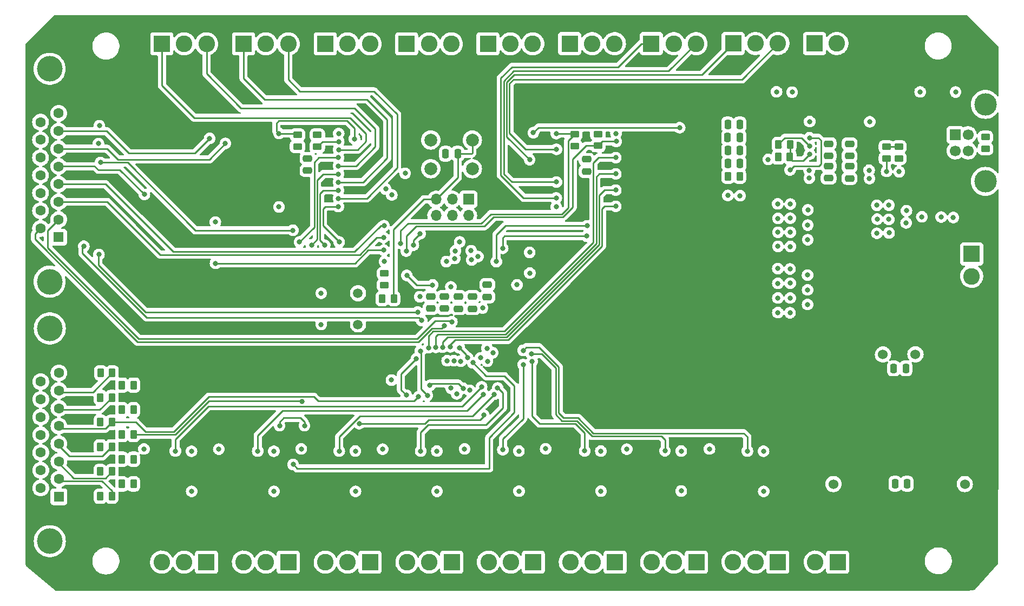
<source format=gbl>
%TF.GenerationSoftware,KiCad,Pcbnew,(6.0.0)*%
%TF.CreationDate,2022-05-07T11:17:07+05:30*%
%TF.ProjectId,Motion_Control_Board2.0,4d6f7469-6f6e-45f4-936f-6e74726f6c5f,rev?*%
%TF.SameCoordinates,Original*%
%TF.FileFunction,Copper,L4,Bot*%
%TF.FilePolarity,Positive*%
%FSLAX46Y46*%
G04 Gerber Fmt 4.6, Leading zero omitted, Abs format (unit mm)*
G04 Created by KiCad (PCBNEW (6.0.0)) date 2022-05-07 11:17:07*
%MOMM*%
%LPD*%
G01*
G04 APERTURE LIST*
G04 Aperture macros list*
%AMRoundRect*
0 Rectangle with rounded corners*
0 $1 Rounding radius*
0 $2 $3 $4 $5 $6 $7 $8 $9 X,Y pos of 4 corners*
0 Add a 4 corners polygon primitive as box body*
4,1,4,$2,$3,$4,$5,$6,$7,$8,$9,$2,$3,0*
0 Add four circle primitives for the rounded corners*
1,1,$1+$1,$2,$3*
1,1,$1+$1,$4,$5*
1,1,$1+$1,$6,$7*
1,1,$1+$1,$8,$9*
0 Add four rect primitives between the rounded corners*
20,1,$1+$1,$2,$3,$4,$5,0*
20,1,$1+$1,$4,$5,$6,$7,0*
20,1,$1+$1,$6,$7,$8,$9,0*
20,1,$1+$1,$8,$9,$2,$3,0*%
G04 Aperture macros list end*
%TA.AperFunction,ComponentPad*%
%ADD10R,2.600000X2.600000*%
%TD*%
%TA.AperFunction,ComponentPad*%
%ADD11C,2.600000*%
%TD*%
%TA.AperFunction,ComponentPad*%
%ADD12C,4.000000*%
%TD*%
%TA.AperFunction,ComponentPad*%
%ADD13R,1.600000X1.600000*%
%TD*%
%TA.AperFunction,ComponentPad*%
%ADD14C,1.600000*%
%TD*%
%TA.AperFunction,ComponentPad*%
%ADD15C,1.500000*%
%TD*%
%TA.AperFunction,ComponentPad*%
%ADD16R,1.700000X1.700000*%
%TD*%
%TA.AperFunction,ComponentPad*%
%ADD17C,1.700000*%
%TD*%
%TA.AperFunction,ComponentPad*%
%ADD18C,3.500000*%
%TD*%
%TA.AperFunction,ComponentPad*%
%ADD19O,1.700000X1.700000*%
%TD*%
%TA.AperFunction,ComponentPad*%
%ADD20C,2.000000*%
%TD*%
%TA.AperFunction,ComponentPad*%
%ADD21C,1.524000*%
%TD*%
%TA.AperFunction,SMDPad,CuDef*%
%ADD22RoundRect,0.250000X0.262500X0.450000X-0.262500X0.450000X-0.262500X-0.450000X0.262500X-0.450000X0*%
%TD*%
%TA.AperFunction,SMDPad,CuDef*%
%ADD23RoundRect,0.250000X0.250000X0.475000X-0.250000X0.475000X-0.250000X-0.475000X0.250000X-0.475000X0*%
%TD*%
%TA.AperFunction,SMDPad,CuDef*%
%ADD24RoundRect,0.250000X-0.475000X0.250000X-0.475000X-0.250000X0.475000X-0.250000X0.475000X0.250000X0*%
%TD*%
%TA.AperFunction,SMDPad,CuDef*%
%ADD25RoundRect,0.250000X0.475000X-0.250000X0.475000X0.250000X-0.475000X0.250000X-0.475000X-0.250000X0*%
%TD*%
%TA.AperFunction,SMDPad,CuDef*%
%ADD26RoundRect,0.250000X0.450000X-0.262500X0.450000X0.262500X-0.450000X0.262500X-0.450000X-0.262500X0*%
%TD*%
%TA.AperFunction,SMDPad,CuDef*%
%ADD27RoundRect,0.250000X-0.250000X-0.475000X0.250000X-0.475000X0.250000X0.475000X-0.250000X0.475000X0*%
%TD*%
%TA.AperFunction,SMDPad,CuDef*%
%ADD28RoundRect,0.250000X-0.450000X0.262500X-0.450000X-0.262500X0.450000X-0.262500X0.450000X0.262500X0*%
%TD*%
%TA.AperFunction,SMDPad,CuDef*%
%ADD29RoundRect,0.250000X-0.262500X-0.450000X0.262500X-0.450000X0.262500X0.450000X-0.262500X0.450000X0*%
%TD*%
%TA.AperFunction,ViaPad*%
%ADD30C,0.800000*%
%TD*%
%TA.AperFunction,Conductor*%
%ADD31C,0.250000*%
%TD*%
G04 APERTURE END LIST*
D10*
%TO.P,J6,1,Pin_1*%
%TO.N,12V_OUT*%
X124613899Y-146567987D03*
D11*
%TO.P,J6,2,Pin_2*%
%TO.N,Limit_SW_3*%
X121113899Y-146567987D03*
%TO.P,J6,3,Pin_3*%
%TO.N,0V_OUT*%
X117613899Y-146567987D03*
%TD*%
D10*
%TO.P,J20,1,Pin_1*%
%TO.N,12V_OUT*%
X175667899Y-146570187D03*
D11*
%TO.P,J20,2,Pin_2*%
%TO.N,Limit_SW_7*%
X172167899Y-146570187D03*
%TO.P,J20,3,Pin_3*%
%TO.N,0V_OUT*%
X168667899Y-146570187D03*
%TD*%
D12*
%TO.P,J23,0*%
%TO.N,N/C*%
X74488731Y-102685200D03*
X74488731Y-69385200D03*
D13*
%TO.P,J23,1,1*%
%TO.N,5V_OUT_1*%
X75908731Y-95730200D03*
D14*
%TO.P,J23,2,2*%
%TO.N,Digital_2*%
X75908731Y-92960200D03*
%TO.P,J23,3,3*%
%TO.N,TXD_2*%
X75908731Y-90190200D03*
%TO.P,J23,4,4*%
%TO.N,PWM_1*%
X75908731Y-87420200D03*
%TO.P,J23,5,5*%
%TO.N,PWM_3*%
X75908731Y-84650200D03*
%TO.P,J23,6,6*%
%TO.N,Analog_1*%
X75908731Y-81880200D03*
%TO.P,J23,7,7*%
%TO.N,Analog_3*%
X75908731Y-79110200D03*
%TO.P,J23,8,8*%
%TO.N,MPG_GND*%
X75908731Y-76340200D03*
%TO.P,J23,9,P9*%
%TO.N,Digital_1*%
X73068731Y-94345200D03*
%TO.P,J23,10,P10*%
%TO.N,RXD_2*%
X73068731Y-91575200D03*
%TO.P,J23,11,P111*%
%TO.N,MPG_GND*%
X73068731Y-88805200D03*
%TO.P,J23,12,P12*%
%TO.N,PWM_2*%
X73068731Y-86035200D03*
%TO.P,J23,13,P13*%
%TO.N,PWM_4*%
X73068731Y-83265200D03*
%TO.P,J23,14,P14*%
%TO.N,Analog_2*%
X73068731Y-80495200D03*
%TO.P,J23,15,P15*%
%TO.N,Analog_4*%
X73068731Y-77725200D03*
%TD*%
D12*
%TO.P,J3,0*%
%TO.N,N/C*%
X74514131Y-143299800D03*
X74514131Y-109999800D03*
D13*
%TO.P,J3,1,1*%
%TO.N,5V_OUT_2*%
X75934131Y-136344800D03*
D14*
%TO.P,J3,2,2*%
%TO.N,uC_MPG_ENC_A*%
X75934131Y-133574800D03*
%TO.P,J3,3,3*%
%TO.N,uC_MPG_IN_X*%
X75934131Y-130804800D03*
%TO.P,J3,4,4*%
%TO.N,uC_MPG_IN_Z*%
X75934131Y-128034800D03*
%TO.P,J3,5,5*%
%TO.N,uC_MPG_IN_5*%
X75934131Y-125264800D03*
%TO.P,J3,6,6*%
%TO.N,uC_MPG_IN_X1*%
X75934131Y-122494800D03*
%TO.P,J3,7,7*%
%TO.N,uC_MPG_IN_X100*%
X75934131Y-119724800D03*
%TO.P,J3,8,8*%
%TO.N,unconnected-(J3-Pad8)*%
X75934131Y-116954800D03*
%TO.P,J3,9,P9*%
%TO.N,MPG_GND*%
X73094131Y-134959800D03*
%TO.P,J3,10,P10*%
%TO.N,uC_MPG_ENC_B*%
X73094131Y-132189800D03*
%TO.P,J3,11,P111*%
%TO.N,uC_MPG_IN_Y*%
X73094131Y-129419800D03*
%TO.P,J3,12,P12*%
%TO.N,uC_MPG_IN_6*%
X73094131Y-126649800D03*
%TO.P,J3,13,P13*%
%TO.N,uC_MPG_IN_4*%
X73094131Y-123879800D03*
%TO.P,J3,14,P14*%
%TO.N,uC_MPG_IN_X10*%
X73094131Y-121109800D03*
%TO.P,J3,15,P15*%
%TO.N,MPG_GND*%
X73094131Y-118339800D03*
%TD*%
D10*
%TO.P,J4,1,Pin_1*%
%TO.N,12V_OUT*%
X99010699Y-146567987D03*
D11*
%TO.P,J4,2,Pin_2*%
%TO.N,Limit_SW_1*%
X95510699Y-146567987D03*
%TO.P,J4,3,Pin_3*%
%TO.N,0V_OUT*%
X92010699Y-146567987D03*
%TD*%
D10*
%TO.P,J19,1,Pin_1*%
%TO.N,12V_OUT*%
X162942499Y-146570187D03*
D11*
%TO.P,J19,2,Pin_2*%
%TO.N,Limit_SW_6*%
X159442499Y-146570187D03*
%TO.P,J19,3,Pin_3*%
%TO.N,0V_OUT*%
X155942499Y-146570187D03*
%TD*%
D10*
%TO.P,J18,1,Pin_1*%
%TO.N,12V_OUT*%
X150135699Y-146570187D03*
D11*
%TO.P,J18,2,Pin_2*%
%TO.N,Limit_SW_5*%
X146635699Y-146570187D03*
%TO.P,J18,3,Pin_3*%
%TO.N,0V_OUT*%
X143135699Y-146570187D03*
%TD*%
D15*
%TO.P,Y1,1,1*%
%TO.N,XTAL_1*%
X122729299Y-109368587D03*
%TO.P,Y1,2,2*%
%TO.N,XTAL_2*%
X122729299Y-104488587D03*
%TD*%
D10*
%TO.P,J16,1,Pin_1*%
%TO.N,STEP_8*%
X181419437Y-65414456D03*
D11*
%TO.P,J16,2,Pin_2*%
%TO.N,MPG_GND*%
X184919437Y-65414456D03*
%TO.P,J16,3,Pin_3*%
%TO.N,DIR_8*%
X188419437Y-65414456D03*
%TD*%
D10*
%TO.P,J10,1,Pin_1*%
%TO.N,STEP_1*%
X92042037Y-65467456D03*
D11*
%TO.P,J10,2,Pin_2*%
%TO.N,MPG_GND*%
X95542037Y-65467456D03*
%TO.P,J10,3,Pin_3*%
%TO.N,DIR_1*%
X99042037Y-65467456D03*
%TD*%
D10*
%TO.P,J13,1,Pin_1*%
%TO.N,STEP_5*%
X143065437Y-65465256D03*
D11*
%TO.P,J13,2,Pin_2*%
%TO.N,MPG_GND*%
X146565437Y-65465256D03*
%TO.P,J13,3,Pin_3*%
%TO.N,DIR_5*%
X150065437Y-65465256D03*
%TD*%
D10*
%TO.P,J5,1,Pin_1*%
%TO.N,12V_OUT*%
X111812299Y-146567987D03*
D11*
%TO.P,J5,2,Pin_2*%
%TO.N,Limit_SW_2*%
X108312299Y-146567987D03*
%TO.P,J5,3,Pin_3*%
%TO.N,0V_OUT*%
X104812299Y-146567987D03*
%TD*%
D16*
%TO.P,J7,1,VBUS*%
%TO.N,V_USB*%
X216156599Y-79709787D03*
D17*
%TO.P,J7,2,D-*%
%TO.N,Net-(J7-Pad2)*%
X216156599Y-82209787D03*
%TO.P,J7,3,D+*%
%TO.N,Net-(J7-Pad3)*%
X218156599Y-82209787D03*
%TO.P,J7,4,GND*%
%TO.N,GND_USB*%
X218156599Y-79709787D03*
D18*
%TO.P,J7,5,Shield*%
%TO.N,Net-(J7-Pad5)*%
X220866599Y-74939787D03*
X220866599Y-86979787D03*
%TD*%
D10*
%TO.P,J2,1,Pin_1*%
%TO.N,12V*%
X218720899Y-98338587D03*
D11*
%TO.P,J2,2,Pin_2*%
%TO.N,MPG_GND*%
X218720899Y-101838587D03*
%TD*%
D10*
%TO.P,J1,1,Pin_1*%
%TO.N,12V*%
X194144837Y-65414456D03*
D11*
%TO.P,J1,2,Pin_2*%
%TO.N,MPG_GND*%
X197644837Y-65414456D03*
%TD*%
D16*
%TO.P,J8,1,MISO*%
%TO.N,MISO*%
X140006299Y-89798987D03*
D19*
%TO.P,J8,2,VCC*%
%TO.N,5V_OUT_1*%
X140006299Y-92338987D03*
%TO.P,J8,3,SCK*%
%TO.N,SCK*%
X137466299Y-89798987D03*
%TO.P,J8,4,MOSI*%
%TO.N,MOSI*%
X137466299Y-92338987D03*
%TO.P,J8,5,~{RST}*%
%TO.N,DTR_prg*%
X134926299Y-89798987D03*
%TO.P,J8,6,GND*%
%TO.N,MPG_GND*%
X134926299Y-92338987D03*
%TD*%
D10*
%TO.P,J17,1,Pin_1*%
%TO.N,12V_OUT*%
X137395299Y-146570187D03*
D11*
%TO.P,J17,2,Pin_2*%
%TO.N,Limit_SW_4*%
X133895299Y-146570187D03*
%TO.P,J17,3,Pin_3*%
%TO.N,0V_OUT*%
X130395299Y-146570187D03*
%TD*%
D10*
%TO.P,J9,1,Pin_1*%
%TO.N,STEP_4*%
X130325037Y-65465256D03*
D11*
%TO.P,J9,2,Pin_2*%
%TO.N,MPG_GND*%
X133825037Y-65465256D03*
%TO.P,J9,3,Pin_3*%
%TO.N,DIR_4*%
X137325037Y-65465256D03*
%TD*%
D10*
%TO.P,J14,1,Pin_1*%
%TO.N,STEP_6*%
X155835699Y-65439856D03*
D11*
%TO.P,J14,2,Pin_2*%
%TO.N,MPG_GND*%
X159335699Y-65439856D03*
%TO.P,J14,3,Pin_3*%
%TO.N,DIR_6*%
X162835699Y-65439856D03*
%TD*%
D10*
%TO.P,J21,1,Pin_1*%
%TO.N,12V_OUT*%
X188393299Y-146567987D03*
D11*
%TO.P,J21,2,Pin_2*%
%TO.N,Limit_SW_8*%
X184893299Y-146567987D03*
%TO.P,J21,3,Pin_3*%
%TO.N,0V_OUT*%
X181393299Y-146567987D03*
%TD*%
D10*
%TO.P,J12,1,Pin_1*%
%TO.N,STEP_3*%
X117619837Y-65467456D03*
D11*
%TO.P,J12,2,Pin_2*%
%TO.N,MPG_GND*%
X121119837Y-65467456D03*
%TO.P,J12,3,Pin_3*%
%TO.N,DIR_3*%
X124619837Y-65467456D03*
%TD*%
D10*
%TO.P,J22,1,Pin_1*%
%TO.N,RXD_1*%
X197760699Y-146567987D03*
D11*
%TO.P,J22,2,Pin_2*%
%TO.N,TXD_1*%
X194260699Y-146567987D03*
%TD*%
D20*
%TO.P,SW1,1,1*%
%TO.N,DTR_prg*%
X134114699Y-80513187D03*
X140614699Y-80513187D03*
%TO.P,SW1,2,2*%
%TO.N,MPG_GND*%
X134114699Y-85013187D03*
X140614699Y-85013187D03*
%TD*%
D10*
%TO.P,J11,1,Pin_1*%
%TO.N,STEP_2*%
X104818237Y-65465256D03*
D11*
%TO.P,J11,2,Pin_2*%
%TO.N,MPG_GND*%
X108318237Y-65465256D03*
%TO.P,J11,3,Pin_3*%
%TO.N,DIR_2*%
X111818237Y-65465256D03*
%TD*%
D21*
%TO.P,U3,1,-Vin*%
%TO.N,MPG_GND*%
X209932499Y-114055987D03*
%TO.P,U3,2,+Vin*%
%TO.N,12V_IN*%
X204852499Y-114081387D03*
%TO.P,U3,3,-Vo*%
%TO.N,0V_OUT*%
X217654099Y-134350587D03*
%TO.P,U3,4,+Vo*%
%TO.N,12V_OUT*%
X197105499Y-134350587D03*
%TD*%
D10*
%TO.P,J15,1,Pin_1*%
%TO.N,STEP_7*%
X168597637Y-65439856D03*
D11*
%TO.P,J15,2,Pin_2*%
%TO.N,MPG_GND*%
X172097637Y-65439856D03*
%TO.P,J15,3,Pin_3*%
%TO.N,DIR_7*%
X175597637Y-65439856D03*
%TD*%
D22*
%TO.P,R4,1,1*%
%TO.N,uC_MPG_IN_Y*%
X87604199Y-130464387D03*
%TO.P,R4,2,2*%
%TO.N,5V_OUT_2*%
X85779199Y-130464387D03*
%TD*%
D23*
%TO.P,C10,1*%
%TO.N,0V_OUT*%
X208621899Y-134299787D03*
%TO.P,C10,2*%
%TO.N,12V_OUT*%
X206721899Y-134299787D03*
%TD*%
D22*
%TO.P,R7,1,1*%
%TO.N,uC_MPG_IN_5*%
X84229799Y-124673187D03*
%TO.P,R7,2,2*%
%TO.N,5V_OUT_2*%
X82404799Y-124673187D03*
%TD*%
D24*
%TO.P,C27,1*%
%TO.N,5V_OUT_1*%
X136247099Y-104988187D03*
%TO.P,C27,2*%
%TO.N,MPG_GND*%
X136247099Y-106888187D03*
%TD*%
D25*
%TO.P,C17,1*%
%TO.N,VDD2*%
X199620099Y-86517387D03*
%TO.P,C17,2*%
%TO.N,MPG_GND*%
X199620099Y-84617387D03*
%TD*%
D26*
%TO.P,R17,1*%
%TO.N,Net-(J7-Pad5)*%
X220879899Y-81895787D03*
%TO.P,R17,2*%
%TO.N,GND_USB*%
X220879899Y-80070787D03*
%TD*%
D25*
%TO.P,C24,1*%
%TO.N,AREF*%
X142952699Y-105059387D03*
%TO.P,C24,2*%
%TO.N,MPG_GND*%
X142952699Y-103159387D03*
%TD*%
%TO.P,C16,1*%
%TO.N,5V_OUT_1*%
X196343499Y-86491987D03*
%TO.P,C16,2*%
%TO.N,MPG_GND*%
X196343499Y-84591987D03*
%TD*%
D22*
%TO.P,R9,1,1*%
%TO.N,uC_MPG_IN_X1*%
X84229799Y-120812387D03*
%TO.P,R9,2,2*%
%TO.N,5V_OUT_2*%
X82404799Y-120812387D03*
%TD*%
D27*
%TO.P,C21,1*%
%TO.N,5V_OUT_1*%
X180561799Y-82153587D03*
%TO.P,C21,2*%
%TO.N,MPG_GND*%
X182461799Y-82153587D03*
%TD*%
D26*
%TO.P,R31,1*%
%TO.N,Led*%
X126873000Y-103225600D03*
%TO.P,R31,2*%
%TO.N,Net-(D5-Pad2)*%
X126873000Y-101400600D03*
%TD*%
D27*
%TO.P,C22,1*%
%TO.N,MPG_GND*%
X180571037Y-84185056D03*
%TO.P,C22,2*%
%TO.N,3.3V_OUT*%
X182471037Y-84185056D03*
%TD*%
D24*
%TO.P,C29,1*%
%TO.N,5V_OUT_1*%
X138431499Y-105013587D03*
%TO.P,C29,2*%
%TO.N,MPG_GND*%
X138431499Y-106913587D03*
%TD*%
%TO.P,C25,1*%
%TO.N,5V_OUT_1*%
X134088099Y-104988187D03*
%TO.P,C25,2*%
%TO.N,MPG_GND*%
X134088099Y-106888187D03*
%TD*%
D23*
%TO.P,C19,1*%
%TO.N,MPG_GND*%
X182456799Y-80121587D03*
%TO.P,C19,2*%
%TO.N,5V_OUT_1*%
X180556799Y-80121587D03*
%TD*%
D22*
%TO.P,R2,1,1*%
%TO.N,uC_MPG_ENC_B*%
X87604199Y-134325187D03*
%TO.P,R2,2,2*%
%TO.N,5V_OUT_2*%
X85779199Y-134325187D03*
%TD*%
D24*
%TO.P,C30,1*%
%TO.N,5V_OUT_1*%
X140615899Y-105013587D03*
%TO.P,C30,2*%
%TO.N,MPG_GND*%
X140615899Y-106913587D03*
%TD*%
D22*
%TO.P,R11,1,1*%
%TO.N,uC_MPG_IN_X100*%
X84280599Y-116951587D03*
%TO.P,R11,2,2*%
%TO.N,5V_OUT_2*%
X82455599Y-116951587D03*
%TD*%
D28*
%TO.P,R35,1*%
%TO.N,5V_OUT_2*%
X160250099Y-79591987D03*
%TO.P,R35,2*%
%TO.N,2OE_s*%
X160250099Y-81416987D03*
%TD*%
%TO.P,R34,1*%
%TO.N,5V_OUT_2*%
X116358899Y-79715187D03*
%TO.P,R34,2*%
%TO.N,2OE_f*%
X116358899Y-81540187D03*
%TD*%
D22*
%TO.P,R24,1*%
%TO.N,SPD*%
X190292599Y-83169587D03*
%TO.P,R24,2*%
%TO.N,MPG_GND*%
X188467599Y-83169587D03*
%TD*%
%TO.P,R1,1,1*%
%TO.N,uC_MPG_ENC_A*%
X84225999Y-136255587D03*
%TO.P,R1,2,2*%
%TO.N,5V_OUT_2*%
X82400999Y-136255587D03*
%TD*%
D26*
%TO.P,R33,1*%
%TO.N,5V_OUT_2*%
X156617899Y-81438587D03*
%TO.P,R33,2*%
%TO.N,1OE_s*%
X156617899Y-79613587D03*
%TD*%
D23*
%TO.P,C23,1*%
%TO.N,DTR_prg*%
X138329899Y-82661587D03*
%TO.P,C23,2*%
%TO.N,MPG_GND*%
X136429899Y-82661587D03*
%TD*%
D29*
%TO.P,R23,1*%
%TO.N,VDD2*%
X188469499Y-81213787D03*
%TO.P,R23,2*%
%TO.N,SPD*%
X190294499Y-81213787D03*
%TD*%
D22*
%TO.P,R10,1,1*%
%TO.N,uC_MPG_IN_X10*%
X87635299Y-118881987D03*
%TO.P,R10,2,2*%
%TO.N,5V_OUT_2*%
X85810299Y-118881987D03*
%TD*%
D24*
%TO.P,C32,1*%
%TO.N,5V_OUT_2*%
X114834899Y-83387987D03*
%TO.P,C32,2*%
%TO.N,MPG_GND*%
X114834899Y-85287987D03*
%TD*%
D22*
%TO.P,R8,1,1*%
%TO.N,uC_MPG_IN_6*%
X87606099Y-126603587D03*
%TO.P,R8,2,2*%
%TO.N,5V_OUT_2*%
X85781099Y-126603587D03*
%TD*%
D24*
%TO.P,C33,1*%
%TO.N,5V_OUT_2*%
X158472099Y-83540387D03*
%TO.P,C33,2*%
%TO.N,MPG_GND*%
X158472099Y-85440387D03*
%TD*%
D26*
%TO.P,R32,1*%
%TO.N,5V_OUT_2*%
X113260099Y-81540187D03*
%TO.P,R32,2*%
%TO.N,1OE_f*%
X113260099Y-79715187D03*
%TD*%
D22*
%TO.P,R5,1,1*%
%TO.N,uC_MPG_IN_Z*%
X84229799Y-128533987D03*
%TO.P,R5,2,2*%
%TO.N,5V_OUT_2*%
X82404799Y-128533987D03*
%TD*%
D29*
%TO.P,R30,1*%
%TO.N,5V_OUT_1*%
X126497299Y-105343787D03*
%TO.P,R30,2*%
%TO.N,DTR_prg*%
X128322299Y-105343787D03*
%TD*%
D24*
%TO.P,C14,1*%
%TO.N,GND_USB*%
X196343499Y-81091787D03*
%TO.P,C14,2*%
%TO.N,V_USB*%
X196343499Y-82991787D03*
%TD*%
D22*
%TO.P,R6,1,1*%
%TO.N,uC_MPG_IN_4*%
X87606099Y-122742787D03*
%TO.P,R6,2,2*%
%TO.N,5V_OUT_2*%
X85781099Y-122742787D03*
%TD*%
%TO.P,R29,1*%
%TO.N,3.3V_OUT*%
X182422399Y-86192187D03*
%TO.P,R29,2*%
%TO.N,Net-(D4-Pad2)*%
X180597399Y-86192187D03*
%TD*%
%TO.P,R3,1,1*%
%TO.N,uC_MPG_IN_X*%
X84225999Y-132394787D03*
%TO.P,R3,2,2*%
%TO.N,5V_OUT_2*%
X82400999Y-132394787D03*
%TD*%
D26*
%TO.P,R18,1*%
%TO.N,VDD1*%
X205385899Y-83394387D03*
%TO.P,R18,2*%
%TO.N,SPU*%
X205385899Y-81569387D03*
%TD*%
D23*
%TO.P,C3,1*%
%TO.N,MPG_GND*%
X208427400Y-116255800D03*
%TO.P,C3,2*%
%TO.N,12V_IN*%
X206527400Y-116255800D03*
%TD*%
D24*
%TO.P,C15,1*%
%TO.N,GND_USB*%
X199620099Y-81112187D03*
%TO.P,C15,2*%
%TO.N,V_USB*%
X199620099Y-83012187D03*
%TD*%
D28*
%TO.P,R19,1*%
%TO.N,SPU*%
X207334303Y-81573187D03*
%TO.P,R19,2*%
%TO.N,GND_USB*%
X207334303Y-83398187D03*
%TD*%
D23*
%TO.P,C18,1*%
%TO.N,MPG_GND*%
X182461799Y-78089587D03*
%TO.P,C18,2*%
%TO.N,5V_OUT_1*%
X180561799Y-78089587D03*
%TD*%
D30*
%TO.N,12V_IN*%
X203898437Y-95107056D03*
X190309437Y-107553056D03*
X203949237Y-92897256D03*
X206527400Y-116255800D03*
X190360237Y-94954656D03*
X190334837Y-105241656D03*
X193052637Y-106257656D03*
X193078037Y-96123056D03*
X190360237Y-97189856D03*
%TO.N,Net-(C6-Pad1)*%
X203898437Y-90738256D03*
X205752637Y-92922656D03*
X208470437Y-93481456D03*
%TO.N,VDD1*%
X205416299Y-85430187D03*
%TO.N,GND_USB*%
X202780837Y-77657256D03*
X210669099Y-72984187D03*
X202679237Y-85251856D03*
X199656637Y-81060856D03*
X207378237Y-85480456D03*
X220879899Y-80045387D03*
X207327437Y-83372256D03*
X196380037Y-81060856D03*
%TO.N,V_USB*%
X196380037Y-82965856D03*
X202730037Y-86547256D03*
X199656637Y-82965856D03*
X216206299Y-73009587D03*
%TO.N,VDD2*%
X199656637Y-86471056D03*
X193369899Y-81467787D03*
X188506037Y-81137056D03*
%TO.N,3.3V_OUT*%
X182460837Y-86191656D03*
X182511637Y-84185056D03*
%TO.N,AREF*%
X142952699Y-105038987D03*
%TO.N,Net-(D4-Pad2)*%
X180606637Y-86166256D03*
X180581237Y-89188856D03*
%TO.N,Net-(D5-Pad2)*%
X126898400Y-101422200D03*
%TO.N,12V*%
X215861837Y-92643256D03*
%TO.N,Net-(F1-Pad2)*%
X213956837Y-92567056D03*
X210934237Y-92541656D03*
%TO.N,Net-(J7-Pad5)*%
X220930699Y-81899587D03*
%TO.N,STEP_1*%
X119704303Y-82026056D03*
%TO.N,DIR_1*%
X119672037Y-84566056D03*
%TO.N,STEP_2*%
X119672037Y-87106056D03*
%TO.N,DIR_2*%
X119672037Y-89646056D03*
%TO.N,STEP_7*%
X153740303Y-89583167D03*
%TO.N,DIR_7*%
X153765703Y-87093967D03*
%TO.N,STEP_8*%
X149574703Y-83588767D03*
%TO.N,DIR_8*%
X153765703Y-81963167D03*
%TO.N,uC_limit_3*%
X119785999Y-129194387D03*
X144037503Y-120291767D03*
%TO.N,uC_limit_2*%
X107035199Y-129193987D03*
X142361103Y-120317167D03*
%TO.N,uC_limit_4*%
X144570903Y-119326567D03*
X132536799Y-129194387D03*
%TO.N,uC_limit_1*%
X94157399Y-129193587D03*
X142069003Y-119136067D03*
%TO.N,uC_limit_7*%
X149879503Y-113992567D03*
X170738399Y-129143187D03*
%TO.N,uC_limit_6*%
X149981103Y-115135567D03*
X158190799Y-129168587D03*
%TO.N,uC_limit_8*%
X183641599Y-129193987D03*
X148558703Y-113433767D03*
%TO.N,uC_limit_5*%
X145383703Y-128978567D03*
X148571403Y-115656267D03*
%TO.N,SPU*%
X205385899Y-81569387D03*
%TO.N,SPD*%
X193382837Y-82737256D03*
X190292599Y-83169587D03*
%TO.N,Net-(R26-Pad2)*%
X193357437Y-80171856D03*
X190309437Y-85201056D03*
%TO.N,Led*%
X130352800Y-101701600D03*
X126847600Y-103225600D03*
X134391400Y-103200200D03*
%TO.N,1OE_f*%
X122168103Y-80337567D03*
X110364499Y-79486587D03*
%TO.N,1OE_s*%
X153747699Y-79511987D03*
X129381703Y-96669767D03*
%TO.N,2OE_f*%
X132435600Y-95173800D03*
X119704303Y-80756587D03*
X131388303Y-96974567D03*
%TO.N,2OE_s*%
X130270703Y-97888967D03*
X163120299Y-80731187D03*
%TO.N,RXD_1*%
X132480503Y-113535367D03*
X133572703Y-120494967D03*
%TO.N,TXD_1*%
X130270703Y-120444167D03*
X131870903Y-114729167D03*
%TO.N,PWM_1*%
X126796800Y-93929200D03*
X140506903Y-99285967D03*
%TO.N,PWM_2*%
X138633200Y-96469200D03*
X141499699Y-98750371D03*
X100406200Y-93345000D03*
%TO.N,PWM_3*%
X89306400Y-89027000D03*
X128016000Y-89103200D03*
%TO.N,PWM_4*%
X112547400Y-94640400D03*
X136544503Y-99539967D03*
X82448400Y-84048600D03*
%TO.N,Digital_2*%
X137408103Y-108963367D03*
%TO.N,uC_Dir_4*%
X119653503Y-90929367D03*
X119780503Y-96466567D03*
%TO.N,uC_Step_4*%
X117519903Y-96974567D03*
X119678903Y-88414767D03*
%TO.N,uC_Dir_3*%
X119678903Y-85849367D03*
X115462503Y-96923767D03*
%TO.N,uC_Step_3*%
X119678903Y-83283967D03*
X113582903Y-96466567D03*
%TO.N,uC_Dir_8*%
X133750503Y-113027367D03*
X163044099Y-83271187D03*
%TO.N,uC_Step_8*%
X163044099Y-85811187D03*
X134893503Y-112951167D03*
%TO.N,uC_Dir_7*%
X135960303Y-112925767D03*
X163044099Y-88351187D03*
%TO.N,uC_Step_7*%
X137179503Y-112874967D03*
X163044099Y-90891187D03*
%TO.N,Digital_1*%
X136239703Y-109572967D03*
%TO.N,Analog_4*%
X132689600Y-108762800D03*
X79832200Y-97129600D03*
X82270600Y-78282800D03*
%TO.N,Analog_3*%
X130098800Y-85725000D03*
X99517200Y-80264000D03*
%TO.N,Analog_2*%
X142208703Y-106804367D03*
X82194400Y-98425000D03*
X82118200Y-81076800D03*
X132054600Y-107442000D03*
%TO.N,Analog_1*%
X101981000Y-81051400D03*
X127050800Y-88188800D03*
%TO.N,uC_MPG_ENC_A*%
X84225999Y-136255587D03*
%TO.N,uC_MPG_IN_X*%
X84302600Y-132359400D03*
X137281103Y-119351967D03*
%TO.N,uC_MPG_IN_Z*%
X138170103Y-120240967D03*
X84182293Y-128581493D03*
%TO.N,uC_MPG_IN_5*%
X133985000Y-118897400D03*
X132207000Y-120675400D03*
X84229799Y-124673187D03*
X139160703Y-119377367D03*
%TO.N,uC_MPG_IN_X1*%
X140176703Y-119682167D03*
X84229799Y-120812387D03*
X127965200Y-118084600D03*
%TO.N,uC_MPG_IN_X100*%
X114350800Y-125222000D03*
X142392400Y-123545600D03*
X84280599Y-116951587D03*
X110464600Y-125222000D03*
X122910600Y-124891800D03*
X142970703Y-115135567D03*
%TO.N,uC_MPG_ENC_B*%
X87631499Y-134325187D03*
%TO.N,uC_MPG_IN_Y*%
X87631499Y-130464387D03*
X138805103Y-115135567D03*
%TO.N,uC_MPG_IN_4*%
X139871903Y-114602167D03*
X138582400Y-113030000D03*
X87656899Y-122717387D03*
%TO.N,uC_MPG_IN_6*%
X113969800Y-121412000D03*
X87631499Y-126603587D03*
X140697403Y-115376867D03*
X112572800Y-131292600D03*
%TO.N,uC_MPG_IN_X10*%
X87682299Y-118856587D03*
X141903903Y-114602167D03*
%TO.N,TXD_2*%
X126720600Y-95783400D03*
X137255703Y-103502367D03*
%TO.N,RXD_2*%
X126771400Y-97764600D03*
X137865303Y-99057367D03*
X100431600Y-99822000D03*
%TO.N,TXD_0*%
X158490103Y-95552167D03*
X145358303Y-97457167D03*
%TO.N,0V_OUT*%
X208637099Y-134274387D03*
X160743837Y-135467656D03*
X96710437Y-135493056D03*
X122339037Y-135493056D03*
X186194637Y-135493056D03*
X109588237Y-135493056D03*
X135089837Y-135493056D03*
X147916837Y-135467656D03*
X173291437Y-135442256D03*
%TO.N,DTR_prg*%
X150158903Y-79372367D03*
X173044303Y-78584967D03*
X128373099Y-105343787D03*
%TO.N,MPG_GND*%
X205778037Y-90712856D03*
X140615899Y-106893187D03*
X193052637Y-101660256D03*
X182486237Y-89239656D03*
X142894503Y-113103567D03*
X137738303Y-115059367D03*
X110364499Y-90992787D03*
X136442903Y-82699767D03*
X188429837Y-92795656D03*
X199656637Y-84540656D03*
X188404437Y-105241656D03*
X188404437Y-102955656D03*
X126873000Y-99517200D03*
X158497499Y-85455587D03*
X160718437Y-129193856D03*
X153722299Y-90967387D03*
X136272499Y-106893187D03*
X173291437Y-129193856D03*
X196380037Y-84540656D03*
X188379037Y-90509656D03*
X96685037Y-129219256D03*
X182486237Y-82127656D03*
X122313637Y-129193856D03*
X182486237Y-80121056D03*
X137966903Y-97863567D03*
X149607499Y-101330587D03*
X193103437Y-91449456D03*
X109562837Y-129219256D03*
X180606637Y-84185056D03*
X188429837Y-94954656D03*
X193382837Y-77631856D03*
X193306637Y-85302656D03*
X147600899Y-103184787D03*
X208521237Y-91576456D03*
X186169237Y-129219256D03*
X138406099Y-106893187D03*
X116961103Y-104492967D03*
X142952699Y-103108587D03*
X135064437Y-129193856D03*
X188404437Y-107527656D03*
X205803437Y-95056256D03*
X116961103Y-109369767D03*
X188404437Y-100644256D03*
X188480637Y-83194456D03*
X134113499Y-106893187D03*
X188429837Y-97164456D03*
X208433899Y-116265787D03*
X147891437Y-129193856D03*
X182486237Y-78089056D03*
X114885699Y-85226987D03*
%TO.N,5V_OUT_2*%
X100952237Y-128889056D03*
X160275499Y-79511987D03*
X156617899Y-81493187D03*
X82400999Y-116926187D03*
X85804599Y-122768187D03*
X164782437Y-128889056D03*
X114885699Y-83347387D03*
X190334837Y-102930256D03*
X190309437Y-100695056D03*
X116384299Y-79740587D03*
X85804599Y-118881987D03*
X163094899Y-79486587D03*
X177711037Y-128863656D03*
X82400999Y-132394787D03*
X152082437Y-128838256D03*
X139407837Y-128863656D03*
X126580837Y-128889056D03*
X89242837Y-128863656D03*
X85804599Y-134350587D03*
X113855437Y-128863656D03*
X82400999Y-128483187D03*
X85804599Y-130464387D03*
X119704303Y-79511987D03*
X82400999Y-136255587D03*
X113310899Y-81518587D03*
X85804599Y-126628987D03*
X158497499Y-83575987D03*
X82400999Y-124698587D03*
X193052637Y-103971656D03*
X82400999Y-120812387D03*
%TO.N,5V_OUT_1*%
X134088099Y-105038987D03*
X132386299Y-105038987D03*
X180606637Y-82127656D03*
X190639637Y-73034456D03*
X138406099Y-105038987D03*
X149582099Y-98104787D03*
X180606637Y-78063656D03*
X180606637Y-80070256D03*
X193332037Y-86496456D03*
X143821603Y-113802067D03*
X193078037Y-93837056D03*
X140422895Y-97838167D03*
X188201237Y-72983656D03*
X190334837Y-92744856D03*
X140615899Y-105038987D03*
X136272499Y-105038987D03*
X196380037Y-86471056D03*
X136671503Y-115059367D03*
X190360237Y-90535056D03*
X186905837Y-83550056D03*
X126518899Y-105394587D03*
%TO.N,RXD_0*%
X158566303Y-93951967D03*
X144367703Y-99539967D03*
%TO.N,12V_OUT*%
X206732099Y-134299787D03*
%TD*%
D31*
%TO.N,VDD1*%
X205416299Y-83424787D02*
X205385899Y-83394387D01*
X205416299Y-85430187D02*
X205416299Y-83424787D01*
%TO.N,GND_USB*%
X207327437Y-85429656D02*
X207378237Y-85480456D01*
%TO.N,VDD2*%
X189453826Y-80189267D02*
X192091379Y-80189267D01*
X188506037Y-81137056D02*
X189453826Y-80189267D01*
X188506037Y-81137056D02*
X188887037Y-81518056D01*
X192091379Y-80189267D02*
X193369899Y-81467787D01*
%TO.N,STEP_1*%
X92042037Y-65467456D02*
X92042037Y-71947456D01*
X123990037Y-80730656D02*
X122694637Y-82026056D01*
X121475437Y-77047656D02*
X123990037Y-79562256D01*
X122694637Y-82026056D02*
X119722837Y-82026056D01*
X97142237Y-77047656D02*
X121475437Y-77047656D01*
X123990037Y-79562256D02*
X123990037Y-80730656D01*
X92042037Y-71947456D02*
X97142237Y-77047656D01*
%TO.N,DIR_1*%
X104432037Y-75549056D02*
X122212037Y-75549056D01*
X125412437Y-78749456D02*
X125412437Y-81594256D01*
X122212037Y-75549056D02*
X125412437Y-78749456D01*
X125412437Y-81594256D02*
X122440637Y-84566056D01*
X122440637Y-84566056D02*
X119672037Y-84566056D01*
X99042037Y-70159056D02*
X104432037Y-75549056D01*
X99042037Y-65467456D02*
X99042037Y-70159056D01*
%TO.N,STEP_2*%
X123532837Y-87106056D02*
X119672037Y-87106056D01*
X108089637Y-74152056D02*
X124142437Y-74152056D01*
X127292037Y-83346856D02*
X123532837Y-87106056D01*
X104818237Y-70880656D02*
X108089637Y-74152056D01*
X104818237Y-65465256D02*
X104818237Y-70880656D01*
X124142437Y-74152056D02*
X127292037Y-77301656D01*
X127292037Y-77301656D02*
X127292037Y-83346856D01*
%TO.N,DIR_2*%
X111818237Y-71073456D02*
X113652237Y-72907456D01*
X124091637Y-89646056D02*
X119672037Y-89646056D01*
X113652237Y-72907456D02*
X125260037Y-72907456D01*
X128841437Y-76488856D02*
X128841437Y-84896256D01*
X128841437Y-84896256D02*
X124091637Y-89646056D01*
X111818237Y-65465256D02*
X111818237Y-71073456D01*
X125260037Y-72907456D02*
X128841437Y-76488856D01*
%TO.N,STEP_7*%
X145078903Y-70812567D02*
X145078903Y-86027167D01*
X167047637Y-65439856D02*
X163402126Y-69085367D01*
X148634903Y-89583167D02*
X153740303Y-89583167D01*
X145078903Y-86027167D02*
X148634903Y-89583167D01*
X168597637Y-65439856D02*
X167047637Y-65439856D01*
X163402126Y-69085367D02*
X146806103Y-69085367D01*
X146806103Y-69085367D02*
X145078903Y-70812567D01*
%TO.N,DIR_7*%
X171317126Y-69720367D02*
X147110903Y-69720367D01*
X147110903Y-69720367D02*
X145528423Y-71302847D01*
X146781421Y-87093967D02*
X153765703Y-87093967D01*
X145528423Y-71302847D02*
X145528423Y-85840969D01*
X175597637Y-65439856D02*
X171317126Y-69720367D01*
X145528423Y-85840969D02*
X146781421Y-87093967D01*
%TO.N,STEP_8*%
X181419437Y-65414456D02*
X176529326Y-70304567D01*
X145977943Y-71489045D02*
X145977943Y-79992007D01*
X176529326Y-70304567D02*
X147162421Y-70304567D01*
X147162421Y-70304567D02*
X145977943Y-71489045D01*
X145977943Y-79992007D02*
X149574703Y-83588767D01*
%TO.N,DIR_8*%
X188419437Y-65414456D02*
X182792726Y-71041167D01*
X148965103Y-81963167D02*
X153765703Y-81963167D01*
X146427463Y-71675243D02*
X146427463Y-79425527D01*
X182792726Y-71041167D02*
X147061539Y-71041167D01*
X146427463Y-79425527D02*
X148965103Y-81963167D01*
X147061539Y-71041167D02*
X146427463Y-71675243D01*
%TO.N,uC_limit_3*%
X119785999Y-126941071D02*
X119785999Y-129194387D01*
X140633903Y-123695367D02*
X123031703Y-123695367D01*
X123031703Y-123695367D02*
X119785999Y-126941071D01*
X144037503Y-120291767D02*
X140633903Y-123695367D01*
%TO.N,uC_limit_2*%
X139821103Y-122857167D02*
X110915903Y-122857167D01*
X142361103Y-120317167D02*
X139821103Y-122857167D01*
X110915903Y-122857167D02*
X107035199Y-126737871D01*
X107035199Y-126737871D02*
X107035199Y-129193987D01*
%TO.N,uC_limit_4*%
X142742103Y-125092367D02*
X133699703Y-125092367D01*
X144570903Y-119326567D02*
X144621703Y-119326567D01*
X145409103Y-122425367D02*
X142742103Y-125092367D01*
X144621703Y-119326567D02*
X145409103Y-120113967D01*
X133699703Y-125092367D02*
X132536799Y-126255271D01*
X132536799Y-126255271D02*
X132536799Y-129194387D01*
X145409103Y-120113967D02*
X145409103Y-122425367D01*
%TO.N,uC_limit_1*%
X94157399Y-129193587D02*
X94157399Y-127322071D01*
X139033703Y-122171367D02*
X142069003Y-119136067D01*
X94157399Y-127322071D02*
X99308103Y-122171367D01*
X99308103Y-122171367D02*
X139033703Y-122171367D01*
%TO.N,uC_limit_7*%
X153664103Y-123492167D02*
X154611583Y-124439647D01*
X170738399Y-127433227D02*
X170738399Y-129143187D01*
X159353703Y-126844249D02*
X170149421Y-126844249D01*
X156949101Y-124439647D02*
X159353703Y-126844249D01*
X170149421Y-126844249D02*
X170738399Y-127433227D01*
X154611583Y-124439647D02*
X156949101Y-124439647D01*
X153664103Y-116176967D02*
X153664103Y-123492167D01*
X149879503Y-113992567D02*
X151479703Y-113992567D01*
X151479703Y-113992567D02*
X153664103Y-116176967D01*
%TO.N,uC_limit_6*%
X158190799Y-126317063D02*
X158190799Y-129168587D01*
X156762903Y-124889167D02*
X158190799Y-126317063D01*
X151149503Y-124889167D02*
X156762903Y-124889167D01*
X149981103Y-115135567D02*
X149981103Y-123720767D01*
X149981103Y-123720767D02*
X151149503Y-124889167D01*
%TO.N,uC_limit_8*%
X159539901Y-126394729D02*
X183058865Y-126394729D01*
X149041303Y-112951167D02*
X151074021Y-112951167D01*
X154113623Y-123220447D02*
X154883303Y-123990127D01*
X154883303Y-123990127D02*
X157135299Y-123990127D01*
X154113623Y-123220447D02*
X154113623Y-123238167D01*
X148558703Y-113433767D02*
X149041303Y-112951167D01*
X157135299Y-123990127D02*
X159539901Y-126394729D01*
X154113623Y-115990770D02*
X154113623Y-123220447D01*
X151074021Y-112951167D02*
X154113623Y-115990770D01*
X183641599Y-126977463D02*
X183641599Y-129193987D01*
X183058865Y-126394729D02*
X183641599Y-126977463D01*
%TO.N,uC_limit_5*%
X148571403Y-124114467D02*
X145383703Y-127302167D01*
X148571403Y-115656267D02*
X148571403Y-124114467D01*
X145383703Y-127302167D02*
X145383703Y-128978567D01*
%TO.N,SPU*%
X207316299Y-81573187D02*
X205389699Y-81573187D01*
X205389699Y-81573187D02*
X205385899Y-81569387D01*
%TO.N,SPD*%
X190294499Y-83167687D02*
X190292599Y-83169587D01*
X190294499Y-81213787D02*
X190294499Y-83167687D01*
X190292599Y-83169587D02*
X190292599Y-83406218D01*
X192366837Y-83753256D02*
X193382837Y-82737256D01*
X190639637Y-83753256D02*
X192366837Y-83753256D01*
X190292599Y-83406218D02*
X190639637Y-83753256D01*
%TO.N,Net-(R26-Pad2)*%
X190932348Y-84578145D02*
X190309437Y-85201056D01*
X194754437Y-80171856D02*
X195135437Y-80552856D01*
X195135437Y-80552856D02*
X195135437Y-84286656D01*
X195135437Y-84286656D02*
X194843948Y-84578145D01*
X193357437Y-80171856D02*
X194754437Y-80171856D01*
X194843948Y-84578145D02*
X190932348Y-84578145D01*
%TO.N,Led*%
X131876800Y-103200200D02*
X130454400Y-101777800D01*
X134391400Y-103200200D02*
X131876800Y-103200200D01*
%TO.N,1OE_f*%
X122168103Y-78635767D02*
X122168103Y-80337567D01*
X110364499Y-79486587D02*
X113031499Y-79486587D01*
X121029512Y-77497176D02*
X122168103Y-78635767D01*
X113031499Y-79486587D02*
X113260099Y-79715187D01*
X109950703Y-77873767D02*
X110327294Y-77497176D01*
X110364499Y-79486587D02*
X109950703Y-79072791D01*
X109950703Y-79072791D02*
X109950703Y-77873767D01*
X110327294Y-77497176D02*
X121029512Y-77497176D01*
%TO.N,1OE_s*%
X130524703Y-93570967D02*
X142030903Y-93570967D01*
X155593379Y-80638107D02*
X156617899Y-79613587D01*
X154629303Y-92097767D02*
X155593379Y-91133691D01*
X155593379Y-91133691D02*
X155593379Y-80638107D01*
X143504103Y-92097767D02*
X154629303Y-92097767D01*
X142030903Y-93570967D02*
X143504103Y-92097767D01*
X153747699Y-79511987D02*
X156516299Y-79511987D01*
X129381703Y-94713967D02*
X130524703Y-93570967D01*
X156516299Y-79511987D02*
X156617899Y-79613587D01*
X129381703Y-96669767D02*
X129381703Y-94713967D01*
%TO.N,2OE_f*%
X131388303Y-96974567D02*
X131388303Y-96221097D01*
X119762499Y-80756587D02*
X117142499Y-80756587D01*
X117142499Y-80756587D02*
X116358899Y-81540187D01*
X131388303Y-96221097D02*
X132435600Y-95173800D01*
%TO.N,2OE_s*%
X130270703Y-95552167D02*
X131802383Y-94020487D01*
X158426683Y-81416987D02*
X160250099Y-81416987D01*
X143968983Y-92547287D02*
X154815501Y-92547287D01*
X130270703Y-97888967D02*
X130270703Y-95552167D01*
X131802383Y-94020487D02*
X142495783Y-94020487D01*
X142495783Y-94020487D02*
X143968983Y-92547287D01*
X160935899Y-80731187D02*
X163120299Y-80731187D01*
X156331103Y-83512567D02*
X158426683Y-81416987D01*
X160250099Y-81416987D02*
X160935899Y-80731187D01*
X156331103Y-91031685D02*
X156331103Y-83512567D01*
X154815501Y-92547287D02*
X156331103Y-91031685D01*
%TO.N,RXD_1*%
X132480503Y-113535367D02*
X132595414Y-113650278D01*
X132595414Y-119517678D02*
X133572703Y-120494967D01*
X132595414Y-113650278D02*
X132595414Y-119517678D01*
%TO.N,TXD_1*%
X131870903Y-114729167D02*
X129457903Y-117142167D01*
X129457903Y-117142167D02*
X129457903Y-119631367D01*
X129457903Y-119631367D02*
X130270703Y-120444167D01*
%TO.N,PWM_1*%
X122217120Y-98000880D02*
X126288800Y-93929200D01*
X93809880Y-98000880D02*
X122217120Y-98000880D01*
X83229200Y-87420200D02*
X93809880Y-98000880D01*
X126288800Y-93929200D02*
X126796800Y-93929200D01*
X75908731Y-87420200D02*
X83229200Y-87420200D01*
%TO.N,PWM_3*%
X82092800Y-85166200D02*
X84556600Y-85166200D01*
X75905965Y-84632800D02*
X81574034Y-84632800D01*
X81576800Y-84650200D02*
X82092800Y-85166200D01*
X84556600Y-85166200D02*
X85445600Y-85166200D01*
X85445600Y-85166200D02*
X89306400Y-89027000D01*
%TO.N,PWM_4*%
X97265214Y-94640400D02*
X86673414Y-84048600D01*
X86673414Y-84048600D02*
X82448400Y-84048600D01*
X112547400Y-94640400D02*
X97265214Y-94640400D01*
%TO.N,Digital_2*%
X134778378Y-108848456D02*
X131988787Y-111638047D01*
X74187503Y-94681428D02*
X75908731Y-92960200D01*
X74187503Y-97405649D02*
X74187503Y-94681428D01*
X137293192Y-108848456D02*
X134778378Y-108848456D01*
X88419901Y-111638047D02*
X74187503Y-97405649D01*
X131988787Y-111638047D02*
X88419901Y-111638047D01*
X137408103Y-108963367D02*
X137293192Y-108848456D01*
%TO.N,uC_Dir_4*%
X117232979Y-91292491D02*
X117232979Y-93951967D01*
X119653503Y-90929367D02*
X117596103Y-90929367D01*
X117596103Y-90929367D02*
X117232979Y-91292491D01*
X117265903Y-93951967D02*
X119780503Y-96466567D01*
X117232979Y-93951967D02*
X117265903Y-93951967D01*
%TO.N,uC_Step_4*%
X117291303Y-88414767D02*
X116783459Y-88922611D01*
X116783459Y-88922611D02*
X116783459Y-96238123D01*
X119653503Y-88414767D02*
X117291303Y-88414767D01*
X116783459Y-96238123D02*
X117519903Y-96974567D01*
%TO.N,uC_Dir_3*%
X116333939Y-96052331D02*
X115462503Y-96923767D01*
X117291303Y-85849367D02*
X116333939Y-86806731D01*
X119678903Y-85849367D02*
X117291303Y-85849367D01*
X116333939Y-86806731D02*
X116333939Y-96052331D01*
%TO.N,uC_Step_3*%
X119678903Y-83283967D02*
X116630903Y-83283967D01*
X115884419Y-94165051D02*
X113582903Y-96466567D01*
X116630903Y-83283967D02*
X115884419Y-84030451D01*
X115884419Y-84030451D02*
X115884419Y-94165051D01*
%TO.N,uC_Dir_8*%
X133750503Y-111147767D02*
X133750503Y-113027367D01*
X159521619Y-96578051D02*
X145637703Y-110461967D01*
X145637703Y-110461967D02*
X134436303Y-110461967D01*
X159521619Y-84081251D02*
X159521619Y-96578051D01*
X160331683Y-83271187D02*
X159521619Y-84081251D01*
X163044099Y-83271187D02*
X160331683Y-83271187D01*
X134436303Y-110461967D02*
X133750503Y-111147767D01*
%TO.N,uC_Step_8*%
X135223703Y-110911487D02*
X134893503Y-111241687D01*
X134893503Y-111241687D02*
X134893503Y-112951167D01*
X160014103Y-86255767D02*
X160014103Y-96721285D01*
X160458683Y-85811187D02*
X160014103Y-86255767D01*
X160014103Y-96721285D02*
X145823900Y-110911487D01*
X145823900Y-110911487D02*
X135223703Y-110911487D01*
X163044099Y-85811187D02*
X160458683Y-85811187D01*
%TO.N,uC_Dir_7*%
X160463623Y-89209847D02*
X160463623Y-96907483D01*
X135960303Y-112123007D02*
X135960303Y-112925767D01*
X146010097Y-111361007D02*
X136722303Y-111361007D01*
X161322283Y-88351187D02*
X160463623Y-89209847D01*
X163044099Y-88351187D02*
X162973283Y-88351187D01*
X163044099Y-88351187D02*
X161322283Y-88351187D01*
X162973283Y-88351187D02*
X162960503Y-88363967D01*
X160463623Y-96907483D02*
X146010097Y-111361007D01*
X136722303Y-111361007D02*
X135960303Y-112123007D01*
%TO.N,uC_Step_7*%
X137916103Y-111810527D02*
X137179503Y-112547127D01*
X160913143Y-97093681D02*
X146196294Y-111810527D01*
X146196294Y-111810527D02*
X137916103Y-111810527D01*
X137179503Y-112547127D02*
X137179503Y-112874967D01*
X163044099Y-90891187D02*
X161322283Y-90891187D01*
X160913143Y-91300327D02*
X160913143Y-97093681D01*
X161322283Y-90891187D02*
X160913143Y-91300327D01*
%TO.N,Digital_1*%
X134250105Y-110012447D02*
X132174985Y-112087567D01*
X135800223Y-110012447D02*
X134250105Y-110012447D01*
X88233703Y-112087567D02*
X72212200Y-96066064D01*
X132174985Y-112087567D02*
X88233703Y-112087567D01*
X136239703Y-109572967D02*
X135800223Y-110012447D01*
X72212200Y-96066064D02*
X72212200Y-95201731D01*
X72212200Y-95201731D02*
X73068731Y-94345200D01*
%TO.N,Analog_4*%
X79629000Y-98222518D02*
X79629000Y-97332800D01*
X132689600Y-108762800D02*
X132220876Y-108294076D01*
X79629000Y-97332800D02*
X79832200Y-97129600D01*
X89700558Y-108294076D02*
X79629000Y-98222518D01*
X132220876Y-108294076D02*
X89700558Y-108294076D01*
%TO.N,Analog_3*%
X75908731Y-79110200D02*
X83377400Y-79110200D01*
X97180400Y-82600800D02*
X99517200Y-80264000D01*
X83377400Y-79110200D02*
X86868000Y-82600800D01*
X86868000Y-82600800D02*
X97180400Y-82600800D01*
%TO.N,Analog_2*%
X132054600Y-107442000D02*
X89484200Y-107442000D01*
X82118200Y-100076000D02*
X82118200Y-98501200D01*
X82118200Y-98501200D02*
X82194400Y-98425000D01*
X89484200Y-107442000D02*
X82118200Y-100076000D01*
X82194400Y-98425000D02*
X82219800Y-98399600D01*
%TO.N,Analog_1*%
X75908731Y-81880200D02*
X83480400Y-81880200D01*
X85166200Y-83566000D02*
X99466400Y-83566000D01*
X99466400Y-83566000D02*
X101981000Y-81051400D01*
X83480400Y-81880200D02*
X85166200Y-83566000D01*
%TO.N,uC_MPG_ENC_A*%
X84225999Y-135415487D02*
X82679339Y-133868827D01*
X75923139Y-133868827D02*
X75866499Y-133812187D01*
X84225999Y-136255587D02*
X84225999Y-135415487D01*
X82679339Y-133868827D02*
X75923139Y-133868827D01*
%TO.N,uC_MPG_IN_X*%
X83201479Y-133419307D02*
X78243619Y-133419307D01*
X78243619Y-133419307D02*
X75866499Y-131042187D01*
X84225999Y-132394787D02*
X83201479Y-133419307D01*
%TO.N,uC_MPG_IN_Z*%
X77601499Y-130007187D02*
X75866499Y-128272187D01*
X82756599Y-130007187D02*
X77601499Y-130007187D01*
X84182293Y-128581493D02*
X82756599Y-130007187D01*
X84229799Y-128533987D02*
X84182293Y-128581493D01*
%TO.N,uC_MPG_IN_5*%
X134254944Y-118627456D02*
X133985000Y-118897400D01*
X89458800Y-126136400D02*
X87995587Y-124673187D01*
X87995587Y-124673187D02*
X84229799Y-124673187D01*
X93929200Y-126136400D02*
X89458800Y-126136400D01*
X84229799Y-124673187D02*
X83205279Y-125697707D01*
X131521200Y-121361200D02*
X116484400Y-121361200D01*
X115810689Y-120687489D02*
X99378111Y-120687489D01*
X138410792Y-118627456D02*
X134254944Y-118627456D01*
X99378111Y-120687489D02*
X93929200Y-126136400D01*
X76062019Y-125697707D02*
X75866499Y-125502187D01*
X83205279Y-125697707D02*
X76062019Y-125697707D01*
X139160703Y-119377367D02*
X138410792Y-118627456D01*
X116484400Y-121361200D02*
X115810689Y-120687489D01*
X132207000Y-120675400D02*
X131521200Y-121361200D01*
%TO.N,uC_MPG_IN_X1*%
X82309999Y-122732187D02*
X75866499Y-122732187D01*
X84229799Y-120812387D02*
X82309999Y-122732187D01*
%TO.N,uC_MPG_IN_X100*%
X114350800Y-124637800D02*
X114350800Y-125222000D01*
X133807200Y-124282200D02*
X141808200Y-124282200D01*
X110464600Y-124637800D02*
X111099600Y-124002800D01*
X141808200Y-124282200D02*
X142392400Y-123698000D01*
X133197600Y-124891800D02*
X133807200Y-124282200D01*
X113715800Y-124002800D02*
X114350800Y-124637800D01*
X81269999Y-119962187D02*
X75866499Y-119962187D01*
X111099600Y-124002800D02*
X113715800Y-124002800D01*
X122910600Y-124891800D02*
X133197600Y-124891800D01*
X110464600Y-125222000D02*
X110464600Y-124637800D01*
X84280599Y-116951587D02*
X81269999Y-119962187D01*
X142392400Y-123698000D02*
X142392400Y-123545600D01*
%TO.N,uC_MPG_IN_4*%
X139604592Y-114334856D02*
X139604592Y-114052192D01*
X138582400Y-113030000D02*
X138506200Y-112953800D01*
X139871903Y-114602167D02*
X139604592Y-114334856D01*
X139604592Y-114052192D02*
X138582400Y-113030000D01*
%TO.N,uC_MPG_IN_6*%
X143256000Y-131902200D02*
X113182400Y-131902200D01*
X140697403Y-115376867D02*
X142795536Y-117475000D01*
X113182400Y-131902200D02*
X112572800Y-131292600D01*
X94122413Y-126603587D02*
X99415600Y-121310400D01*
X147193000Y-123139200D02*
X143256000Y-127076200D01*
X87631499Y-126603587D02*
X94122413Y-126603587D01*
X142795536Y-117475000D02*
X145669000Y-117475000D01*
X143256000Y-127076200D02*
X143256000Y-131902200D01*
X147193000Y-118999000D02*
X147193000Y-123139200D01*
X99415600Y-121310400D02*
X113868200Y-121310400D01*
X113969800Y-121412000D02*
X114046000Y-121488200D01*
X113868200Y-121310400D02*
X113969800Y-121412000D01*
X145669000Y-117475000D02*
X147193000Y-118999000D01*
%TO.N,TXD_2*%
X124662482Y-96799400D02*
X124663200Y-96799400D01*
X123011482Y-98450400D02*
X124662482Y-96799400D01*
X83510000Y-90190200D02*
X91770200Y-98450400D01*
X91770200Y-98450400D02*
X123011482Y-98450400D01*
X75908731Y-90190200D02*
X83510000Y-90190200D01*
X125679200Y-95783400D02*
X126720600Y-95783400D01*
X124663200Y-96799400D02*
X125679200Y-95783400D01*
%TO.N,RXD_2*%
X100431600Y-99822000D02*
X122275600Y-99822000D01*
X124333000Y-97764600D02*
X126771400Y-97764600D01*
X122275600Y-99822000D02*
X124333000Y-97764600D01*
%TO.N,TXD_0*%
X145358303Y-97457167D02*
X145358303Y-95856967D01*
X145358303Y-95856967D02*
X145663103Y-95552167D01*
X145663103Y-95552167D02*
X158490103Y-95552167D01*
%TO.N,DTR_prg*%
X128314903Y-105336391D02*
X128314903Y-94510767D01*
X173044303Y-78584967D02*
X150946303Y-78584967D01*
X140494283Y-82661587D02*
X140614699Y-82541171D01*
X128314903Y-94510767D02*
X133026683Y-89798987D01*
X140614699Y-82541171D02*
X140614699Y-80513187D01*
X138329899Y-86395387D02*
X134926299Y-89798987D01*
X138329899Y-82661587D02*
X138329899Y-86395387D01*
X138329899Y-82661587D02*
X140494283Y-82661587D01*
X150946303Y-78584967D02*
X150158903Y-79372367D01*
X133026683Y-89798987D02*
X134926299Y-89798987D01*
X128322299Y-105343787D02*
X128314903Y-105336391D01*
%TO.N,RXD_0*%
X145790103Y-93951967D02*
X158566303Y-93951967D01*
X144367703Y-95374367D02*
X145790103Y-93951967D01*
X144367703Y-99539967D02*
X144367703Y-95374367D01*
%TD*%
%TA.AperFunction,NonConductor*%
G36*
X219598807Y-80131433D02*
G01*
X219652027Y-80178424D01*
X219671399Y-80245554D01*
X219671399Y-80383687D01*
X219671736Y-80386933D01*
X219671736Y-80386937D01*
X219681621Y-80482201D01*
X219682373Y-80489453D01*
X219684554Y-80495989D01*
X219684554Y-80495991D01*
X219723030Y-80611318D01*
X219738349Y-80657233D01*
X219831421Y-80807635D01*
X219904597Y-80880683D01*
X219918008Y-80894071D01*
X219952087Y-80956353D01*
X219947084Y-81027173D01*
X219918163Y-81072262D01*
X219856367Y-81134166D01*
X219830594Y-81159984D01*
X219826754Y-81166214D01*
X219826753Y-81166215D01*
X219752309Y-81286986D01*
X219737784Y-81310549D01*
X219722759Y-81355849D01*
X219694531Y-81440955D01*
X219682102Y-81478426D01*
X219681402Y-81485262D01*
X219681401Y-81485265D01*
X219678714Y-81511495D01*
X219671399Y-81582887D01*
X219671399Y-81680735D01*
X219651397Y-81748856D01*
X219597741Y-81795349D01*
X219527467Y-81805453D01*
X219462887Y-81775959D01*
X219429850Y-81730978D01*
X219360018Y-81570376D01*
X219360018Y-81570375D01*
X219357953Y-81565627D01*
X219307700Y-81487947D01*
X219239421Y-81382404D01*
X219239419Y-81382401D01*
X219236613Y-81378064D01*
X219086269Y-81212838D01*
X219082218Y-81209639D01*
X219082214Y-81209635D01*
X218915013Y-81077587D01*
X218915009Y-81077585D01*
X218910958Y-81074385D01*
X218901268Y-81069036D01*
X218851296Y-81018604D01*
X218836523Y-80949162D01*
X218861638Y-80882756D01*
X218888991Y-80856147D01*
X218891279Y-80854515D01*
X219036459Y-80750960D01*
X219070987Y-80716553D01*
X219158574Y-80629271D01*
X219194695Y-80593276D01*
X219201504Y-80583801D01*
X219265546Y-80494676D01*
X219325052Y-80411864D01*
X219329510Y-80402845D01*
X219421735Y-80216240D01*
X219421736Y-80216238D01*
X219424029Y-80211598D01*
X219425534Y-80206645D01*
X219427435Y-80201843D01*
X219429064Y-80202488D01*
X219463778Y-80149565D01*
X219528631Y-80120675D01*
X219598807Y-80131433D01*
G37*
%TD.AperFunction*%
%TA.AperFunction,NonConductor*%
G36*
X206423024Y-84267404D02*
G01*
X206555335Y-84348962D01*
X206561565Y-84352802D01*
X206631517Y-84376004D01*
X206722914Y-84406319D01*
X206722916Y-84406319D01*
X206729442Y-84408484D01*
X206736278Y-84409184D01*
X206736281Y-84409185D01*
X206779334Y-84413596D01*
X206833903Y-84419187D01*
X206935470Y-84419187D01*
X207003591Y-84439189D01*
X207050084Y-84492845D01*
X207060188Y-84563119D01*
X207030694Y-84627699D01*
X206986719Y-84660294D01*
X206927515Y-84686653D01*
X206927513Y-84686654D01*
X206921485Y-84689338D01*
X206916144Y-84693218D01*
X206916143Y-84693219D01*
X206885822Y-84715249D01*
X206766984Y-84801590D01*
X206762563Y-84806500D01*
X206762562Y-84806501D01*
X206659434Y-84921037D01*
X206639197Y-84943512D01*
X206588381Y-85031528D01*
X206551238Y-85095862D01*
X206543710Y-85108900D01*
X206527829Y-85157778D01*
X206525268Y-85165659D01*
X206485195Y-85224265D01*
X206419798Y-85251902D01*
X206349841Y-85239795D01*
X206297535Y-85191789D01*
X206285602Y-85165660D01*
X206275010Y-85133062D01*
X206250826Y-85058631D01*
X206245418Y-85049263D01*
X206203284Y-84976286D01*
X206155339Y-84893243D01*
X206082162Y-84811972D01*
X206051446Y-84747966D01*
X206049799Y-84727663D01*
X206049799Y-84475942D01*
X206069801Y-84407821D01*
X206123457Y-84361328D01*
X206135923Y-84356418D01*
X206148455Y-84352237D01*
X206159845Y-84348437D01*
X206290605Y-84267520D01*
X206359057Y-84248682D01*
X206423024Y-84267404D01*
G37*
%TD.AperFunction*%
%TA.AperFunction,NonConductor*%
G36*
X194444058Y-80825358D02*
G01*
X194490551Y-80879014D01*
X194501937Y-80931356D01*
X194501937Y-81216342D01*
X194481935Y-81284463D01*
X194428279Y-81330956D01*
X194358005Y-81341060D01*
X194293425Y-81311566D01*
X194256104Y-81255278D01*
X194229366Y-81172989D01*
X194204426Y-81096231D01*
X194193208Y-81076800D01*
X194164555Y-81027173D01*
X194145608Y-80994355D01*
X194128870Y-80925361D01*
X194152090Y-80858269D01*
X194207897Y-80814382D01*
X194254727Y-80805356D01*
X194375937Y-80805356D01*
X194444058Y-80825358D01*
G37*
%TD.AperFunction*%
%TA.AperFunction,NonConductor*%
G36*
X194431531Y-81606160D02*
G01*
X194483837Y-81654166D01*
X194501937Y-81719232D01*
X194501937Y-82445992D01*
X194481935Y-82514113D01*
X194428279Y-82560606D01*
X194358005Y-82570710D01*
X194293425Y-82541216D01*
X194256104Y-82484929D01*
X194253653Y-82477384D01*
X194217364Y-82365700D01*
X194195894Y-82328512D01*
X194168560Y-82281170D01*
X194121877Y-82200312D01*
X194103269Y-82179646D01*
X194072553Y-82115640D01*
X194081316Y-82045187D01*
X194100701Y-82015023D01*
X194100640Y-82014979D01*
X194101416Y-82013912D01*
X194103268Y-82011030D01*
X194108939Y-82004731D01*
X194186267Y-81870796D01*
X194201122Y-81845066D01*
X194201123Y-81845065D01*
X194204426Y-81839343D01*
X194246153Y-81710921D01*
X194256104Y-81680296D01*
X194296178Y-81621690D01*
X194361574Y-81594053D01*
X194431531Y-81606160D01*
G37*
%TD.AperFunction*%
%TA.AperFunction,NonConductor*%
G36*
X191844906Y-80842769D02*
G01*
X191865880Y-80859672D01*
X192422777Y-81416569D01*
X192456803Y-81478881D01*
X192458991Y-81492490D01*
X192464107Y-81541162D01*
X192475418Y-81648777D01*
X192476357Y-81657715D01*
X192535372Y-81839343D01*
X192538675Y-81845065D01*
X192538676Y-81845066D01*
X192553531Y-81870796D01*
X192630859Y-82004731D01*
X192649467Y-82025397D01*
X192680183Y-82089403D01*
X192671420Y-82159856D01*
X192652035Y-82190020D01*
X192652096Y-82190064D01*
X192651320Y-82191131D01*
X192649468Y-82194013D01*
X192643797Y-82200312D01*
X192597114Y-82281170D01*
X192569781Y-82328512D01*
X192548310Y-82365700D01*
X192489295Y-82547328D01*
X192488605Y-82553889D01*
X192488605Y-82553891D01*
X192482405Y-82612879D01*
X192472333Y-82708718D01*
X192471930Y-82712548D01*
X192444917Y-82778205D01*
X192435715Y-82788474D01*
X192141336Y-83082852D01*
X192079024Y-83116877D01*
X192052241Y-83119756D01*
X191439599Y-83119756D01*
X191371478Y-83099754D01*
X191324985Y-83046098D01*
X191313599Y-82993756D01*
X191313599Y-82669187D01*
X191313216Y-82665493D01*
X191303337Y-82570279D01*
X191303336Y-82570275D01*
X191302625Y-82563421D01*
X191299261Y-82553336D01*
X191248967Y-82402589D01*
X191246649Y-82395641D01*
X191162496Y-82259652D01*
X191143658Y-82191200D01*
X191162380Y-82127233D01*
X191245274Y-81992755D01*
X191245275Y-81992753D01*
X191249114Y-81986525D01*
X191284771Y-81879021D01*
X191302631Y-81825176D01*
X191302631Y-81825174D01*
X191304796Y-81818648D01*
X191305714Y-81809694D01*
X191310959Y-81758493D01*
X191315499Y-81714187D01*
X191315499Y-80948767D01*
X191335501Y-80880646D01*
X191389157Y-80834153D01*
X191441499Y-80822767D01*
X191776785Y-80822767D01*
X191844906Y-80842769D01*
G37*
%TD.AperFunction*%
%TA.AperFunction,NonConductor*%
G36*
X194431531Y-82915448D02*
G01*
X194483837Y-82963454D01*
X194501937Y-83028520D01*
X194501937Y-83818645D01*
X194481935Y-83886766D01*
X194428279Y-83933259D01*
X194375937Y-83944645D01*
X193375544Y-83944645D01*
X193307423Y-83924643D01*
X193260930Y-83870987D01*
X193250826Y-83800713D01*
X193280320Y-83736133D01*
X193286449Y-83729550D01*
X193333338Y-83682661D01*
X193395650Y-83648635D01*
X193422433Y-83645756D01*
X193478324Y-83645756D01*
X193484776Y-83644384D01*
X193484781Y-83644384D01*
X193571880Y-83625870D01*
X193665125Y-83606050D01*
X193679024Y-83599862D01*
X193833559Y-83531059D01*
X193833561Y-83531058D01*
X193839589Y-83528374D01*
X193851381Y-83519807D01*
X193912409Y-83475467D01*
X193994090Y-83416122D01*
X194011565Y-83396714D01*
X194117458Y-83279108D01*
X194117459Y-83279107D01*
X194121877Y-83274200D01*
X194187318Y-83160853D01*
X194214060Y-83114535D01*
X194214061Y-83114534D01*
X194217364Y-83108812D01*
X194256104Y-82989583D01*
X194296178Y-82930978D01*
X194361575Y-82903341D01*
X194431531Y-82915448D01*
G37*
%TD.AperFunction*%
%TA.AperFunction,NonConductor*%
G36*
X170614649Y-66481508D02*
G01*
X170633094Y-66501342D01*
X170728918Y-66629666D01*
X170732227Y-66632946D01*
X170732232Y-66632952D01*
X170916472Y-66815590D01*
X170919817Y-66818906D01*
X170923579Y-66821664D01*
X170923582Y-66821667D01*
X171077694Y-66934666D01*
X171136591Y-66977851D01*
X171140726Y-66980027D01*
X171140730Y-66980029D01*
X171370335Y-67100831D01*
X171374477Y-67103010D01*
X171501998Y-67147542D01*
X171603953Y-67183146D01*
X171628250Y-67191631D01*
X171632843Y-67192503D01*
X171887746Y-67240898D01*
X171887749Y-67240898D01*
X171892335Y-67241769D01*
X172018450Y-67246724D01*
X172156262Y-67252139D01*
X172156267Y-67252139D01*
X172160930Y-67252322D01*
X172265244Y-67240898D01*
X172423481Y-67223569D01*
X172423487Y-67223568D01*
X172428134Y-67223059D01*
X172450943Y-67217054D01*
X172642974Y-67166496D01*
X172713942Y-67168495D01*
X172772564Y-67208546D01*
X172800227Y-67273931D01*
X172788148Y-67343893D01*
X172764149Y-67377439D01*
X171091626Y-69049962D01*
X171029314Y-69083988D01*
X171002531Y-69086867D01*
X164600720Y-69086867D01*
X164532599Y-69066865D01*
X164486106Y-69013209D01*
X164476002Y-68942935D01*
X164505496Y-68878355D01*
X164511625Y-68871772D01*
X166586755Y-66796643D01*
X166649067Y-66762617D01*
X166719883Y-66767682D01*
X166776718Y-66810229D01*
X166795496Y-66850321D01*
X166795892Y-66850172D01*
X166847022Y-66986561D01*
X166934376Y-67103117D01*
X167050932Y-67190471D01*
X167187321Y-67241601D01*
X167249503Y-67248356D01*
X169945771Y-67248356D01*
X170007953Y-67241601D01*
X170144342Y-67190471D01*
X170260898Y-67103117D01*
X170348252Y-66986561D01*
X170399382Y-66850172D01*
X170406137Y-66787990D01*
X170406137Y-66576732D01*
X170426139Y-66508611D01*
X170479795Y-66462118D01*
X170550069Y-66452014D01*
X170614649Y-66481508D01*
G37*
%TD.AperFunction*%
%TA.AperFunction,NonConductor*%
G36*
X183436449Y-66456108D02*
G01*
X183454894Y-66475942D01*
X183550718Y-66604266D01*
X183554027Y-66607546D01*
X183554032Y-66607552D01*
X183738300Y-66790218D01*
X183741617Y-66793506D01*
X183745379Y-66796264D01*
X183745382Y-66796267D01*
X183937489Y-66937125D01*
X183958391Y-66952451D01*
X183962526Y-66954627D01*
X183962530Y-66954629D01*
X184188752Y-67073651D01*
X184196277Y-67077610D01*
X184335501Y-67126229D01*
X184436563Y-67161521D01*
X184450050Y-67166231D01*
X184454643Y-67167103D01*
X184709546Y-67215498D01*
X184709549Y-67215498D01*
X184714135Y-67216369D01*
X184837679Y-67221223D01*
X184978062Y-67226739D01*
X184978067Y-67226739D01*
X184982730Y-67226922D01*
X185087044Y-67215498D01*
X185245281Y-67198169D01*
X185245287Y-67198168D01*
X185249934Y-67197659D01*
X185278687Y-67190089D01*
X185464775Y-67141096D01*
X185535744Y-67143095D01*
X185594365Y-67183146D01*
X185622028Y-67248531D01*
X185609949Y-67318493D01*
X185585951Y-67352038D01*
X184066216Y-68871772D01*
X182567226Y-70370762D01*
X182504914Y-70404788D01*
X182478131Y-70407667D01*
X177626320Y-70407667D01*
X177558199Y-70387665D01*
X177511706Y-70334009D01*
X177501602Y-70263735D01*
X177531096Y-70199155D01*
X177537225Y-70192572D01*
X180469936Y-67259861D01*
X180532248Y-67225835D01*
X180559031Y-67222956D01*
X182767571Y-67222956D01*
X182829753Y-67216201D01*
X182966142Y-67165071D01*
X183082698Y-67077717D01*
X183170052Y-66961161D01*
X183221182Y-66824772D01*
X183227937Y-66762590D01*
X183227937Y-66551332D01*
X183247939Y-66483211D01*
X183301595Y-66436718D01*
X183371869Y-66426614D01*
X183436449Y-66456108D01*
G37*
%TD.AperFunction*%
%TA.AperFunction,NonConductor*%
G36*
X110134590Y-66186998D02*
G01*
X110178009Y-66233707D01*
X110202785Y-66279817D01*
X110288687Y-66439687D01*
X110291478Y-66443424D01*
X110291482Y-66443431D01*
X110357090Y-66531290D01*
X110449518Y-66655066D01*
X110452827Y-66658346D01*
X110452832Y-66658352D01*
X110637100Y-66841018D01*
X110640417Y-66844306D01*
X110644179Y-66847064D01*
X110644182Y-66847067D01*
X110764006Y-66934925D01*
X110857191Y-67003251D01*
X110861326Y-67005427D01*
X110861330Y-67005429D01*
X110986817Y-67071451D01*
X111095077Y-67128410D01*
X111100283Y-67130228D01*
X111100520Y-67130398D01*
X111103777Y-67131814D01*
X111103473Y-67132513D01*
X111157997Y-67171570D01*
X111184199Y-67237554D01*
X111184737Y-67249181D01*
X111184737Y-70994689D01*
X111184210Y-71005872D01*
X111182535Y-71013365D01*
X111182784Y-71021291D01*
X111182784Y-71021292D01*
X111184675Y-71081442D01*
X111184737Y-71085401D01*
X111184737Y-71113312D01*
X111185234Y-71117246D01*
X111185234Y-71117247D01*
X111185242Y-71117312D01*
X111186175Y-71129149D01*
X111187564Y-71173345D01*
X111191901Y-71188273D01*
X111193215Y-71192795D01*
X111197224Y-71212156D01*
X111199763Y-71232253D01*
X111202682Y-71239624D01*
X111202682Y-71239626D01*
X111216041Y-71273368D01*
X111219886Y-71284598D01*
X111227658Y-71311350D01*
X111232219Y-71327049D01*
X111236252Y-71333868D01*
X111236254Y-71333873D01*
X111242530Y-71344484D01*
X111251225Y-71362232D01*
X111258685Y-71381073D01*
X111263347Y-71387489D01*
X111263347Y-71387490D01*
X111284673Y-71416843D01*
X111291189Y-71426763D01*
X111313695Y-71464818D01*
X111328016Y-71479139D01*
X111340856Y-71494172D01*
X111352765Y-71510563D01*
X111358871Y-71515614D01*
X111386842Y-71538754D01*
X111395621Y-71546744D01*
X113148580Y-73299703D01*
X113156124Y-73307993D01*
X113160237Y-73314474D01*
X113160907Y-73315103D01*
X113187688Y-73377476D01*
X113175983Y-73447501D01*
X113128277Y-73500081D01*
X113062594Y-73518556D01*
X108404232Y-73518556D01*
X108336111Y-73498554D01*
X108315137Y-73481651D01*
X105488642Y-70655156D01*
X105454616Y-70592844D01*
X105451737Y-70566061D01*
X105451737Y-67399756D01*
X105471739Y-67331635D01*
X105525395Y-67285142D01*
X105577737Y-67273756D01*
X106166371Y-67273756D01*
X106228553Y-67267001D01*
X106364942Y-67215871D01*
X106481498Y-67128517D01*
X106568852Y-67011961D01*
X106619982Y-66875572D01*
X106626737Y-66813390D01*
X106626737Y-66602132D01*
X106646739Y-66534011D01*
X106700395Y-66487518D01*
X106770669Y-66477414D01*
X106835249Y-66506908D01*
X106853694Y-66526742D01*
X106949518Y-66655066D01*
X106952827Y-66658346D01*
X106952832Y-66658352D01*
X107137100Y-66841018D01*
X107140417Y-66844306D01*
X107144179Y-66847064D01*
X107144182Y-66847067D01*
X107264006Y-66934925D01*
X107357191Y-67003251D01*
X107361326Y-67005427D01*
X107361330Y-67005429D01*
X107590935Y-67126231D01*
X107595077Y-67128410D01*
X107718669Y-67171570D01*
X107838530Y-67213427D01*
X107848850Y-67217031D01*
X107853443Y-67217903D01*
X108108346Y-67266298D01*
X108108349Y-67266298D01*
X108112935Y-67267169D01*
X108240607Y-67272185D01*
X108376862Y-67277539D01*
X108376867Y-67277539D01*
X108381530Y-67277722D01*
X108485844Y-67266298D01*
X108644081Y-67248969D01*
X108644087Y-67248968D01*
X108648734Y-67248459D01*
X108670506Y-67242727D01*
X108904155Y-67181212D01*
X108904157Y-67181211D01*
X108908678Y-67180021D01*
X108923228Y-67173770D01*
X109151357Y-67075758D01*
X109151359Y-67075757D01*
X109155651Y-67073913D01*
X109266213Y-67005495D01*
X109380254Y-66934925D01*
X109380258Y-66934922D01*
X109384227Y-66932466D01*
X109589386Y-66758786D01*
X109766619Y-66556690D01*
X109770066Y-66551332D01*
X109890590Y-66363956D01*
X109912034Y-66330617D01*
X109925396Y-66300956D01*
X109952135Y-66241596D01*
X109998350Y-66187701D01*
X110066367Y-66167348D01*
X110134590Y-66186998D01*
G37*
%TD.AperFunction*%
%TA.AperFunction,NonConductor*%
G36*
X97358390Y-66189198D02*
G01*
X97401809Y-66235907D01*
X97450783Y-66327051D01*
X97512487Y-66441887D01*
X97515278Y-66445624D01*
X97515282Y-66445631D01*
X97602480Y-66562403D01*
X97673318Y-66657266D01*
X97676627Y-66660546D01*
X97676632Y-66660552D01*
X97839160Y-66821667D01*
X97864217Y-66846506D01*
X97867979Y-66849264D01*
X97867982Y-66849267D01*
X97987806Y-66937125D01*
X98080991Y-67005451D01*
X98085126Y-67007627D01*
X98085130Y-67007629D01*
X98163712Y-67048973D01*
X98318877Y-67130610D01*
X98324083Y-67132428D01*
X98324320Y-67132598D01*
X98327577Y-67134014D01*
X98327273Y-67134713D01*
X98381797Y-67173770D01*
X98407999Y-67239754D01*
X98408537Y-67251381D01*
X98408537Y-70080289D01*
X98408010Y-70091472D01*
X98406335Y-70098965D01*
X98406584Y-70106891D01*
X98406584Y-70106892D01*
X98408475Y-70167042D01*
X98408537Y-70171001D01*
X98408537Y-70198912D01*
X98409034Y-70202846D01*
X98409034Y-70202847D01*
X98409042Y-70202912D01*
X98409975Y-70214749D01*
X98411364Y-70258945D01*
X98417015Y-70278395D01*
X98421024Y-70297756D01*
X98423563Y-70317853D01*
X98426482Y-70325224D01*
X98426482Y-70325226D01*
X98439841Y-70358968D01*
X98443686Y-70370198D01*
X98451160Y-70395923D01*
X98456019Y-70412649D01*
X98460052Y-70419468D01*
X98460054Y-70419473D01*
X98466330Y-70430084D01*
X98475025Y-70447832D01*
X98482485Y-70466673D01*
X98487147Y-70473089D01*
X98487147Y-70473090D01*
X98508473Y-70502443D01*
X98514989Y-70512363D01*
X98527523Y-70533556D01*
X98537495Y-70550418D01*
X98551816Y-70564739D01*
X98564656Y-70579772D01*
X98576565Y-70596163D01*
X98582671Y-70601214D01*
X98610642Y-70624354D01*
X98619421Y-70632344D01*
X103928385Y-75941309D01*
X103935925Y-75949595D01*
X103940037Y-75956074D01*
X103945814Y-75961499D01*
X103989688Y-76002699D01*
X103992530Y-76005454D01*
X104012267Y-76025191D01*
X104015464Y-76027671D01*
X104024484Y-76035374D01*
X104056716Y-76065642D01*
X104063662Y-76069461D01*
X104063665Y-76069463D01*
X104074471Y-76075404D01*
X104090990Y-76086255D01*
X104106996Y-76098670D01*
X104114265Y-76101815D01*
X104114269Y-76101818D01*
X104147574Y-76116230D01*
X104158224Y-76121447D01*
X104196977Y-76142751D01*
X104204652Y-76144722D01*
X104204653Y-76144722D01*
X104216599Y-76147789D01*
X104235304Y-76154193D01*
X104253892Y-76162237D01*
X104261717Y-76163476D01*
X104261719Y-76163477D01*
X104263172Y-76163707D01*
X104264218Y-76164203D01*
X104269336Y-76165690D01*
X104269096Y-76166515D01*
X104327325Y-76194120D01*
X104364852Y-76254388D01*
X104363838Y-76325377D01*
X104324605Y-76384549D01*
X104259609Y-76413117D01*
X104243461Y-76414156D01*
X97456831Y-76414156D01*
X97388710Y-76394154D01*
X97367736Y-76377251D01*
X92712442Y-71721956D01*
X92678416Y-71659644D01*
X92675537Y-71632861D01*
X92675537Y-67401956D01*
X92695539Y-67333835D01*
X92749195Y-67287342D01*
X92801537Y-67275956D01*
X93390171Y-67275956D01*
X93452353Y-67269201D01*
X93588742Y-67218071D01*
X93705298Y-67130717D01*
X93792652Y-67014161D01*
X93843782Y-66877772D01*
X93850537Y-66815590D01*
X93850537Y-66604332D01*
X93870539Y-66536211D01*
X93924195Y-66489718D01*
X93994469Y-66479614D01*
X94059049Y-66509108D01*
X94077494Y-66528942D01*
X94173318Y-66657266D01*
X94176627Y-66660546D01*
X94176632Y-66660552D01*
X94339160Y-66821667D01*
X94364217Y-66846506D01*
X94367979Y-66849264D01*
X94367982Y-66849267D01*
X94487806Y-66937125D01*
X94580991Y-67005451D01*
X94585126Y-67007627D01*
X94585130Y-67007629D01*
X94814735Y-67128431D01*
X94818877Y-67130610D01*
X94926585Y-67168223D01*
X95056030Y-67213427D01*
X95072650Y-67219231D01*
X95077243Y-67220103D01*
X95332146Y-67268498D01*
X95332149Y-67268498D01*
X95336735Y-67269369D01*
X95464407Y-67274385D01*
X95600662Y-67279739D01*
X95600667Y-67279739D01*
X95605330Y-67279922D01*
X95713032Y-67268127D01*
X95867881Y-67251169D01*
X95867887Y-67251168D01*
X95872534Y-67250659D01*
X95880890Y-67248459D01*
X96127955Y-67183412D01*
X96127957Y-67183411D01*
X96132478Y-67182221D01*
X96140899Y-67178603D01*
X96375157Y-67077958D01*
X96375159Y-67077957D01*
X96379451Y-67076113D01*
X96565212Y-66961161D01*
X96604054Y-66937125D01*
X96604058Y-66937122D01*
X96608027Y-66934666D01*
X96813186Y-66760986D01*
X96990419Y-66558890D01*
X96995281Y-66551332D01*
X97133306Y-66336747D01*
X97135834Y-66332817D01*
X97138432Y-66327051D01*
X97175935Y-66243796D01*
X97222150Y-66189901D01*
X97290167Y-66169548D01*
X97358390Y-66189198D01*
G37*
%TD.AperFunction*%
%TA.AperFunction,NonConductor*%
G36*
X121965564Y-76202558D02*
G01*
X121986538Y-76219461D01*
X124742032Y-78974956D01*
X124776058Y-79037268D01*
X124778937Y-79064051D01*
X124778937Y-79183146D01*
X124758935Y-79251267D01*
X124705279Y-79297760D01*
X124635005Y-79307864D01*
X124570425Y-79278370D01*
X124550632Y-79253883D01*
X124549590Y-79254640D01*
X124523609Y-79218881D01*
X124517090Y-79208957D01*
X124498615Y-79177716D01*
X124498611Y-79177711D01*
X124494579Y-79170893D01*
X124480255Y-79156569D01*
X124467413Y-79141534D01*
X124466612Y-79140431D01*
X124455509Y-79125149D01*
X124421443Y-79096967D01*
X124412664Y-79088978D01*
X121979089Y-76655403D01*
X121971549Y-76647117D01*
X121967437Y-76640638D01*
X121917785Y-76594012D01*
X121914944Y-76591258D01*
X121895207Y-76571521D01*
X121892010Y-76569041D01*
X121882988Y-76561336D01*
X121856537Y-76536497D01*
X121850758Y-76531070D01*
X121843812Y-76527251D01*
X121843809Y-76527249D01*
X121833003Y-76521308D01*
X121816484Y-76510457D01*
X121816020Y-76510097D01*
X121800478Y-76498042D01*
X121793209Y-76494897D01*
X121793205Y-76494894D01*
X121759900Y-76480482D01*
X121749250Y-76475265D01*
X121710497Y-76453961D01*
X121690874Y-76448923D01*
X121672171Y-76442519D01*
X121660857Y-76437623D01*
X121660856Y-76437623D01*
X121653582Y-76434475D01*
X121645757Y-76433236D01*
X121645755Y-76433235D01*
X121644302Y-76433005D01*
X121643256Y-76432509D01*
X121638138Y-76431022D01*
X121638378Y-76430197D01*
X121580149Y-76402592D01*
X121542622Y-76342324D01*
X121543636Y-76271335D01*
X121582869Y-76212163D01*
X121647865Y-76183595D01*
X121664013Y-76182556D01*
X121897443Y-76182556D01*
X121965564Y-76202558D01*
G37*
%TD.AperFunction*%
%TA.AperFunction,NonConductor*%
G36*
X162137759Y-79238469D02*
G01*
X162184252Y-79292125D01*
X162194948Y-79357637D01*
X162181395Y-79486587D01*
X162182085Y-79493152D01*
X162200495Y-79668310D01*
X162201357Y-79676515D01*
X162260372Y-79858143D01*
X162289555Y-79908689D01*
X162306292Y-79977682D01*
X162283072Y-80044774D01*
X162227265Y-80088661D01*
X162180435Y-80097687D01*
X161578415Y-80097687D01*
X161510294Y-80077685D01*
X161463801Y-80024029D01*
X161453071Y-79958845D01*
X161458271Y-79908088D01*
X161458599Y-79904887D01*
X161458599Y-79344467D01*
X161478601Y-79276346D01*
X161532257Y-79229853D01*
X161584599Y-79218467D01*
X162069638Y-79218467D01*
X162137759Y-79238469D01*
G37*
%TD.AperFunction*%
%TA.AperFunction,NonConductor*%
G36*
X123010115Y-79478692D02*
G01*
X123016698Y-79484821D01*
X123319632Y-79787755D01*
X123353658Y-79850067D01*
X123356537Y-79876850D01*
X123356537Y-80416061D01*
X123336535Y-80484182D01*
X123319632Y-80505156D01*
X123285566Y-80539222D01*
X123223254Y-80573248D01*
X123152439Y-80568183D01*
X123095603Y-80525636D01*
X123070792Y-80459116D01*
X123071161Y-80436957D01*
X123080917Y-80344132D01*
X123081607Y-80337567D01*
X123075549Y-80279925D01*
X123062335Y-80154202D01*
X123062335Y-80154200D01*
X123061645Y-80147639D01*
X123002630Y-79966011D01*
X122907143Y-79800623D01*
X122833966Y-79719352D01*
X122803250Y-79655346D01*
X122801603Y-79635043D01*
X122801603Y-79573916D01*
X122821605Y-79505795D01*
X122875261Y-79459302D01*
X122945535Y-79449198D01*
X123010115Y-79478692D01*
G37*
%TD.AperFunction*%
%TA.AperFunction,NonConductor*%
G36*
X158983720Y-79238469D02*
G01*
X159030213Y-79292125D01*
X159041599Y-79344467D01*
X159041599Y-79904887D01*
X159041936Y-79908133D01*
X159041936Y-79908137D01*
X159047198Y-79958845D01*
X159052573Y-80010653D01*
X159054754Y-80017189D01*
X159054754Y-80017191D01*
X159093676Y-80133853D01*
X159108549Y-80178433D01*
X159201621Y-80328835D01*
X159283374Y-80410445D01*
X159288208Y-80415271D01*
X159322287Y-80477553D01*
X159317284Y-80548373D01*
X159288363Y-80593462D01*
X159238192Y-80643721D01*
X159200794Y-80681184D01*
X159196952Y-80687416D01*
X159196951Y-80687418D01*
X159174645Y-80723604D01*
X159121873Y-80771097D01*
X159067386Y-80783487D01*
X158505451Y-80783487D01*
X158494268Y-80782960D01*
X158486775Y-80781285D01*
X158478849Y-80781534D01*
X158478848Y-80781534D01*
X158418685Y-80783425D01*
X158414727Y-80783487D01*
X158386827Y-80783487D01*
X158382837Y-80783991D01*
X158371003Y-80784923D01*
X158326794Y-80786313D01*
X158319178Y-80788526D01*
X158319176Y-80788526D01*
X158307335Y-80791966D01*
X158287976Y-80795975D01*
X158286666Y-80796141D01*
X158267886Y-80798513D01*
X158260520Y-80801429D01*
X158260514Y-80801431D01*
X158226781Y-80814787D01*
X158215551Y-80818632D01*
X158180700Y-80828757D01*
X158173090Y-80830968D01*
X158166267Y-80835003D01*
X158155649Y-80841282D01*
X158137896Y-80849979D01*
X158132436Y-80852141D01*
X158119066Y-80857435D01*
X158095563Y-80874511D01*
X158083295Y-80883424D01*
X158073378Y-80889938D01*
X158035321Y-80912445D01*
X158021000Y-80926766D01*
X158005967Y-80939606D01*
X157989576Y-80951515D01*
X157984525Y-80957620D01*
X157983419Y-80958659D01*
X157920068Y-80990708D01*
X157849447Y-80983419D01*
X157793977Y-80939106D01*
X157777645Y-80906682D01*
X157768415Y-80879014D01*
X157759449Y-80852141D01*
X157666377Y-80701739D01*
X157579790Y-80615303D01*
X157545711Y-80553021D01*
X157550714Y-80482201D01*
X157579635Y-80437112D01*
X157662033Y-80354570D01*
X157667204Y-80349390D01*
X157679874Y-80328835D01*
X157756174Y-80205055D01*
X157756175Y-80205053D01*
X157760014Y-80198825D01*
X157801383Y-80074100D01*
X157813531Y-80037476D01*
X157813531Y-80037474D01*
X157815696Y-80030948D01*
X157816978Y-80018442D01*
X157822936Y-79960288D01*
X157826399Y-79926487D01*
X157826399Y-79344467D01*
X157846401Y-79276346D01*
X157900057Y-79229853D01*
X157952399Y-79218467D01*
X158915599Y-79218467D01*
X158983720Y-79238469D01*
G37*
%TD.AperFunction*%
%TA.AperFunction,NonConductor*%
G36*
X120783038Y-78150678D02*
G01*
X120804013Y-78167581D01*
X121497699Y-78861268D01*
X121531724Y-78923580D01*
X121534603Y-78950363D01*
X121534603Y-79635043D01*
X121514601Y-79703164D01*
X121502245Y-79719346D01*
X121429063Y-79800623D01*
X121333576Y-79966011D01*
X121274561Y-80147639D01*
X121273871Y-80154200D01*
X121273871Y-80154202D01*
X121260657Y-80279925D01*
X121254599Y-80337567D01*
X121255289Y-80344132D01*
X121273792Y-80520174D01*
X121274561Y-80527495D01*
X121333576Y-80709123D01*
X121336879Y-80714845D01*
X121336880Y-80714846D01*
X121359896Y-80754711D01*
X121429063Y-80874511D01*
X121433481Y-80879418D01*
X121433482Y-80879419D01*
X121546570Y-81005016D01*
X121556850Y-81016433D01*
X121636614Y-81074385D01*
X121701491Y-81121521D01*
X121711351Y-81128685D01*
X121717379Y-81131369D01*
X121717381Y-81131370D01*
X121762480Y-81151449D01*
X121816576Y-81197429D01*
X121837225Y-81265356D01*
X121817873Y-81333664D01*
X121764662Y-81380666D01*
X121711231Y-81392556D01*
X120604409Y-81392556D01*
X120536288Y-81372554D01*
X120489795Y-81318898D01*
X120479691Y-81248624D01*
X120495290Y-81203556D01*
X120497257Y-81200150D01*
X120531939Y-81140079D01*
X120535526Y-81133866D01*
X120535527Y-81133865D01*
X120538830Y-81128143D01*
X120597845Y-80946515D01*
X120599184Y-80933780D01*
X120617117Y-80763152D01*
X120617807Y-80756587D01*
X120609661Y-80679083D01*
X120598535Y-80573222D01*
X120598535Y-80573220D01*
X120597845Y-80566659D01*
X120538830Y-80385031D01*
X120523857Y-80359096D01*
X120446646Y-80225364D01*
X120443343Y-80219643D01*
X120438924Y-80214735D01*
X120435042Y-80209392D01*
X120437224Y-80207807D01*
X120411685Y-80154595D01*
X120420447Y-80084141D01*
X120436027Y-80059898D01*
X120435042Y-80059182D01*
X120438924Y-80053839D01*
X120443343Y-80048931D01*
X120527254Y-79903593D01*
X120535526Y-79889266D01*
X120535527Y-79889265D01*
X120538830Y-79883543D01*
X120597845Y-79701915D01*
X120599567Y-79685536D01*
X120617117Y-79518552D01*
X120617807Y-79511987D01*
X120616044Y-79495214D01*
X120598535Y-79328622D01*
X120598535Y-79328620D01*
X120597845Y-79322059D01*
X120538830Y-79140431D01*
X120528138Y-79121911D01*
X120486686Y-79050115D01*
X120443343Y-78975043D01*
X120364362Y-78887325D01*
X120319978Y-78838032D01*
X120319977Y-78838031D01*
X120315556Y-78833121D01*
X120215701Y-78760572D01*
X120166397Y-78724750D01*
X120166396Y-78724749D01*
X120161055Y-78720869D01*
X120155027Y-78718185D01*
X120155025Y-78718184D01*
X119992622Y-78645878D01*
X119992621Y-78645878D01*
X119986591Y-78643193D01*
X119884487Y-78621490D01*
X119806247Y-78604859D01*
X119806242Y-78604859D01*
X119799790Y-78603487D01*
X119608816Y-78603487D01*
X119602364Y-78604859D01*
X119602359Y-78604859D01*
X119524119Y-78621490D01*
X119422015Y-78643193D01*
X119415985Y-78645878D01*
X119415984Y-78645878D01*
X119253581Y-78718184D01*
X119253579Y-78718185D01*
X119247551Y-78720869D01*
X119242210Y-78724749D01*
X119242209Y-78724750D01*
X119192905Y-78760572D01*
X119093050Y-78833121D01*
X119088629Y-78838031D01*
X119088628Y-78838032D01*
X119044245Y-78887325D01*
X118965263Y-78975043D01*
X118921920Y-79050115D01*
X118880469Y-79121911D01*
X118869776Y-79140431D01*
X118810761Y-79322059D01*
X118810071Y-79328620D01*
X118810071Y-79328622D01*
X118792562Y-79495214D01*
X118790799Y-79511987D01*
X118791489Y-79518552D01*
X118809040Y-79685536D01*
X118810761Y-79701915D01*
X118869776Y-79883543D01*
X118898959Y-79934089D01*
X118915696Y-80003082D01*
X118892476Y-80070174D01*
X118836669Y-80114061D01*
X118789839Y-80123087D01*
X117693399Y-80123087D01*
X117625278Y-80103085D01*
X117578785Y-80049429D01*
X117567399Y-79997087D01*
X117567399Y-79402287D01*
X117566858Y-79397075D01*
X117557137Y-79303379D01*
X117557136Y-79303375D01*
X117556425Y-79296521D01*
X117553920Y-79289011D01*
X117502767Y-79135689D01*
X117500449Y-79128741D01*
X117407377Y-78978339D01*
X117282202Y-78853382D01*
X117253067Y-78835423D01*
X117137867Y-78764412D01*
X117137865Y-78764411D01*
X117131637Y-78760572D01*
X117043680Y-78731398D01*
X116970288Y-78707055D01*
X116970286Y-78707055D01*
X116963760Y-78704890D01*
X116956924Y-78704190D01*
X116956921Y-78704189D01*
X116913067Y-78699696D01*
X116859299Y-78694187D01*
X115858499Y-78694187D01*
X115855253Y-78694524D01*
X115855249Y-78694524D01*
X115759591Y-78704449D01*
X115759587Y-78704450D01*
X115752733Y-78705161D01*
X115746197Y-78707342D01*
X115746195Y-78707342D01*
X115619920Y-78749471D01*
X115584953Y-78761137D01*
X115434551Y-78854209D01*
X115309594Y-78979384D01*
X115305754Y-78985614D01*
X115305753Y-78985615D01*
X115221739Y-79121911D01*
X115216784Y-79129949D01*
X115197197Y-79189002D01*
X115164883Y-79286428D01*
X115161102Y-79297826D01*
X115160402Y-79304662D01*
X115160401Y-79304665D01*
X115157724Y-79330796D01*
X115150399Y-79402287D01*
X115150399Y-80028087D01*
X115150736Y-80031333D01*
X115150736Y-80031337D01*
X115160006Y-80120675D01*
X115161373Y-80133853D01*
X115163554Y-80140389D01*
X115163554Y-80140391D01*
X115204794Y-80264000D01*
X115217349Y-80301633D01*
X115310421Y-80452035D01*
X115396778Y-80538241D01*
X115397008Y-80538471D01*
X115431087Y-80600753D01*
X115426084Y-80671573D01*
X115397163Y-80716662D01*
X115362925Y-80750960D01*
X115309594Y-80804384D01*
X115305754Y-80810614D01*
X115305753Y-80810615D01*
X115221773Y-80946856D01*
X115216784Y-80954949D01*
X115214480Y-80961896D01*
X115166691Y-81105977D01*
X115161102Y-81122826D01*
X115160402Y-81129662D01*
X115160401Y-81129665D01*
X115157656Y-81156457D01*
X115150399Y-81227287D01*
X115150399Y-81853087D01*
X115150736Y-81856333D01*
X115150736Y-81856337D01*
X115160496Y-81950398D01*
X115161373Y-81958853D01*
X115163554Y-81965389D01*
X115163554Y-81965391D01*
X115184471Y-82028087D01*
X115217349Y-82126633D01*
X115221205Y-82132864D01*
X115254819Y-82187184D01*
X115273657Y-82255636D01*
X115252496Y-82323406D01*
X115198055Y-82368977D01*
X115147675Y-82379487D01*
X114471290Y-82379487D01*
X114403169Y-82359485D01*
X114356676Y-82305829D01*
X114346572Y-82235555D01*
X114364030Y-82187371D01*
X114398374Y-82131655D01*
X114398375Y-82131653D01*
X114402214Y-82125425D01*
X114441011Y-82008455D01*
X114455731Y-81964076D01*
X114455731Y-81964074D01*
X114457896Y-81957548D01*
X114458734Y-81949375D01*
X114465274Y-81885537D01*
X114468599Y-81853087D01*
X114468599Y-81227287D01*
X114468201Y-81223451D01*
X114458337Y-81128379D01*
X114458336Y-81128375D01*
X114457625Y-81121521D01*
X114454368Y-81111757D01*
X114403967Y-80960689D01*
X114401649Y-80953741D01*
X114308577Y-80803339D01*
X114221990Y-80716903D01*
X114187911Y-80654621D01*
X114192914Y-80583801D01*
X114221835Y-80538712D01*
X114304233Y-80456170D01*
X114309404Y-80450990D01*
X114319372Y-80434819D01*
X114398374Y-80306655D01*
X114398375Y-80306653D01*
X114402214Y-80300425D01*
X114441293Y-80182606D01*
X114455731Y-80139076D01*
X114455731Y-80139074D01*
X114457896Y-80132548D01*
X114458866Y-80123087D01*
X114463680Y-80076093D01*
X114468599Y-80028087D01*
X114468599Y-79402287D01*
X114468058Y-79397075D01*
X114458337Y-79303379D01*
X114458336Y-79303375D01*
X114457625Y-79296521D01*
X114455120Y-79289011D01*
X114403967Y-79135689D01*
X114401649Y-79128741D01*
X114308577Y-78978339D01*
X114183402Y-78853382D01*
X114154267Y-78835423D01*
X114039067Y-78764412D01*
X114039065Y-78764411D01*
X114032837Y-78760572D01*
X113944880Y-78731398D01*
X113871488Y-78707055D01*
X113871486Y-78707055D01*
X113864960Y-78704890D01*
X113858124Y-78704190D01*
X113858121Y-78704189D01*
X113814267Y-78699696D01*
X113760499Y-78694187D01*
X112759699Y-78694187D01*
X112756453Y-78694524D01*
X112756449Y-78694524D01*
X112660791Y-78704449D01*
X112660787Y-78704450D01*
X112653933Y-78705161D01*
X112647397Y-78707342D01*
X112647395Y-78707342D01*
X112521120Y-78749471D01*
X112486153Y-78761137D01*
X112374040Y-78830515D01*
X112368035Y-78834231D01*
X112301732Y-78853087D01*
X111072699Y-78853087D01*
X111004578Y-78833085D01*
X110985352Y-78816744D01*
X110985079Y-78817047D01*
X110980167Y-78812624D01*
X110975752Y-78807721D01*
X110910857Y-78760572D01*
X110826593Y-78699350D01*
X110826592Y-78699349D01*
X110821251Y-78695469D01*
X110815223Y-78692785D01*
X110815221Y-78692784D01*
X110658954Y-78623210D01*
X110604858Y-78577230D01*
X110584203Y-78508103D01*
X110584203Y-78256676D01*
X110604205Y-78188555D01*
X110657861Y-78142062D01*
X110710203Y-78130676D01*
X120714917Y-78130676D01*
X120783038Y-78150678D01*
G37*
%TD.AperFunction*%
%TA.AperFunction,NonConductor*%
G36*
X118872318Y-81410089D02*
G01*
X118918811Y-81463745D01*
X118928915Y-81534019D01*
X118913316Y-81579086D01*
X118892978Y-81614313D01*
X118883111Y-81631404D01*
X118869776Y-81654500D01*
X118810761Y-81836128D01*
X118810071Y-81842689D01*
X118810071Y-81842691D01*
X118800337Y-81935303D01*
X118790799Y-82026056D01*
X118791489Y-82032621D01*
X118808599Y-82195410D01*
X118810761Y-82215984D01*
X118869776Y-82397612D01*
X118873079Y-82403334D01*
X118873080Y-82403335D01*
X118886751Y-82427013D01*
X118905558Y-82459587D01*
X118906643Y-82461467D01*
X118923381Y-82530462D01*
X118900161Y-82597554D01*
X118844354Y-82641441D01*
X118797524Y-82650467D01*
X117323439Y-82650467D01*
X117255318Y-82630465D01*
X117208825Y-82576809D01*
X117198721Y-82506535D01*
X117228215Y-82441955D01*
X117257136Y-82417323D01*
X117266367Y-82411611D01*
X117283247Y-82401165D01*
X117408204Y-82275990D01*
X117413475Y-82267439D01*
X117497174Y-82131655D01*
X117497175Y-82131653D01*
X117501014Y-82125425D01*
X117539811Y-82008455D01*
X117554531Y-81964076D01*
X117554531Y-81964074D01*
X117556696Y-81957548D01*
X117557534Y-81949375D01*
X117564074Y-81885537D01*
X117567399Y-81853087D01*
X117567399Y-81516087D01*
X117587401Y-81447966D01*
X117641057Y-81401473D01*
X117693399Y-81390087D01*
X118804197Y-81390087D01*
X118872318Y-81410089D01*
G37*
%TD.AperFunction*%
%TA.AperFunction,NonConductor*%
G36*
X116222619Y-82581189D02*
G01*
X116269112Y-82634845D01*
X116279216Y-82705119D01*
X116249722Y-82769699D01*
X116239498Y-82779382D01*
X116239541Y-82779425D01*
X116225220Y-82793746D01*
X116210187Y-82806586D01*
X116193796Y-82818495D01*
X116188743Y-82824603D01*
X116186738Y-82826486D01*
X116123388Y-82858537D01*
X116052766Y-82851250D01*
X115993341Y-82800939D01*
X115963978Y-82753489D01*
X115945141Y-82685037D01*
X115966303Y-82617268D01*
X116020744Y-82571697D01*
X116071123Y-82561187D01*
X116154498Y-82561187D01*
X116222619Y-82581189D01*
G37*
%TD.AperFunction*%
%TA.AperFunction,NonConductor*%
G36*
X83130927Y-79763702D02*
G01*
X83151901Y-79780605D01*
X86088700Y-82717405D01*
X86122726Y-82779717D01*
X86117661Y-82850533D01*
X86075114Y-82907368D01*
X86008594Y-82932179D01*
X85999605Y-82932500D01*
X85480795Y-82932500D01*
X85412674Y-82912498D01*
X85391700Y-82895595D01*
X83984052Y-81487947D01*
X83976512Y-81479661D01*
X83972400Y-81473182D01*
X83945548Y-81447966D01*
X83922749Y-81426557D01*
X83919907Y-81423802D01*
X83900170Y-81404065D01*
X83896973Y-81401585D01*
X83887951Y-81393880D01*
X83883912Y-81390087D01*
X83855721Y-81363614D01*
X83848775Y-81359795D01*
X83848772Y-81359793D01*
X83837966Y-81353852D01*
X83821447Y-81343001D01*
X83820983Y-81342641D01*
X83805441Y-81330586D01*
X83798172Y-81327441D01*
X83798168Y-81327438D01*
X83764863Y-81313026D01*
X83754213Y-81307809D01*
X83715460Y-81286505D01*
X83695837Y-81281467D01*
X83677134Y-81275063D01*
X83665820Y-81270167D01*
X83665819Y-81270167D01*
X83658545Y-81267019D01*
X83650722Y-81265780D01*
X83650712Y-81265777D01*
X83614876Y-81260101D01*
X83603256Y-81257695D01*
X83568111Y-81248672D01*
X83568110Y-81248672D01*
X83560430Y-81246700D01*
X83540176Y-81246700D01*
X83520465Y-81245149D01*
X83508286Y-81243220D01*
X83500457Y-81241980D01*
X83457222Y-81246067D01*
X83456439Y-81246141D01*
X83444581Y-81246700D01*
X83153784Y-81246700D01*
X83085663Y-81226698D01*
X83039170Y-81173042D01*
X83028474Y-81107529D01*
X83028991Y-81102617D01*
X83031704Y-81076800D01*
X83026488Y-81027173D01*
X83012432Y-80893435D01*
X83012432Y-80893433D01*
X83011742Y-80886872D01*
X82952727Y-80705244D01*
X82920300Y-80649078D01*
X82902385Y-80618050D01*
X82857240Y-80539856D01*
X82850177Y-80532011D01*
X82733875Y-80402845D01*
X82733874Y-80402844D01*
X82729453Y-80397934D01*
X82612643Y-80313066D01*
X82580294Y-80289563D01*
X82580293Y-80289562D01*
X82574952Y-80285682D01*
X82568924Y-80282998D01*
X82568922Y-80282997D01*
X82406519Y-80210691D01*
X82406518Y-80210691D01*
X82400488Y-80208006D01*
X82293623Y-80185291D01*
X82220144Y-80169672D01*
X82220139Y-80169672D01*
X82213687Y-80168300D01*
X82022713Y-80168300D01*
X82016261Y-80169672D01*
X82016256Y-80169672D01*
X81942777Y-80185291D01*
X81835912Y-80208006D01*
X81829882Y-80210691D01*
X81829881Y-80210691D01*
X81667478Y-80282997D01*
X81667476Y-80282998D01*
X81661448Y-80285682D01*
X81656107Y-80289562D01*
X81656106Y-80289563D01*
X81623757Y-80313066D01*
X81506947Y-80397934D01*
X81502526Y-80402844D01*
X81502525Y-80402845D01*
X81386224Y-80532011D01*
X81379160Y-80539856D01*
X81334015Y-80618050D01*
X81316101Y-80649078D01*
X81283673Y-80705244D01*
X81224658Y-80886872D01*
X81223968Y-80893433D01*
X81223968Y-80893435D01*
X81209912Y-81027173D01*
X81204696Y-81076800D01*
X81207410Y-81102617D01*
X81207926Y-81107529D01*
X81195154Y-81177367D01*
X81146652Y-81229214D01*
X81082616Y-81246700D01*
X77128125Y-81246700D01*
X77060004Y-81226698D01*
X77024912Y-81192971D01*
X76918088Y-81040411D01*
X76918086Y-81040408D01*
X76914929Y-81035900D01*
X76753031Y-80874002D01*
X76748523Y-80870845D01*
X76748520Y-80870843D01*
X76662505Y-80810615D01*
X76565480Y-80742677D01*
X76560498Y-80740354D01*
X76560493Y-80740351D01*
X76362956Y-80648239D01*
X76362955Y-80648239D01*
X76357974Y-80645916D01*
X76352666Y-80644494D01*
X76352664Y-80644493D01*
X76249712Y-80616907D01*
X76189089Y-80579955D01*
X76158068Y-80516094D01*
X76166496Y-80445600D01*
X76211699Y-80390853D01*
X76249712Y-80373493D01*
X76352664Y-80345907D01*
X76352666Y-80345906D01*
X76357974Y-80344484D01*
X76380440Y-80334008D01*
X76560493Y-80250049D01*
X76560498Y-80250046D01*
X76565480Y-80247723D01*
X76678880Y-80168319D01*
X76748520Y-80119557D01*
X76748523Y-80119555D01*
X76753031Y-80116398D01*
X76914929Y-79954500D01*
X76936797Y-79923270D01*
X77024912Y-79797429D01*
X77080369Y-79753101D01*
X77128125Y-79743700D01*
X83062806Y-79743700D01*
X83130927Y-79763702D01*
G37*
%TD.AperFunction*%
%TA.AperFunction,NonConductor*%
G36*
X159135586Y-82070489D02*
G01*
X159174608Y-82110183D01*
X159201621Y-82153835D01*
X159206803Y-82159008D01*
X159237869Y-82190020D01*
X159326796Y-82278792D01*
X159333026Y-82282632D01*
X159333027Y-82282633D01*
X159470189Y-82367181D01*
X159477361Y-82371602D01*
X159545896Y-82394334D01*
X159638710Y-82425119D01*
X159638712Y-82425119D01*
X159645238Y-82427284D01*
X159652074Y-82427984D01*
X159652077Y-82427985D01*
X159691373Y-82432011D01*
X159749699Y-82437987D01*
X160043574Y-82437987D01*
X160111695Y-82457989D01*
X160158188Y-82511645D01*
X160168292Y-82581919D01*
X160138798Y-82646499D01*
X160091636Y-82676710D01*
X160092977Y-82679809D01*
X160085700Y-82682958D01*
X160078089Y-82685169D01*
X160071270Y-82689202D01*
X160071265Y-82689204D01*
X160060654Y-82695480D01*
X160042904Y-82704177D01*
X160024066Y-82711635D01*
X160017650Y-82716296D01*
X160017649Y-82716297D01*
X159988308Y-82737615D01*
X159978384Y-82744134D01*
X159947143Y-82762609D01*
X159947138Y-82762613D01*
X159940320Y-82766645D01*
X159925996Y-82780969D01*
X159910964Y-82793808D01*
X159894576Y-82805715D01*
X159866395Y-82839780D01*
X159858405Y-82848560D01*
X159790103Y-82916862D01*
X159727791Y-82950888D01*
X159656976Y-82945823D01*
X159600140Y-82903276D01*
X159593864Y-82894070D01*
X159591072Y-82889557D01*
X159545577Y-82816039D01*
X159420402Y-82691082D01*
X159414171Y-82687241D01*
X159276067Y-82602112D01*
X159276065Y-82602111D01*
X159269837Y-82598272D01*
X159176848Y-82567429D01*
X159108488Y-82544755D01*
X159108486Y-82544755D01*
X159101960Y-82542590D01*
X159095124Y-82541890D01*
X159095121Y-82541889D01*
X159052068Y-82537478D01*
X158997499Y-82531887D01*
X158511877Y-82531887D01*
X158443756Y-82511885D01*
X158397263Y-82458229D01*
X158387159Y-82387955D01*
X158416653Y-82323375D01*
X158422782Y-82316792D01*
X158652182Y-82087392D01*
X158714494Y-82053366D01*
X158741277Y-82050487D01*
X159067465Y-82050487D01*
X159135586Y-82070489D01*
G37*
%TD.AperFunction*%
%TA.AperFunction,NonConductor*%
G36*
X124731858Y-81011489D02*
G01*
X124772432Y-81069749D01*
X124778937Y-81109711D01*
X124778937Y-81279662D01*
X124758935Y-81347783D01*
X124742032Y-81368757D01*
X122215137Y-83895651D01*
X122152825Y-83929677D01*
X122126042Y-83932556D01*
X120571723Y-83932556D01*
X120503602Y-83912554D01*
X120457109Y-83858898D01*
X120447005Y-83788624D01*
X120462604Y-83743556D01*
X120510126Y-83661246D01*
X120510127Y-83661245D01*
X120513430Y-83655523D01*
X120572445Y-83473895D01*
X120573850Y-83460533D01*
X120591717Y-83290532D01*
X120592407Y-83283967D01*
X120590031Y-83261363D01*
X120573135Y-83100602D01*
X120573135Y-83100600D01*
X120572445Y-83094039D01*
X120513430Y-82912411D01*
X120508362Y-82903632D01*
X120482326Y-82858537D01*
X120476563Y-82848555D01*
X120459825Y-82779561D01*
X120483045Y-82712469D01*
X120538852Y-82668582D01*
X120585682Y-82659556D01*
X122615870Y-82659556D01*
X122627053Y-82660083D01*
X122634546Y-82661758D01*
X122642472Y-82661509D01*
X122642473Y-82661509D01*
X122702623Y-82659618D01*
X122706582Y-82659556D01*
X122734493Y-82659556D01*
X122738428Y-82659059D01*
X122738493Y-82659051D01*
X122750330Y-82658118D01*
X122782588Y-82657104D01*
X122786607Y-82656978D01*
X122794526Y-82656729D01*
X122813980Y-82651077D01*
X122833337Y-82647069D01*
X122845567Y-82645524D01*
X122845568Y-82645524D01*
X122853434Y-82644530D01*
X122860805Y-82641611D01*
X122860807Y-82641611D01*
X122894549Y-82628252D01*
X122905779Y-82624407D01*
X122940620Y-82614285D01*
X122940621Y-82614285D01*
X122948230Y-82612074D01*
X122955049Y-82608041D01*
X122955054Y-82608039D01*
X122965665Y-82601763D01*
X122983413Y-82593068D01*
X123002254Y-82585608D01*
X123016989Y-82574903D01*
X123038024Y-82559620D01*
X123047944Y-82553104D01*
X123079172Y-82534636D01*
X123079175Y-82534634D01*
X123085999Y-82530598D01*
X123100320Y-82516277D01*
X123115354Y-82503436D01*
X123116216Y-82502810D01*
X123131744Y-82491528D01*
X123159935Y-82457451D01*
X123167925Y-82448672D01*
X124382284Y-81234313D01*
X124390574Y-81226769D01*
X124397055Y-81222656D01*
X124427325Y-81190422D01*
X124443695Y-81172989D01*
X124446450Y-81170147D01*
X124466171Y-81150426D01*
X124468649Y-81147231D01*
X124476355Y-81138209D01*
X124501195Y-81111757D01*
X124506623Y-81105977D01*
X124516383Y-81088224D01*
X124527236Y-81071701D01*
X124534790Y-81061962D01*
X124539650Y-81055697D01*
X124542800Y-81048417D01*
X124544483Y-81045572D01*
X124596376Y-80997120D01*
X124666226Y-80984414D01*
X124731858Y-81011489D01*
G37*
%TD.AperFunction*%
%TA.AperFunction,NonConductor*%
G36*
X83233927Y-82533702D02*
G01*
X83254901Y-82550605D01*
X83904301Y-83200005D01*
X83938327Y-83262317D01*
X83933262Y-83333132D01*
X83890715Y-83389968D01*
X83824195Y-83414779D01*
X83815206Y-83415100D01*
X83156600Y-83415100D01*
X83088479Y-83395098D01*
X83069253Y-83378757D01*
X83068980Y-83379060D01*
X83064068Y-83374637D01*
X83059653Y-83369734D01*
X82987045Y-83316981D01*
X82910494Y-83261363D01*
X82910493Y-83261362D01*
X82905152Y-83257482D01*
X82899124Y-83254798D01*
X82899122Y-83254797D01*
X82736719Y-83182491D01*
X82736718Y-83182491D01*
X82730688Y-83179806D01*
X82637287Y-83159953D01*
X82550344Y-83141472D01*
X82550339Y-83141472D01*
X82543887Y-83140100D01*
X82352913Y-83140100D01*
X82346461Y-83141472D01*
X82346456Y-83141472D01*
X82259513Y-83159953D01*
X82166112Y-83179806D01*
X82160082Y-83182491D01*
X82160081Y-83182491D01*
X81997678Y-83254797D01*
X81997676Y-83254798D01*
X81991648Y-83257482D01*
X81986307Y-83261362D01*
X81986306Y-83261363D01*
X81963749Y-83277752D01*
X81837147Y-83369734D01*
X81832726Y-83374644D01*
X81832725Y-83374645D01*
X81716615Y-83503599D01*
X81709360Y-83511656D01*
X81654855Y-83606062D01*
X81621043Y-83664626D01*
X81613873Y-83677044D01*
X81554858Y-83858672D01*
X81554169Y-83865231D01*
X81554168Y-83865234D01*
X81551936Y-83886472D01*
X81524922Y-83952128D01*
X81466700Y-83992757D01*
X81426626Y-83999300D01*
X77115941Y-83999300D01*
X77047820Y-83979298D01*
X77012728Y-83945571D01*
X76918088Y-83810411D01*
X76918086Y-83810408D01*
X76914929Y-83805900D01*
X76753031Y-83644002D01*
X76748523Y-83640845D01*
X76748520Y-83640843D01*
X76655880Y-83575976D01*
X76565480Y-83512677D01*
X76560498Y-83510354D01*
X76560493Y-83510351D01*
X76362956Y-83418239D01*
X76362955Y-83418239D01*
X76357974Y-83415916D01*
X76352666Y-83414494D01*
X76352664Y-83414493D01*
X76249712Y-83386907D01*
X76189089Y-83349955D01*
X76158068Y-83286094D01*
X76166496Y-83215600D01*
X76211699Y-83160853D01*
X76249712Y-83143493D01*
X76352664Y-83115907D01*
X76352666Y-83115906D01*
X76357974Y-83114484D01*
X76384982Y-83101890D01*
X76560493Y-83020049D01*
X76560498Y-83020046D01*
X76565480Y-83017723D01*
X76709631Y-82916787D01*
X76748520Y-82889557D01*
X76748523Y-82889555D01*
X76753031Y-82886398D01*
X76914929Y-82724500D01*
X76921544Y-82715053D01*
X77024912Y-82567429D01*
X77080369Y-82523101D01*
X77128125Y-82513700D01*
X83165806Y-82513700D01*
X83233927Y-82533702D01*
G37*
%TD.AperFunction*%
%TA.AperFunction,NonConductor*%
G36*
X140312754Y-83315089D02*
G01*
X140359247Y-83368745D01*
X140369351Y-83439019D01*
X140339857Y-83503599D01*
X140274047Y-83543606D01*
X140147105Y-83574082D01*
X140142534Y-83575975D01*
X140142532Y-83575976D01*
X139932310Y-83663052D01*
X139932306Y-83663054D01*
X139927736Y-83664947D01*
X139923516Y-83667533D01*
X139729497Y-83786428D01*
X139729491Y-83786432D01*
X139725283Y-83789011D01*
X139601479Y-83894750D01*
X139566479Y-83924643D01*
X139544730Y-83943218D01*
X139390523Y-84123771D01*
X139387944Y-84127979D01*
X139387940Y-84127985D01*
X139289676Y-84288337D01*
X139266459Y-84326224D01*
X139264566Y-84330794D01*
X139264564Y-84330798D01*
X139205808Y-84472649D01*
X139161260Y-84527930D01*
X139093896Y-84550351D01*
X139025105Y-84532793D01*
X138976727Y-84480831D01*
X138963399Y-84424431D01*
X138963399Y-83861486D01*
X138983401Y-83793365D01*
X139023096Y-83754342D01*
X139048019Y-83738919D01*
X139054247Y-83735065D01*
X139179204Y-83609890D01*
X139183226Y-83603365D01*
X139268174Y-83465555D01*
X139268175Y-83465553D01*
X139272014Y-83459325D01*
X139297854Y-83381420D01*
X139338285Y-83323060D01*
X139403849Y-83295823D01*
X139417447Y-83295087D01*
X140244633Y-83295087D01*
X140312754Y-83315089D01*
G37*
%TD.AperFunction*%
%TA.AperFunction,NonConductor*%
G36*
X118847338Y-83937469D02*
G01*
X118893831Y-83991125D01*
X118903935Y-84061399D01*
X118888336Y-84106467D01*
X118841833Y-84187013D01*
X118837510Y-84194500D01*
X118778495Y-84376128D01*
X118777805Y-84382689D01*
X118777805Y-84382691D01*
X118766480Y-84490445D01*
X118758533Y-84566056D01*
X118759223Y-84572621D01*
X118776346Y-84735534D01*
X118778495Y-84755984D01*
X118837510Y-84937612D01*
X118889043Y-85026869D01*
X118905780Y-85095862D01*
X118882560Y-85162954D01*
X118826753Y-85206841D01*
X118779923Y-85215867D01*
X117370070Y-85215867D01*
X117358887Y-85215340D01*
X117351394Y-85213665D01*
X117343468Y-85213914D01*
X117343467Y-85213914D01*
X117283317Y-85215805D01*
X117279358Y-85215867D01*
X117251447Y-85215867D01*
X117247513Y-85216364D01*
X117247512Y-85216364D01*
X117247447Y-85216372D01*
X117235610Y-85217305D01*
X117203793Y-85218305D01*
X117199332Y-85218445D01*
X117191413Y-85218694D01*
X117173757Y-85223823D01*
X117171961Y-85224345D01*
X117152609Y-85228353D01*
X117145538Y-85229247D01*
X117132506Y-85230893D01*
X117125137Y-85233810D01*
X117125135Y-85233811D01*
X117091400Y-85247167D01*
X117080172Y-85251012D01*
X117037710Y-85263349D01*
X117030887Y-85267384D01*
X117030885Y-85267385D01*
X117020275Y-85273660D01*
X117002527Y-85282355D01*
X116983686Y-85289815D01*
X116977270Y-85294477D01*
X116977269Y-85294477D01*
X116947916Y-85315803D01*
X116937996Y-85322319D01*
X116906768Y-85340787D01*
X116906765Y-85340789D01*
X116899941Y-85344825D01*
X116885620Y-85359146D01*
X116870587Y-85371986D01*
X116854196Y-85383895D01*
X116846114Y-85393665D01*
X116826005Y-85417972D01*
X116818015Y-85426751D01*
X116733014Y-85511752D01*
X116670702Y-85545778D01*
X116599887Y-85540713D01*
X116543051Y-85498166D01*
X116518240Y-85431646D01*
X116517919Y-85422657D01*
X116517919Y-84345046D01*
X116537921Y-84276925D01*
X116554824Y-84255950D01*
X116856404Y-83954371D01*
X116918716Y-83920346D01*
X116945499Y-83917467D01*
X118779217Y-83917467D01*
X118847338Y-83937469D01*
G37*
%TD.AperFunction*%
%TA.AperFunction,NonConductor*%
G36*
X123895964Y-74805558D02*
G01*
X123916938Y-74822461D01*
X126621632Y-77527156D01*
X126655658Y-77589468D01*
X126658537Y-77616251D01*
X126658537Y-83032262D01*
X126638535Y-83100383D01*
X126621632Y-83121357D01*
X123307337Y-86435651D01*
X123245025Y-86469677D01*
X123218242Y-86472556D01*
X120586388Y-86472556D01*
X120518267Y-86452554D01*
X120471774Y-86398898D01*
X120461670Y-86328624D01*
X120477269Y-86283556D01*
X120510126Y-86226646D01*
X120510127Y-86226645D01*
X120513430Y-86220923D01*
X120572445Y-86039295D01*
X120574231Y-86022308D01*
X120591717Y-85855932D01*
X120592407Y-85849367D01*
X120587350Y-85801251D01*
X120573135Y-85666002D01*
X120573135Y-85666000D01*
X120572445Y-85659439D01*
X120513430Y-85477811D01*
X120461897Y-85388554D01*
X120445160Y-85319561D01*
X120468380Y-85252469D01*
X120524187Y-85208582D01*
X120571017Y-85199556D01*
X122361870Y-85199556D01*
X122373053Y-85200083D01*
X122380546Y-85201758D01*
X122388472Y-85201509D01*
X122388473Y-85201509D01*
X122448623Y-85199618D01*
X122452582Y-85199556D01*
X122480493Y-85199556D01*
X122484428Y-85199059D01*
X122484493Y-85199051D01*
X122496330Y-85198118D01*
X122528588Y-85197104D01*
X122532607Y-85196978D01*
X122540526Y-85196729D01*
X122559980Y-85191077D01*
X122579337Y-85187069D01*
X122591567Y-85185524D01*
X122591568Y-85185524D01*
X122599434Y-85184530D01*
X122606805Y-85181611D01*
X122606807Y-85181611D01*
X122640549Y-85168252D01*
X122651779Y-85164407D01*
X122686620Y-85154285D01*
X122686621Y-85154285D01*
X122694230Y-85152074D01*
X122701049Y-85148041D01*
X122701054Y-85148039D01*
X122711665Y-85141763D01*
X122729413Y-85133068D01*
X122748254Y-85125608D01*
X122784024Y-85099620D01*
X122793944Y-85093104D01*
X122825172Y-85074636D01*
X122825175Y-85074634D01*
X122831999Y-85070598D01*
X122846320Y-85056277D01*
X122861354Y-85043436D01*
X122871331Y-85036187D01*
X122877744Y-85031528D01*
X122905935Y-84997451D01*
X122913925Y-84988672D01*
X125804690Y-82097908D01*
X125812976Y-82090368D01*
X125819455Y-82086256D01*
X125866081Y-82036604D01*
X125868835Y-82033763D01*
X125888572Y-82014026D01*
X125891052Y-82010829D01*
X125898757Y-82001807D01*
X125906123Y-81993963D01*
X125929023Y-81969577D01*
X125932842Y-81962631D01*
X125932844Y-81962628D01*
X125938785Y-81951822D01*
X125949636Y-81935303D01*
X125957195Y-81925557D01*
X125962051Y-81919297D01*
X125965196Y-81912028D01*
X125965199Y-81912024D01*
X125979611Y-81878719D01*
X125984828Y-81868069D01*
X126006132Y-81829316D01*
X126011170Y-81809693D01*
X126017574Y-81790990D01*
X126022470Y-81779676D01*
X126022470Y-81779675D01*
X126025618Y-81772401D01*
X126026857Y-81764578D01*
X126026860Y-81764568D01*
X126032536Y-81728732D01*
X126034942Y-81717112D01*
X126043965Y-81681967D01*
X126043965Y-81681966D01*
X126045937Y-81674286D01*
X126045937Y-81654032D01*
X126047488Y-81634321D01*
X126049417Y-81622142D01*
X126050657Y-81614313D01*
X126046496Y-81570294D01*
X126045937Y-81558437D01*
X126045937Y-78828223D01*
X126046464Y-78817040D01*
X126048139Y-78809547D01*
X126046739Y-78764993D01*
X126045999Y-78741470D01*
X126045937Y-78737511D01*
X126045937Y-78709600D01*
X126045432Y-78705600D01*
X126044499Y-78693757D01*
X126044469Y-78692784D01*
X126043110Y-78649567D01*
X126037458Y-78630113D01*
X126033450Y-78610756D01*
X126031905Y-78598526D01*
X126031905Y-78598525D01*
X126030911Y-78590659D01*
X126027992Y-78583286D01*
X126014633Y-78549544D01*
X126010788Y-78538314D01*
X126000666Y-78503473D01*
X126000666Y-78503472D01*
X125998455Y-78495863D01*
X125994422Y-78489044D01*
X125994420Y-78489039D01*
X125988144Y-78478428D01*
X125979449Y-78460680D01*
X125971989Y-78441839D01*
X125961181Y-78426962D01*
X125946001Y-78406069D01*
X125939485Y-78396149D01*
X125921017Y-78364921D01*
X125921015Y-78364918D01*
X125916979Y-78358094D01*
X125902658Y-78343773D01*
X125889817Y-78328739D01*
X125882568Y-78318762D01*
X125877909Y-78312349D01*
X125843832Y-78284158D01*
X125835053Y-78276168D01*
X122715689Y-75156803D01*
X122708149Y-75148517D01*
X122704037Y-75142038D01*
X122654385Y-75095412D01*
X122651544Y-75092658D01*
X122631807Y-75072921D01*
X122628610Y-75070441D01*
X122619588Y-75062736D01*
X122602466Y-75046657D01*
X122587358Y-75032470D01*
X122580412Y-75028651D01*
X122580409Y-75028649D01*
X122569603Y-75022708D01*
X122553099Y-75011868D01*
X122552141Y-75011126D01*
X122510567Y-74953576D01*
X122506706Y-74882685D01*
X122541785Y-74820960D01*
X122604666Y-74787998D01*
X122629354Y-74785556D01*
X123827843Y-74785556D01*
X123895964Y-74805558D01*
G37*
%TD.AperFunction*%
%TA.AperFunction,NonConductor*%
G36*
X118832673Y-86502869D02*
G01*
X118879166Y-86556525D01*
X118889270Y-86626799D01*
X118873671Y-86671867D01*
X118842017Y-86726693D01*
X118837510Y-86734500D01*
X118778495Y-86916128D01*
X118777805Y-86922689D01*
X118777805Y-86922691D01*
X118762222Y-87070955D01*
X118758533Y-87106056D01*
X118759223Y-87112621D01*
X118776535Y-87277332D01*
X118778495Y-87295984D01*
X118837510Y-87477612D01*
X118840813Y-87483334D01*
X118840814Y-87483335D01*
X118903706Y-87592267D01*
X118920444Y-87661262D01*
X118897224Y-87728354D01*
X118841416Y-87772241D01*
X118794587Y-87781267D01*
X117370070Y-87781267D01*
X117358887Y-87780740D01*
X117351394Y-87779065D01*
X117343468Y-87779314D01*
X117343467Y-87779314D01*
X117283304Y-87781205D01*
X117279346Y-87781267D01*
X117251447Y-87781267D01*
X117247457Y-87781771D01*
X117235623Y-87782703D01*
X117191414Y-87784093D01*
X117183800Y-87786305D01*
X117183795Y-87786306D01*
X117171962Y-87789744D01*
X117152599Y-87793755D01*
X117132506Y-87796293D01*
X117125137Y-87799211D01*
X117124773Y-87799304D01*
X117053818Y-87796870D01*
X116995442Y-87756462D01*
X116968180Y-87690908D01*
X116967439Y-87677262D01*
X116967439Y-87121325D01*
X116987441Y-87053204D01*
X117004344Y-87032230D01*
X117516802Y-86519772D01*
X117579114Y-86485746D01*
X117605897Y-86482867D01*
X118764552Y-86482867D01*
X118832673Y-86502869D01*
G37*
%TD.AperFunction*%
%TA.AperFunction,NonConductor*%
G36*
X86426941Y-84702102D02*
G01*
X86447915Y-84719005D01*
X89666890Y-87937980D01*
X89700916Y-88000292D01*
X89695851Y-88071107D01*
X89653304Y-88127943D01*
X89586784Y-88152754D01*
X89551598Y-88150322D01*
X89408344Y-88119872D01*
X89408339Y-88119872D01*
X89401887Y-88118500D01*
X89345994Y-88118500D01*
X89277873Y-88098498D01*
X89256899Y-88081595D01*
X86072500Y-84897195D01*
X86038474Y-84834883D01*
X86043539Y-84764067D01*
X86086086Y-84707232D01*
X86152606Y-84682421D01*
X86161595Y-84682100D01*
X86358820Y-84682100D01*
X86426941Y-84702102D01*
G37*
%TD.AperFunction*%
%TA.AperFunction,NonConductor*%
G36*
X125013564Y-73560958D02*
G01*
X125034538Y-73577861D01*
X128171032Y-76714355D01*
X128205058Y-76776667D01*
X128207937Y-76803450D01*
X128207937Y-84581662D01*
X128187935Y-84649783D01*
X128171032Y-84670757D01*
X123866137Y-88975651D01*
X123803825Y-89009677D01*
X123777042Y-89012556D01*
X120601052Y-89012556D01*
X120532931Y-88992554D01*
X120486438Y-88938898D01*
X120476334Y-88868624D01*
X120491931Y-88823560D01*
X120513430Y-88786323D01*
X120572445Y-88604695D01*
X120576544Y-88565701D01*
X120591717Y-88421332D01*
X120592407Y-88414767D01*
X120585035Y-88344622D01*
X120573135Y-88231402D01*
X120573135Y-88231400D01*
X120572445Y-88224839D01*
X120513430Y-88043211D01*
X120491620Y-88005435D01*
X120447234Y-87928556D01*
X120430496Y-87859561D01*
X120453716Y-87792469D01*
X120509524Y-87748582D01*
X120556353Y-87739556D01*
X123454070Y-87739556D01*
X123465253Y-87740083D01*
X123472746Y-87741758D01*
X123480672Y-87741509D01*
X123480673Y-87741509D01*
X123540823Y-87739618D01*
X123544782Y-87739556D01*
X123572693Y-87739556D01*
X123576628Y-87739059D01*
X123576693Y-87739051D01*
X123588530Y-87738118D01*
X123620788Y-87737104D01*
X123624807Y-87736978D01*
X123632726Y-87736729D01*
X123652180Y-87731077D01*
X123671537Y-87727069D01*
X123683767Y-87725524D01*
X123683768Y-87725524D01*
X123691634Y-87724530D01*
X123699005Y-87721611D01*
X123699007Y-87721611D01*
X123732749Y-87708252D01*
X123743979Y-87704407D01*
X123778820Y-87694285D01*
X123778821Y-87694285D01*
X123786430Y-87692074D01*
X123793249Y-87688041D01*
X123793254Y-87688039D01*
X123803865Y-87681763D01*
X123821613Y-87673068D01*
X123840454Y-87665608D01*
X123876224Y-87639620D01*
X123886144Y-87633104D01*
X123917372Y-87614636D01*
X123917375Y-87614634D01*
X123924199Y-87610598D01*
X123938520Y-87596277D01*
X123953554Y-87583436D01*
X123963531Y-87576187D01*
X123969944Y-87571528D01*
X123998135Y-87537451D01*
X124006125Y-87528672D01*
X127684284Y-83850513D01*
X127692574Y-83842969D01*
X127699055Y-83838856D01*
X127720943Y-83815548D01*
X127743728Y-83791284D01*
X127745696Y-83789188D01*
X127748450Y-83786347D01*
X127768172Y-83766625D01*
X127770649Y-83763432D01*
X127778354Y-83754411D01*
X127788547Y-83743556D01*
X127808623Y-83722177D01*
X127812875Y-83714443D01*
X127818383Y-83704424D01*
X127829239Y-83687897D01*
X127836794Y-83678158D01*
X127836795Y-83678156D01*
X127841651Y-83671896D01*
X127859211Y-83631316D01*
X127864428Y-83620668D01*
X127881912Y-83588865D01*
X127881913Y-83588863D01*
X127885732Y-83581916D01*
X127887744Y-83574082D01*
X127890770Y-83562294D01*
X127897174Y-83543590D01*
X127902070Y-83532276D01*
X127902070Y-83532275D01*
X127905218Y-83525001D01*
X127906457Y-83517178D01*
X127906460Y-83517168D01*
X127912136Y-83481332D01*
X127914542Y-83469712D01*
X127923565Y-83434567D01*
X127923565Y-83434566D01*
X127925537Y-83426886D01*
X127925537Y-83406632D01*
X127927088Y-83386921D01*
X127927217Y-83386110D01*
X127930257Y-83366913D01*
X127926096Y-83322894D01*
X127925537Y-83311037D01*
X127925537Y-77380423D01*
X127926064Y-77369240D01*
X127927739Y-77361747D01*
X127925599Y-77293670D01*
X127925537Y-77289711D01*
X127925537Y-77261800D01*
X127925032Y-77257800D01*
X127924099Y-77245957D01*
X127922959Y-77209686D01*
X127922710Y-77201767D01*
X127917058Y-77182313D01*
X127913050Y-77162956D01*
X127911505Y-77150726D01*
X127911505Y-77150725D01*
X127910511Y-77142859D01*
X127907592Y-77135486D01*
X127894233Y-77101744D01*
X127890388Y-77090514D01*
X127880266Y-77055673D01*
X127880266Y-77055672D01*
X127878055Y-77048063D01*
X127874022Y-77041244D01*
X127874020Y-77041239D01*
X127867744Y-77030628D01*
X127859049Y-77012880D01*
X127851589Y-76994039D01*
X127825601Y-76958269D01*
X127819085Y-76948349D01*
X127800617Y-76917121D01*
X127800615Y-76917118D01*
X127796579Y-76910294D01*
X127782258Y-76895973D01*
X127769417Y-76880939D01*
X127762168Y-76870962D01*
X127757509Y-76864549D01*
X127723432Y-76836358D01*
X127714653Y-76828368D01*
X124646089Y-73759803D01*
X124638551Y-73751520D01*
X124634437Y-73745038D01*
X124633766Y-73744408D01*
X124606986Y-73682035D01*
X124618691Y-73612010D01*
X124666397Y-73559430D01*
X124732080Y-73540956D01*
X124945443Y-73540956D01*
X125013564Y-73560958D01*
G37*
%TD.AperFunction*%
%TA.AperFunction,NonConductor*%
G36*
X118818009Y-89068269D02*
G01*
X118864502Y-89121925D01*
X118874606Y-89192199D01*
X118859009Y-89237263D01*
X118837510Y-89274500D01*
X118778495Y-89456128D01*
X118777805Y-89462689D01*
X118777805Y-89462691D01*
X118760438Y-89627928D01*
X118758533Y-89646056D01*
X118759223Y-89652621D01*
X118772254Y-89776600D01*
X118778495Y-89835984D01*
X118837510Y-90017612D01*
X118889043Y-90106869D01*
X118905780Y-90175862D01*
X118882560Y-90242954D01*
X118826753Y-90286841D01*
X118779923Y-90295867D01*
X117674870Y-90295867D01*
X117663687Y-90295340D01*
X117656194Y-90293665D01*
X117648268Y-90293914D01*
X117648267Y-90293914D01*
X117588104Y-90295805D01*
X117584146Y-90295867D01*
X117556247Y-90295867D01*
X117552322Y-90296363D01*
X117550871Y-90296454D01*
X117481628Y-90280769D01*
X117431858Y-90230139D01*
X117416959Y-90170703D01*
X117416959Y-89237206D01*
X117436961Y-89169085D01*
X117453864Y-89148110D01*
X117516804Y-89085171D01*
X117579117Y-89051146D01*
X117605899Y-89048267D01*
X118749888Y-89048267D01*
X118818009Y-89068269D01*
G37*
%TD.AperFunction*%
%TA.AperFunction,NonConductor*%
G36*
X138587567Y-90703579D02*
G01*
X138644329Y-90746225D01*
X138661311Y-90777328D01*
X138699582Y-90879415D01*
X138705684Y-90895692D01*
X138793038Y-91012248D01*
X138909594Y-91099602D01*
X138918003Y-91102754D01*
X138918004Y-91102755D01*
X139026750Y-91143522D01*
X139083515Y-91186163D01*
X139108215Y-91252725D01*
X139093008Y-91322074D01*
X139073615Y-91348555D01*
X138958222Y-91469307D01*
X138946928Y-91481125D01*
X138839500Y-91638608D01*
X138784592Y-91683608D01*
X138714067Y-91691779D01*
X138650320Y-91660525D01*
X138629623Y-91636041D01*
X138549121Y-91511604D01*
X138549119Y-91511601D01*
X138546313Y-91507264D01*
X138395969Y-91342038D01*
X138391918Y-91338839D01*
X138391914Y-91338835D01*
X138224713Y-91206787D01*
X138224709Y-91206785D01*
X138220658Y-91203585D01*
X138179352Y-91180783D01*
X138129383Y-91130351D01*
X138114611Y-91060908D01*
X138139727Y-90994503D01*
X138167079Y-90967896D01*
X138229407Y-90923438D01*
X138346159Y-90840160D01*
X138454390Y-90732306D01*
X138516761Y-90698391D01*
X138587567Y-90703579D01*
G37*
%TD.AperFunction*%
%TA.AperFunction,NonConductor*%
G36*
X136278325Y-90474131D02*
G01*
X136306174Y-90505981D01*
X136366286Y-90604075D01*
X136512549Y-90772925D01*
X136684425Y-90915619D01*
X136697806Y-90923438D01*
X136757744Y-90958463D01*
X136806468Y-91010101D01*
X136819539Y-91079884D01*
X136792808Y-91145656D01*
X136752354Y-91179014D01*
X136739906Y-91185494D01*
X136735773Y-91188597D01*
X136735770Y-91188599D01*
X136565399Y-91316517D01*
X136561264Y-91319622D01*
X136503326Y-91380250D01*
X136418222Y-91469307D01*
X136406928Y-91481125D01*
X136299500Y-91638608D01*
X136244592Y-91683608D01*
X136174067Y-91691779D01*
X136110320Y-91660525D01*
X136089623Y-91636041D01*
X136009121Y-91511604D01*
X136009119Y-91511601D01*
X136006313Y-91507264D01*
X135855969Y-91342038D01*
X135851918Y-91338839D01*
X135851914Y-91338835D01*
X135684713Y-91206787D01*
X135684709Y-91206785D01*
X135680658Y-91203585D01*
X135639352Y-91180783D01*
X135589383Y-91130351D01*
X135574611Y-91060908D01*
X135599727Y-90994503D01*
X135627079Y-90967896D01*
X135689407Y-90923438D01*
X135806159Y-90840160D01*
X135869080Y-90777459D01*
X135911275Y-90735411D01*
X135964395Y-90682476D01*
X136094752Y-90501064D01*
X136096075Y-90502015D01*
X136142944Y-90458844D01*
X136212879Y-90446612D01*
X136278325Y-90474131D01*
G37*
%TD.AperFunction*%
%TA.AperFunction,NonConductor*%
G36*
X133718694Y-90452489D02*
G01*
X133758006Y-90492652D01*
X133826286Y-90604075D01*
X133972549Y-90772925D01*
X134144425Y-90915619D01*
X134157806Y-90923438D01*
X134217744Y-90958463D01*
X134266468Y-91010101D01*
X134279539Y-91079884D01*
X134252808Y-91145656D01*
X134212354Y-91179014D01*
X134199906Y-91185494D01*
X134195773Y-91188597D01*
X134195770Y-91188599D01*
X134025399Y-91316517D01*
X134021264Y-91319622D01*
X133963326Y-91380250D01*
X133878222Y-91469307D01*
X133866928Y-91481125D01*
X133864019Y-91485390D01*
X133864013Y-91485398D01*
X133797730Y-91582566D01*
X133741042Y-91665667D01*
X133711997Y-91728239D01*
X133655732Y-91849453D01*
X133646987Y-91868292D01*
X133587288Y-92083557D01*
X133563550Y-92305682D01*
X133563847Y-92310835D01*
X133563847Y-92310838D01*
X133570337Y-92423397D01*
X133576409Y-92528702D01*
X133577546Y-92533748D01*
X133577547Y-92533754D01*
X133595247Y-92612291D01*
X133625521Y-92746626D01*
X133627464Y-92751411D01*
X133632602Y-92764065D01*
X133639696Y-92834706D01*
X133607473Y-92897969D01*
X133546163Y-92933768D01*
X133515858Y-92937467D01*
X131088297Y-92937467D01*
X131020176Y-92917465D01*
X130973683Y-92863809D01*
X130963579Y-92793535D01*
X130993073Y-92728955D01*
X130999202Y-92722372D01*
X133252182Y-90469392D01*
X133314494Y-90435366D01*
X133341277Y-90432487D01*
X133650573Y-90432487D01*
X133718694Y-90452489D01*
G37*
%TD.AperFunction*%
%TA.AperFunction,NonConductor*%
G36*
X157156631Y-83687109D02*
G01*
X157213467Y-83729656D01*
X157238278Y-83796176D01*
X157238599Y-83805165D01*
X157238599Y-83840787D01*
X157238936Y-83844033D01*
X157238936Y-83844037D01*
X157248194Y-83933259D01*
X157249573Y-83946553D01*
X157251754Y-83953089D01*
X157251754Y-83953091D01*
X157284618Y-84051596D01*
X157305549Y-84114333D01*
X157398621Y-84264735D01*
X157523796Y-84389692D01*
X157528015Y-84392293D01*
X157568516Y-84449417D01*
X157571748Y-84520340D01*
X157536123Y-84581752D01*
X157528569Y-84588309D01*
X157522751Y-84591909D01*
X157397794Y-84717084D01*
X157393954Y-84723314D01*
X157393953Y-84723315D01*
X157310383Y-84858891D01*
X157304984Y-84867649D01*
X157291370Y-84908695D01*
X157252514Y-85025843D01*
X157249302Y-85035526D01*
X157248602Y-85042362D01*
X157248601Y-85042365D01*
X157245319Y-85074401D01*
X157238599Y-85139987D01*
X157238599Y-85740787D01*
X157238936Y-85744033D01*
X157238936Y-85744037D01*
X157248852Y-85839600D01*
X157249573Y-85846553D01*
X157251754Y-85853089D01*
X157251754Y-85853091D01*
X157284234Y-85950445D01*
X157305549Y-86014333D01*
X157398621Y-86164735D01*
X157523796Y-86289692D01*
X157530026Y-86293532D01*
X157530027Y-86293533D01*
X157654978Y-86370554D01*
X157674361Y-86382502D01*
X157721207Y-86398040D01*
X157835710Y-86436019D01*
X157835712Y-86436019D01*
X157842238Y-86438184D01*
X157849074Y-86438884D01*
X157849077Y-86438885D01*
X157892130Y-86443296D01*
X157946699Y-86448887D01*
X158762119Y-86448887D01*
X158830240Y-86468889D01*
X158876733Y-86522545D01*
X158888119Y-86574887D01*
X158888119Y-92935977D01*
X158868117Y-93004098D01*
X158814461Y-93050591D01*
X158744187Y-93060695D01*
X158735923Y-93059224D01*
X158668249Y-93044840D01*
X158668250Y-93044840D01*
X158661790Y-93043467D01*
X158470816Y-93043467D01*
X158464364Y-93044839D01*
X158464359Y-93044839D01*
X158389765Y-93060695D01*
X158284015Y-93083173D01*
X158277985Y-93085858D01*
X158277984Y-93085858D01*
X158115581Y-93158164D01*
X158115579Y-93158165D01*
X158109551Y-93160849D01*
X158104210Y-93164729D01*
X158104209Y-93164730D01*
X157991730Y-93246451D01*
X157955050Y-93273101D01*
X157950635Y-93278004D01*
X157945723Y-93282427D01*
X157944598Y-93281178D01*
X157891289Y-93314018D01*
X157858103Y-93318467D01*
X155219626Y-93318467D01*
X155151505Y-93298465D01*
X155105012Y-93244809D01*
X155094908Y-93174535D01*
X155124402Y-93109955D01*
X155145565Y-93090531D01*
X155158887Y-93080852D01*
X155168808Y-93074335D01*
X155200036Y-93055867D01*
X155200039Y-93055865D01*
X155206863Y-93051829D01*
X155221184Y-93037508D01*
X155236218Y-93024667D01*
X155246195Y-93017418D01*
X155252608Y-93012759D01*
X155280799Y-92978682D01*
X155288789Y-92969903D01*
X156723356Y-91535337D01*
X156731642Y-91527797D01*
X156738121Y-91523685D01*
X156745541Y-91515784D01*
X156784746Y-91474034D01*
X156787501Y-91471192D01*
X156807238Y-91451455D01*
X156809718Y-91448258D01*
X156817423Y-91439236D01*
X156847689Y-91407006D01*
X156851508Y-91400060D01*
X156851510Y-91400057D01*
X156857451Y-91389251D01*
X156868302Y-91372732D01*
X156875861Y-91362986D01*
X156880717Y-91356726D01*
X156883862Y-91349457D01*
X156883865Y-91349453D01*
X156898277Y-91316148D01*
X156903494Y-91305498D01*
X156924798Y-91266745D01*
X156929836Y-91247122D01*
X156936240Y-91228419D01*
X156941136Y-91217105D01*
X156941136Y-91217104D01*
X156944284Y-91209830D01*
X156945523Y-91202007D01*
X156945526Y-91201997D01*
X156951202Y-91166161D01*
X156953608Y-91154541D01*
X156962631Y-91119396D01*
X156962631Y-91119395D01*
X156964603Y-91111715D01*
X156964603Y-91091461D01*
X156966154Y-91071750D01*
X156968083Y-91059571D01*
X156969323Y-91051742D01*
X156965162Y-91007723D01*
X156964603Y-90995866D01*
X156964603Y-83827161D01*
X156984605Y-83759040D01*
X157001508Y-83738066D01*
X157023504Y-83716070D01*
X157085816Y-83682044D01*
X157156631Y-83687109D01*
G37*
%TD.AperFunction*%
%TA.AperFunction,NonConductor*%
G36*
X157926224Y-94605469D02*
G01*
X157945452Y-94621812D01*
X157945725Y-94621509D01*
X157950637Y-94625932D01*
X157955050Y-94630833D01*
X157956039Y-94631552D01*
X157992233Y-94690301D01*
X157990881Y-94761285D01*
X157951367Y-94820269D01*
X157944744Y-94825426D01*
X157878850Y-94873301D01*
X157874435Y-94878204D01*
X157869523Y-94882627D01*
X157868398Y-94881378D01*
X157815089Y-94914218D01*
X157781903Y-94918667D01*
X146023497Y-94918667D01*
X145955376Y-94898665D01*
X145908883Y-94845009D01*
X145898779Y-94774735D01*
X145928273Y-94710155D01*
X145934402Y-94703572D01*
X146015602Y-94622372D01*
X146077914Y-94588346D01*
X146104697Y-94585467D01*
X157858103Y-94585467D01*
X157926224Y-94605469D01*
G37*
%TD.AperFunction*%
%TA.AperFunction,NonConductor*%
G36*
X127593196Y-94512521D02*
G01*
X127652181Y-94552035D01*
X127680439Y-94617165D01*
X127681403Y-94632720D01*
X127681403Y-95165073D01*
X127661401Y-95233194D01*
X127607745Y-95279687D01*
X127537471Y-95289791D01*
X127472891Y-95260297D01*
X127459939Y-95246187D01*
X127459640Y-95246456D01*
X127336275Y-95109445D01*
X127336274Y-95109444D01*
X127331853Y-95104534D01*
X127231219Y-95031419D01*
X127182694Y-94996163D01*
X127182693Y-94996162D01*
X127177352Y-94992282D01*
X127171323Y-94989598D01*
X127171320Y-94989596D01*
X127168564Y-94988369D01*
X127167229Y-94987234D01*
X127165599Y-94986293D01*
X127165771Y-94985995D01*
X127114469Y-94942388D01*
X127093821Y-94874460D01*
X127113175Y-94806152D01*
X127168566Y-94758156D01*
X127247522Y-94723003D01*
X127247524Y-94723002D01*
X127253552Y-94720318D01*
X127273466Y-94705850D01*
X127315833Y-94675068D01*
X127408053Y-94608066D01*
X127461769Y-94548408D01*
X127522212Y-94511170D01*
X127593196Y-94512521D01*
G37*
%TD.AperFunction*%
%TA.AperFunction,NonConductor*%
G36*
X115618471Y-95431069D02*
G01*
X115675307Y-95473616D01*
X115700118Y-95540136D01*
X115700439Y-95549125D01*
X115700439Y-95737737D01*
X115680437Y-95805858D01*
X115663534Y-95826832D01*
X115512004Y-95978362D01*
X115449692Y-96012388D01*
X115422909Y-96015267D01*
X115367016Y-96015267D01*
X115360564Y-96016639D01*
X115360559Y-96016639D01*
X115228244Y-96044764D01*
X115157453Y-96039362D01*
X115100821Y-95996545D01*
X115076327Y-95929907D01*
X115091748Y-95860606D01*
X115112952Y-95832422D01*
X115485344Y-95460030D01*
X115547656Y-95426004D01*
X115618471Y-95431069D01*
G37*
%TD.AperFunction*%
%TA.AperFunction,NonConductor*%
G36*
X73466368Y-95614020D02*
G01*
X73525164Y-95653814D01*
X73553112Y-95719078D01*
X73554003Y-95734037D01*
X73554003Y-96207772D01*
X73534001Y-96275893D01*
X73480345Y-96322386D01*
X73410071Y-96332490D01*
X73345491Y-96302996D01*
X73338908Y-96296867D01*
X72910245Y-95868204D01*
X72876219Y-95805892D01*
X72881284Y-95735077D01*
X72923831Y-95678241D01*
X72990351Y-95653430D01*
X73010321Y-95653588D01*
X73063255Y-95658219D01*
X73063256Y-95658219D01*
X73068731Y-95658698D01*
X73296818Y-95638743D01*
X73302131Y-95637319D01*
X73302133Y-95637319D01*
X73395392Y-95612330D01*
X73466368Y-95614020D01*
G37*
%TD.AperFunction*%
%TA.AperFunction,NonConductor*%
G36*
X126080521Y-96436902D02*
G01*
X126099747Y-96453243D01*
X126100020Y-96452940D01*
X126104932Y-96457363D01*
X126109347Y-96462266D01*
X126115267Y-96466567D01*
X126211992Y-96536842D01*
X126263848Y-96574518D01*
X126269876Y-96577202D01*
X126269878Y-96577203D01*
X126428701Y-96647915D01*
X126438312Y-96652194D01*
X126458547Y-96656495D01*
X126463731Y-96657597D01*
X126526205Y-96691324D01*
X126560527Y-96753473D01*
X126555801Y-96824312D01*
X126513526Y-96881350D01*
X126488785Y-96895951D01*
X126320678Y-96970797D01*
X126320676Y-96970798D01*
X126314648Y-96973482D01*
X126309307Y-96977362D01*
X126309306Y-96977363D01*
X126217088Y-97044364D01*
X126160147Y-97085734D01*
X126155732Y-97090637D01*
X126150820Y-97095060D01*
X126149695Y-97093811D01*
X126096386Y-97126651D01*
X126063200Y-97131100D01*
X125531595Y-97131100D01*
X125463474Y-97111098D01*
X125416981Y-97057442D01*
X125406877Y-96987168D01*
X125436371Y-96922588D01*
X125442500Y-96916004D01*
X125590008Y-96768497D01*
X125904701Y-96453804D01*
X125967013Y-96419779D01*
X125993796Y-96416900D01*
X126012400Y-96416900D01*
X126080521Y-96436902D01*
G37*
%TD.AperFunction*%
%TA.AperFunction,NonConductor*%
G36*
X127643225Y-96311376D02*
G01*
X127678131Y-96373200D01*
X127681403Y-96401727D01*
X127681403Y-97089289D01*
X127661401Y-97157410D01*
X127607745Y-97203903D01*
X127537471Y-97214007D01*
X127472891Y-97184513D01*
X127461767Y-97173599D01*
X127387075Y-97090645D01*
X127387074Y-97090644D01*
X127382653Y-97085734D01*
X127279862Y-97011052D01*
X127233494Y-96977363D01*
X127233493Y-96977362D01*
X127228152Y-96973482D01*
X127222124Y-96970798D01*
X127222122Y-96970797D01*
X127059719Y-96898491D01*
X127059718Y-96898491D01*
X127053688Y-96895806D01*
X127028269Y-96890403D01*
X126965795Y-96856676D01*
X126931473Y-96794527D01*
X126936199Y-96723688D01*
X126978474Y-96666650D01*
X127003215Y-96652049D01*
X127171322Y-96577203D01*
X127171324Y-96577202D01*
X127177352Y-96574518D01*
X127331853Y-96462266D01*
X127342237Y-96450734D01*
X127459640Y-96320344D01*
X127461171Y-96321723D01*
X127509700Y-96284308D01*
X127580437Y-96278239D01*
X127643225Y-96311376D01*
G37*
%TD.AperFunction*%
%TA.AperFunction,NonConductor*%
G36*
X114514235Y-96958317D02*
G01*
X114555416Y-97016149D01*
X114561655Y-97044187D01*
X114568961Y-97113695D01*
X114597798Y-97202445D01*
X114599826Y-97273411D01*
X114563164Y-97334209D01*
X114499452Y-97365534D01*
X114477965Y-97367380D01*
X114274868Y-97367380D01*
X114206747Y-97347378D01*
X114160254Y-97293722D01*
X114150150Y-97223448D01*
X114179644Y-97158868D01*
X114189519Y-97148802D01*
X114194156Y-97145433D01*
X114204686Y-97133739D01*
X114317524Y-97008419D01*
X114317525Y-97008418D01*
X114321943Y-97003511D01*
X114327228Y-96994357D01*
X114328897Y-96992766D01*
X114329127Y-96992449D01*
X114329185Y-96992491D01*
X114378610Y-96945365D01*
X114448324Y-96931930D01*
X114514235Y-96958317D01*
G37*
%TD.AperFunction*%
%TA.AperFunction,NonConductor*%
G36*
X117625471Y-95207893D02*
G01*
X117632054Y-95214022D01*
X118833381Y-96415349D01*
X118867407Y-96477661D01*
X118869595Y-96491270D01*
X118874385Y-96536842D01*
X118886069Y-96648004D01*
X118886961Y-96656495D01*
X118945976Y-96838123D01*
X118949279Y-96843845D01*
X118949280Y-96843846D01*
X118980830Y-96898491D01*
X119041463Y-97003511D01*
X119045881Y-97008418D01*
X119045882Y-97008419D01*
X119158721Y-97133739D01*
X119169250Y-97145433D01*
X119173188Y-97148294D01*
X119210088Y-97208191D01*
X119208736Y-97279175D01*
X119169222Y-97338159D01*
X119104091Y-97366416D01*
X119088538Y-97367380D01*
X118520948Y-97367380D01*
X118452827Y-97347378D01*
X118406334Y-97293722D01*
X118396230Y-97223448D01*
X118401115Y-97202445D01*
X118411405Y-97170776D01*
X118411407Y-97170769D01*
X118413445Y-97164495D01*
X118415449Y-97145433D01*
X118432717Y-96981132D01*
X118433407Y-96974567D01*
X118427944Y-96922588D01*
X118414135Y-96791202D01*
X118414135Y-96791200D01*
X118413445Y-96784639D01*
X118354430Y-96603011D01*
X118343928Y-96584820D01*
X118301863Y-96511962D01*
X118258943Y-96437623D01*
X118243941Y-96420961D01*
X118135578Y-96300612D01*
X118135577Y-96300611D01*
X118131156Y-96295701D01*
X118007238Y-96205669D01*
X117981997Y-96187330D01*
X117981996Y-96187329D01*
X117976655Y-96183449D01*
X117970627Y-96180765D01*
X117970625Y-96180764D01*
X117808222Y-96108458D01*
X117808221Y-96108458D01*
X117802191Y-96105773D01*
X117691760Y-96082300D01*
X117621847Y-96067439D01*
X117621842Y-96067439D01*
X117615390Y-96066067D01*
X117559498Y-96066067D01*
X117491377Y-96046065D01*
X117470403Y-96029162D01*
X117453864Y-96012623D01*
X117419838Y-95950311D01*
X117416959Y-95923528D01*
X117416959Y-95303117D01*
X117436961Y-95234996D01*
X117490617Y-95188503D01*
X117560891Y-95178399D01*
X117625471Y-95207893D01*
G37*
%TD.AperFunction*%
%TA.AperFunction,NonConductor*%
G36*
X116580546Y-96972487D02*
G01*
X116612477Y-97035898D01*
X116613843Y-97045395D01*
X116624600Y-97147744D01*
X116626361Y-97164495D01*
X116628399Y-97170769D01*
X116628401Y-97170776D01*
X116638691Y-97202445D01*
X116640718Y-97273413D01*
X116604055Y-97334210D01*
X116540343Y-97365535D01*
X116518858Y-97367380D01*
X116447041Y-97367380D01*
X116378920Y-97347378D01*
X116332427Y-97293722D01*
X116322323Y-97223448D01*
X116327208Y-97202445D01*
X116356045Y-97113695D01*
X116363224Y-97045395D01*
X116390236Y-96979739D01*
X116448457Y-96939109D01*
X116519402Y-96936406D01*
X116580546Y-96972487D01*
G37*
%TD.AperFunction*%
%TA.AperFunction,NonConductor*%
G36*
X82982727Y-88073702D02*
G01*
X83003701Y-88090605D01*
X92514901Y-97601805D01*
X92548927Y-97664117D01*
X92543862Y-97734932D01*
X92501315Y-97791768D01*
X92434795Y-97816579D01*
X92425806Y-97816900D01*
X92084794Y-97816900D01*
X92016673Y-97796898D01*
X91995699Y-97779995D01*
X88015694Y-93799989D01*
X84013652Y-89797947D01*
X84006112Y-89789661D01*
X84002000Y-89783182D01*
X83952348Y-89736556D01*
X83949507Y-89733802D01*
X83929770Y-89714065D01*
X83926573Y-89711585D01*
X83917551Y-89703880D01*
X83891100Y-89679041D01*
X83885321Y-89673614D01*
X83878375Y-89669795D01*
X83878372Y-89669793D01*
X83867566Y-89663852D01*
X83851047Y-89653001D01*
X83842093Y-89646056D01*
X83835041Y-89640586D01*
X83827772Y-89637441D01*
X83827768Y-89637438D01*
X83794463Y-89623026D01*
X83783813Y-89617809D01*
X83745060Y-89596505D01*
X83725437Y-89591467D01*
X83706734Y-89585063D01*
X83695420Y-89580167D01*
X83695419Y-89580167D01*
X83688145Y-89577019D01*
X83680322Y-89575780D01*
X83680312Y-89575777D01*
X83644476Y-89570101D01*
X83632856Y-89567695D01*
X83597711Y-89558672D01*
X83597710Y-89558672D01*
X83590030Y-89556700D01*
X83569776Y-89556700D01*
X83550065Y-89555149D01*
X83543613Y-89554127D01*
X83530057Y-89551980D01*
X83522165Y-89552726D01*
X83486039Y-89556141D01*
X83474181Y-89556700D01*
X77128125Y-89556700D01*
X77060004Y-89536698D01*
X77024912Y-89502971D01*
X76918088Y-89350411D01*
X76918086Y-89350408D01*
X76914929Y-89345900D01*
X76753031Y-89184002D01*
X76748049Y-89180513D01*
X76628258Y-89096635D01*
X76565480Y-89052677D01*
X76560498Y-89050354D01*
X76560493Y-89050351D01*
X76362956Y-88958239D01*
X76362955Y-88958239D01*
X76357974Y-88955916D01*
X76352666Y-88954494D01*
X76352664Y-88954493D01*
X76249712Y-88926907D01*
X76189089Y-88889955D01*
X76158068Y-88826094D01*
X76166496Y-88755600D01*
X76211699Y-88700853D01*
X76249712Y-88683493D01*
X76352664Y-88655907D01*
X76352666Y-88655906D01*
X76357974Y-88654484D01*
X76374015Y-88647004D01*
X76560493Y-88560049D01*
X76560498Y-88560046D01*
X76565480Y-88557723D01*
X76676818Y-88479763D01*
X76748520Y-88429557D01*
X76748523Y-88429555D01*
X76753031Y-88426398D01*
X76914929Y-88264500D01*
X76967935Y-88188800D01*
X77024912Y-88107429D01*
X77080369Y-88063101D01*
X77128125Y-88053700D01*
X82914606Y-88053700D01*
X82982727Y-88073702D01*
G37*
%TD.AperFunction*%
%TA.AperFunction,NonConductor*%
G36*
X127593197Y-98319713D02*
G01*
X127652181Y-98359226D01*
X127680439Y-98424357D01*
X127681403Y-98439911D01*
X127681403Y-98734283D01*
X127661401Y-98802404D01*
X127607745Y-98848897D01*
X127537471Y-98859001D01*
X127481342Y-98836219D01*
X127335094Y-98729963D01*
X127335093Y-98729962D01*
X127329752Y-98726082D01*
X127323715Y-98723394D01*
X127320734Y-98722066D01*
X127319289Y-98720838D01*
X127317999Y-98720093D01*
X127318135Y-98719857D01*
X127266640Y-98676085D01*
X127245992Y-98608157D01*
X127265346Y-98539850D01*
X127297925Y-98505025D01*
X127376298Y-98448083D01*
X127382653Y-98443466D01*
X127394041Y-98430819D01*
X127461767Y-98355601D01*
X127522213Y-98318361D01*
X127593197Y-98319713D01*
G37*
%TD.AperFunction*%
%TA.AperFunction,NonConductor*%
G36*
X141809583Y-105721562D02*
G01*
X141866456Y-105764060D01*
X141872788Y-105773339D01*
X141879221Y-105783735D01*
X141881107Y-105785618D01*
X141907025Y-105849658D01*
X141893850Y-105919421D01*
X141845051Y-105970988D01*
X141832889Y-105977213D01*
X141763770Y-106007986D01*
X141693403Y-106017420D01*
X141629106Y-105987313D01*
X141591293Y-105927224D01*
X141591970Y-105856230D01*
X141623350Y-105803861D01*
X141676481Y-105750638D01*
X141738763Y-105716559D01*
X141809583Y-105721562D01*
G37*
%TD.AperFunction*%
%TA.AperFunction,NonConductor*%
G36*
X135211566Y-105766502D02*
G01*
X135256653Y-105795422D01*
X135298796Y-105837492D01*
X135303015Y-105840093D01*
X135343516Y-105897217D01*
X135346748Y-105968140D01*
X135311123Y-106029552D01*
X135303569Y-106036109D01*
X135297751Y-106039709D01*
X135292578Y-106044891D01*
X135292573Y-106044895D01*
X135256734Y-106080796D01*
X135194452Y-106114875D01*
X135123632Y-106109872D01*
X135078544Y-106080951D01*
X135071873Y-106074291D01*
X135036402Y-106038882D01*
X135032183Y-106036281D01*
X134991682Y-105979157D01*
X134988450Y-105908234D01*
X135024075Y-105846822D01*
X135031629Y-105840265D01*
X135037447Y-105836665D01*
X135042620Y-105831483D01*
X135042625Y-105831479D01*
X135078464Y-105795578D01*
X135140746Y-105761499D01*
X135211566Y-105766502D01*
G37*
%TD.AperFunction*%
%TA.AperFunction,NonConductor*%
G36*
X137370542Y-105766524D02*
G01*
X137415631Y-105795445D01*
X137478015Y-105857721D01*
X137478020Y-105857725D01*
X137483196Y-105862892D01*
X137487415Y-105865493D01*
X137527916Y-105922617D01*
X137531148Y-105993540D01*
X137495523Y-106054952D01*
X137487969Y-106061509D01*
X137482151Y-106065109D01*
X137476978Y-106070291D01*
X137441159Y-106106173D01*
X137378876Y-106140253D01*
X137308056Y-106135250D01*
X137262967Y-106106329D01*
X137200583Y-106044053D01*
X137200578Y-106044049D01*
X137195402Y-106038882D01*
X137191183Y-106036281D01*
X137150682Y-105979157D01*
X137147450Y-105908234D01*
X137183075Y-105846822D01*
X137190629Y-105840265D01*
X137196447Y-105836665D01*
X137237440Y-105795600D01*
X137299722Y-105761521D01*
X137370542Y-105766524D01*
G37*
%TD.AperFunction*%
%TA.AperFunction,NonConductor*%
G36*
X139567642Y-105779202D02*
G01*
X139612730Y-105808123D01*
X139662411Y-105857717D01*
X139662416Y-105857721D01*
X139667596Y-105862892D01*
X139671815Y-105865493D01*
X139712316Y-105922617D01*
X139715548Y-105993540D01*
X139679923Y-106054952D01*
X139672369Y-106061509D01*
X139666551Y-106065109D01*
X139661378Y-106070291D01*
X139661373Y-106070295D01*
X139612858Y-106118895D01*
X139550576Y-106152975D01*
X139479756Y-106147972D01*
X139434668Y-106119051D01*
X139384987Y-106069457D01*
X139384982Y-106069453D01*
X139379802Y-106064282D01*
X139375583Y-106061681D01*
X139335082Y-106004557D01*
X139331850Y-105933634D01*
X139367475Y-105872222D01*
X139375029Y-105865665D01*
X139380847Y-105862065D01*
X139386020Y-105856883D01*
X139386025Y-105856879D01*
X139434540Y-105808279D01*
X139496822Y-105774199D01*
X139567642Y-105779202D01*
G37*
%TD.AperFunction*%
%TA.AperFunction,NonConductor*%
G36*
X135211566Y-107666502D02*
G01*
X135256653Y-107695422D01*
X135298796Y-107737492D01*
X135305026Y-107741332D01*
X135305027Y-107741333D01*
X135442189Y-107825881D01*
X135449361Y-107830302D01*
X135512611Y-107851281D01*
X135610710Y-107883819D01*
X135610712Y-107883819D01*
X135617238Y-107885984D01*
X135624074Y-107886684D01*
X135624077Y-107886685D01*
X135667130Y-107891096D01*
X135721699Y-107896687D01*
X136772499Y-107896687D01*
X136775745Y-107896350D01*
X136775749Y-107896350D01*
X136871407Y-107886425D01*
X136871411Y-107886424D01*
X136878265Y-107885713D01*
X136884801Y-107883532D01*
X136884803Y-107883532D01*
X137016905Y-107839459D01*
X137046045Y-107829737D01*
X137196447Y-107736665D01*
X137237440Y-107695600D01*
X137299722Y-107661521D01*
X137370542Y-107666524D01*
X137415631Y-107695445D01*
X137478015Y-107757721D01*
X137478020Y-107757725D01*
X137483196Y-107762892D01*
X137489426Y-107766732D01*
X137489427Y-107766733D01*
X137580246Y-107822715D01*
X137627740Y-107875488D01*
X137639163Y-107945559D01*
X137610889Y-108010683D01*
X137551894Y-108050183D01*
X137504083Y-108054972D01*
X137503590Y-108054867D01*
X137312616Y-108054867D01*
X137306164Y-108056239D01*
X137306159Y-108056239D01*
X137219216Y-108074720D01*
X137125815Y-108094573D01*
X137119785Y-108097258D01*
X137119784Y-108097258D01*
X136957381Y-108169564D01*
X136957379Y-108169565D01*
X136951351Y-108172249D01*
X136946010Y-108176129D01*
X136946009Y-108176130D01*
X136925691Y-108190892D01*
X136851630Y-108214956D01*
X134857141Y-108214956D01*
X134845957Y-108214429D01*
X134838469Y-108212755D01*
X134830546Y-108213004D01*
X134770411Y-108214894D01*
X134766453Y-108214956D01*
X134738522Y-108214956D01*
X134734607Y-108215451D01*
X134734603Y-108215451D01*
X134734545Y-108215459D01*
X134734516Y-108215462D01*
X134722674Y-108216395D01*
X134678488Y-108217783D01*
X134661122Y-108222828D01*
X134659036Y-108223434D01*
X134639684Y-108227442D01*
X134627446Y-108228988D01*
X134627444Y-108228989D01*
X134619581Y-108229982D01*
X134578464Y-108246262D01*
X134567263Y-108250097D01*
X134524784Y-108262438D01*
X134517965Y-108266471D01*
X134517960Y-108266473D01*
X134507349Y-108272749D01*
X134489599Y-108281446D01*
X134470761Y-108288904D01*
X134464345Y-108293565D01*
X134464344Y-108293566D01*
X134435003Y-108314884D01*
X134425079Y-108321403D01*
X134393838Y-108339878D01*
X134393833Y-108339882D01*
X134387015Y-108343914D01*
X134372691Y-108358238D01*
X134357659Y-108371077D01*
X134341271Y-108382984D01*
X134328996Y-108397822D01*
X134313090Y-108417049D01*
X134305100Y-108425829D01*
X133811830Y-108919099D01*
X133749518Y-108953125D01*
X133678703Y-108948060D01*
X133621867Y-108905513D01*
X133597056Y-108838993D01*
X133597425Y-108816834D01*
X133602414Y-108769365D01*
X133603104Y-108762800D01*
X133583142Y-108572872D01*
X133524127Y-108391244D01*
X133509121Y-108365252D01*
X133460257Y-108280618D01*
X133428640Y-108225856D01*
X133300853Y-108083934D01*
X133302130Y-108082784D01*
X133269361Y-108029588D01*
X133270715Y-107958605D01*
X133310231Y-107899622D01*
X133375363Y-107871366D01*
X133430579Y-107876810D01*
X133451710Y-107883819D01*
X133451712Y-107883819D01*
X133458238Y-107885984D01*
X133465074Y-107886684D01*
X133465077Y-107886685D01*
X133508130Y-107891096D01*
X133562699Y-107896687D01*
X134613499Y-107896687D01*
X134616745Y-107896350D01*
X134616749Y-107896350D01*
X134712407Y-107886425D01*
X134712411Y-107886424D01*
X134719265Y-107885713D01*
X134725801Y-107883532D01*
X134725803Y-107883532D01*
X134857905Y-107839459D01*
X134887045Y-107829737D01*
X135037447Y-107736665D01*
X135042620Y-107731483D01*
X135042625Y-107731479D01*
X135078464Y-107695578D01*
X135140746Y-107661499D01*
X135211566Y-107666502D01*
G37*
%TD.AperFunction*%
%TA.AperFunction,NonConductor*%
G36*
X83263527Y-90843702D02*
G01*
X83284501Y-90860605D01*
X87276743Y-94852848D01*
X91266548Y-98842653D01*
X91274088Y-98850939D01*
X91278200Y-98857418D01*
X91283977Y-98862843D01*
X91327851Y-98904043D01*
X91330693Y-98906798D01*
X91350430Y-98926535D01*
X91353627Y-98929015D01*
X91362647Y-98936718D01*
X91394879Y-98966986D01*
X91401825Y-98970805D01*
X91401828Y-98970807D01*
X91412634Y-98976748D01*
X91429153Y-98987599D01*
X91445159Y-99000014D01*
X91452428Y-99003159D01*
X91452432Y-99003162D01*
X91485737Y-99017574D01*
X91496387Y-99022791D01*
X91535140Y-99044095D01*
X91542815Y-99046066D01*
X91542816Y-99046066D01*
X91554762Y-99049133D01*
X91573467Y-99055537D01*
X91592055Y-99063581D01*
X91599878Y-99064820D01*
X91599888Y-99064823D01*
X91635724Y-99070499D01*
X91647344Y-99072905D01*
X91682489Y-99081928D01*
X91690170Y-99083900D01*
X91710424Y-99083900D01*
X91730134Y-99085451D01*
X91750143Y-99088620D01*
X91758035Y-99087874D01*
X91794161Y-99084459D01*
X91806019Y-99083900D01*
X99592273Y-99083900D01*
X99660394Y-99103902D01*
X99706887Y-99157558D01*
X99716991Y-99227832D01*
X99694754Y-99282619D01*
X99692560Y-99285056D01*
X99597073Y-99450444D01*
X99538058Y-99632072D01*
X99537368Y-99638633D01*
X99537368Y-99638635D01*
X99527117Y-99736173D01*
X99518096Y-99822000D01*
X99518786Y-99828565D01*
X99536999Y-100001848D01*
X99538058Y-100011928D01*
X99597073Y-100193556D01*
X99600376Y-100199278D01*
X99600377Y-100199279D01*
X99626553Y-100244616D01*
X99692560Y-100358944D01*
X99696978Y-100363851D01*
X99696979Y-100363852D01*
X99787583Y-100464478D01*
X99820347Y-100500866D01*
X99974848Y-100613118D01*
X99980876Y-100615802D01*
X99980878Y-100615803D01*
X100143281Y-100688109D01*
X100149312Y-100690794D01*
X100242712Y-100710647D01*
X100329656Y-100729128D01*
X100329661Y-100729128D01*
X100336113Y-100730500D01*
X100527087Y-100730500D01*
X100533539Y-100729128D01*
X100533544Y-100729128D01*
X100620488Y-100710647D01*
X100713888Y-100690794D01*
X100719919Y-100688109D01*
X100882322Y-100615803D01*
X100882324Y-100615802D01*
X100888352Y-100613118D01*
X100930668Y-100582374D01*
X101036987Y-100505128D01*
X101042853Y-100500866D01*
X101047268Y-100495963D01*
X101052180Y-100491540D01*
X101053305Y-100492789D01*
X101106614Y-100459949D01*
X101139800Y-100455500D01*
X122196833Y-100455500D01*
X122208016Y-100456027D01*
X122215509Y-100457702D01*
X122223435Y-100457453D01*
X122223436Y-100457453D01*
X122283586Y-100455562D01*
X122287545Y-100455500D01*
X122315456Y-100455500D01*
X122319391Y-100455003D01*
X122319456Y-100454995D01*
X122331293Y-100454062D01*
X122363551Y-100453048D01*
X122367570Y-100452922D01*
X122375489Y-100452673D01*
X122394943Y-100447021D01*
X122414300Y-100443013D01*
X122426530Y-100441468D01*
X122426531Y-100441468D01*
X122434397Y-100440474D01*
X122441768Y-100437555D01*
X122441770Y-100437555D01*
X122475512Y-100424196D01*
X122486742Y-100420351D01*
X122521583Y-100410229D01*
X122521584Y-100410229D01*
X122529193Y-100408018D01*
X122536012Y-100403985D01*
X122536017Y-100403983D01*
X122546628Y-100397707D01*
X122564376Y-100389012D01*
X122583217Y-100381552D01*
X122598270Y-100370616D01*
X122618987Y-100355564D01*
X122628907Y-100349048D01*
X122660135Y-100330580D01*
X122660138Y-100330578D01*
X122666962Y-100326542D01*
X122681283Y-100312221D01*
X122696317Y-100299380D01*
X122706294Y-100292131D01*
X122712707Y-100287472D01*
X122740898Y-100253395D01*
X122748888Y-100244616D01*
X124558500Y-98435005D01*
X124620812Y-98400979D01*
X124647595Y-98398100D01*
X126063200Y-98398100D01*
X126131321Y-98418102D01*
X126150547Y-98434443D01*
X126150820Y-98434140D01*
X126155732Y-98438563D01*
X126160147Y-98443466D01*
X126166502Y-98448083D01*
X126292808Y-98539850D01*
X126314648Y-98555718D01*
X126320684Y-98558405D01*
X126320685Y-98558406D01*
X126323666Y-98559734D01*
X126325111Y-98560962D01*
X126326401Y-98561707D01*
X126326265Y-98561943D01*
X126377760Y-98605715D01*
X126398408Y-98673643D01*
X126379054Y-98741950D01*
X126346475Y-98776775D01*
X126331664Y-98787536D01*
X126261747Y-98838334D01*
X126257326Y-98843244D01*
X126257325Y-98843245D01*
X126182331Y-98926535D01*
X126133960Y-98980256D01*
X126095965Y-99046066D01*
X126067113Y-99096039D01*
X126038473Y-99145644D01*
X125979458Y-99327272D01*
X125959496Y-99517200D01*
X125960186Y-99523765D01*
X125970910Y-99625794D01*
X125979458Y-99707128D01*
X126038473Y-99888756D01*
X126041776Y-99894478D01*
X126041777Y-99894479D01*
X126054922Y-99917246D01*
X126133960Y-100054144D01*
X126138378Y-100059051D01*
X126138379Y-100059052D01*
X126257327Y-100191158D01*
X126257331Y-100191162D01*
X126261747Y-100196066D01*
X126261997Y-100196248D01*
X126298013Y-100254704D01*
X126296662Y-100325688D01*
X126257149Y-100384673D01*
X126216340Y-100407419D01*
X126106007Y-100444230D01*
X126106005Y-100444231D01*
X126099054Y-100446550D01*
X125948652Y-100539622D01*
X125823695Y-100664797D01*
X125819855Y-100671027D01*
X125819854Y-100671028D01*
X125744608Y-100793100D01*
X125730885Y-100815362D01*
X125725554Y-100831434D01*
X125680027Y-100968696D01*
X125675203Y-100983239D01*
X125674503Y-100990075D01*
X125674502Y-100990078D01*
X125671673Y-101017689D01*
X125664500Y-101087700D01*
X125664500Y-101713500D01*
X125664837Y-101716746D01*
X125664837Y-101716750D01*
X125673038Y-101795784D01*
X125675474Y-101819266D01*
X125677655Y-101825802D01*
X125677655Y-101825804D01*
X125721728Y-101957906D01*
X125731450Y-101987046D01*
X125824522Y-102137448D01*
X125887938Y-102200753D01*
X125911109Y-102223884D01*
X125945188Y-102286166D01*
X125940185Y-102356986D01*
X125911264Y-102402075D01*
X125882485Y-102430904D01*
X125823695Y-102489797D01*
X125819855Y-102496027D01*
X125819854Y-102496028D01*
X125735916Y-102632201D01*
X125730885Y-102640362D01*
X125723254Y-102663369D01*
X125693452Y-102753221D01*
X125675203Y-102808239D01*
X125674503Y-102815075D01*
X125674502Y-102815078D01*
X125673639Y-102823501D01*
X125664500Y-102912700D01*
X125664500Y-103538500D01*
X125664837Y-103541746D01*
X125664837Y-103541750D01*
X125673668Y-103626858D01*
X125675474Y-103644266D01*
X125677655Y-103650802D01*
X125677655Y-103650804D01*
X125704553Y-103731426D01*
X125731450Y-103812046D01*
X125824522Y-103962448D01*
X125829704Y-103967621D01*
X125829708Y-103967626D01*
X125893134Y-104030941D01*
X125927214Y-104093223D01*
X125922211Y-104164043D01*
X125879714Y-104220916D01*
X125870423Y-104227256D01*
X125760451Y-104295309D01*
X125635494Y-104420484D01*
X125631654Y-104426714D01*
X125631653Y-104426715D01*
X125590140Y-104494062D01*
X125542684Y-104571049D01*
X125540380Y-104577996D01*
X125496454Y-104710430D01*
X125487002Y-104738926D01*
X125486302Y-104745762D01*
X125486301Y-104745765D01*
X125484283Y-104765459D01*
X125476299Y-104843387D01*
X125476299Y-105844187D01*
X125476636Y-105847433D01*
X125476636Y-105847437D01*
X125485580Y-105933634D01*
X125487273Y-105949953D01*
X125489454Y-105956489D01*
X125489454Y-105956491D01*
X125522958Y-106056913D01*
X125543249Y-106117733D01*
X125636321Y-106268135D01*
X125761496Y-106393092D01*
X125767726Y-106396932D01*
X125767727Y-106396933D01*
X125904889Y-106481481D01*
X125912061Y-106485902D01*
X125924914Y-106490165D01*
X126073410Y-106539419D01*
X126073412Y-106539419D01*
X126079938Y-106541584D01*
X126086774Y-106542284D01*
X126086777Y-106542285D01*
X126129830Y-106546696D01*
X126184399Y-106552287D01*
X126810199Y-106552287D01*
X126813445Y-106551950D01*
X126813449Y-106551950D01*
X126909107Y-106542025D01*
X126909111Y-106542024D01*
X126915965Y-106541313D01*
X126922501Y-106539132D01*
X126922503Y-106539132D01*
X127069274Y-106490165D01*
X127083745Y-106485337D01*
X127234147Y-106392265D01*
X127320583Y-106305678D01*
X127382865Y-106271599D01*
X127453685Y-106276602D01*
X127498774Y-106305523D01*
X127574230Y-106380847D01*
X127586496Y-106393092D01*
X127592726Y-106396932D01*
X127592727Y-106396933D01*
X127729889Y-106481481D01*
X127737061Y-106485902D01*
X127749914Y-106490165D01*
X127898410Y-106539419D01*
X127898412Y-106539419D01*
X127904938Y-106541584D01*
X127911774Y-106542284D01*
X127911777Y-106542285D01*
X127954830Y-106546696D01*
X128009399Y-106552287D01*
X128635199Y-106552287D01*
X128638445Y-106551950D01*
X128638449Y-106551950D01*
X128734107Y-106542025D01*
X128734111Y-106542024D01*
X128740965Y-106541313D01*
X128747501Y-106539132D01*
X128747503Y-106539132D01*
X128894274Y-106490165D01*
X128908745Y-106485337D01*
X129059147Y-106392265D01*
X129184104Y-106267090D01*
X129213498Y-106219404D01*
X129273074Y-106122755D01*
X129273075Y-106122753D01*
X129276914Y-106116525D01*
X129304693Y-106032774D01*
X129330431Y-105955176D01*
X129330431Y-105955174D01*
X129332596Y-105948648D01*
X129334135Y-105933634D01*
X129339591Y-105880377D01*
X129343299Y-105844187D01*
X129343299Y-104843387D01*
X129342716Y-104837765D01*
X129333037Y-104744479D01*
X129333036Y-104744475D01*
X129332325Y-104737621D01*
X129323254Y-104710430D01*
X129278667Y-104576789D01*
X129276349Y-104569841D01*
X129183277Y-104419439D01*
X129058102Y-104294482D01*
X129051292Y-104290284D01*
X129008286Y-104263774D01*
X128960793Y-104211002D01*
X128948403Y-104156515D01*
X128948403Y-99539967D01*
X135630999Y-99539967D01*
X135631689Y-99546532D01*
X135650118Y-99721871D01*
X135650961Y-99729895D01*
X135709976Y-99911523D01*
X135805463Y-100076911D01*
X135809881Y-100081818D01*
X135809882Y-100081819D01*
X135928828Y-100213922D01*
X135933250Y-100218833D01*
X135999514Y-100266977D01*
X136080323Y-100325688D01*
X136087751Y-100331085D01*
X136093779Y-100333769D01*
X136093781Y-100333770D01*
X136237387Y-100397707D01*
X136262215Y-100408761D01*
X136355615Y-100428614D01*
X136442559Y-100447095D01*
X136442564Y-100447095D01*
X136449016Y-100448467D01*
X136639990Y-100448467D01*
X136646442Y-100447095D01*
X136646447Y-100447095D01*
X136733390Y-100428614D01*
X136826791Y-100408761D01*
X136851619Y-100397707D01*
X136995225Y-100333770D01*
X136995227Y-100333769D01*
X137001255Y-100331085D01*
X137008684Y-100325688D01*
X137089492Y-100266977D01*
X137155756Y-100218833D01*
X137160178Y-100213922D01*
X137279124Y-100081819D01*
X137279125Y-100081818D01*
X137283543Y-100076911D01*
X137357294Y-99949171D01*
X137408677Y-99900178D01*
X137478390Y-99886742D01*
X137517661Y-99897064D01*
X137583015Y-99926161D01*
X137676416Y-99946014D01*
X137763359Y-99964495D01*
X137763364Y-99964495D01*
X137769816Y-99965867D01*
X137960790Y-99965867D01*
X137967242Y-99964495D01*
X137967247Y-99964495D01*
X138054191Y-99946014D01*
X138147591Y-99926161D01*
X138203536Y-99901253D01*
X138316025Y-99851170D01*
X138316027Y-99851169D01*
X138322055Y-99848485D01*
X138349473Y-99828565D01*
X138405404Y-99787928D01*
X138476556Y-99736233D01*
X138521137Y-99686721D01*
X138599924Y-99599219D01*
X138599925Y-99599218D01*
X138604343Y-99594311D01*
X138699830Y-99428923D01*
X138758845Y-99247295D01*
X138766476Y-99174696D01*
X138778117Y-99063932D01*
X138778807Y-99057367D01*
X138777011Y-99040279D01*
X138759535Y-98874002D01*
X138759535Y-98874000D01*
X138758845Y-98867439D01*
X138699830Y-98685811D01*
X138694284Y-98676204D01*
X138647627Y-98595393D01*
X138630889Y-98526398D01*
X138654109Y-98459306D01*
X138663110Y-98448083D01*
X138701520Y-98405424D01*
X138701523Y-98405420D01*
X138705943Y-98400511D01*
X138750535Y-98323276D01*
X138798126Y-98240846D01*
X138798127Y-98240845D01*
X138801430Y-98235123D01*
X138860445Y-98053495D01*
X138863805Y-98021532D01*
X138879717Y-97870132D01*
X138880407Y-97863567D01*
X138878687Y-97847205D01*
X138877737Y-97838167D01*
X139509391Y-97838167D01*
X139510081Y-97844732D01*
X139525395Y-97990432D01*
X139529353Y-98028095D01*
X139588368Y-98209723D01*
X139591671Y-98215445D01*
X139591672Y-98215446D01*
X139617697Y-98260523D01*
X139683855Y-98375111D01*
X139688273Y-98380018D01*
X139688274Y-98380019D01*
X139709910Y-98404048D01*
X139810651Y-98515932D01*
X139811642Y-98517033D01*
X139811441Y-98517214D01*
X139846891Y-98574761D01*
X139845537Y-98645745D01*
X139818979Y-98692253D01*
X139767863Y-98749023D01*
X139672376Y-98914411D01*
X139613361Y-99096039D01*
X139612671Y-99102600D01*
X139612671Y-99102602D01*
X139608749Y-99139921D01*
X139593399Y-99285967D01*
X139594089Y-99292532D01*
X139611347Y-99456729D01*
X139613361Y-99475895D01*
X139672376Y-99657523D01*
X139675679Y-99663245D01*
X139675680Y-99663246D01*
X139704640Y-99713406D01*
X139767863Y-99822911D01*
X139772281Y-99827818D01*
X139772282Y-99827819D01*
X139862065Y-99927533D01*
X139895650Y-99964833D01*
X139960992Y-100012307D01*
X140018576Y-100054144D01*
X140050151Y-100077085D01*
X140056179Y-100079769D01*
X140056181Y-100079770D01*
X140218584Y-100152076D01*
X140224615Y-100154761D01*
X140318015Y-100174614D01*
X140404959Y-100193095D01*
X140404964Y-100193095D01*
X140411416Y-100194467D01*
X140602390Y-100194467D01*
X140608842Y-100193095D01*
X140608847Y-100193095D01*
X140695791Y-100174614D01*
X140789191Y-100154761D01*
X140795222Y-100152076D01*
X140957625Y-100079770D01*
X140957627Y-100079769D01*
X140963655Y-100077085D01*
X140995231Y-100054144D01*
X141052814Y-100012307D01*
X141118156Y-99964833D01*
X141151741Y-99927533D01*
X141241524Y-99827819D01*
X141241525Y-99827818D01*
X141245943Y-99822911D01*
X141249242Y-99817198D01*
X141249245Y-99817193D01*
X141304279Y-99721871D01*
X141355662Y-99672878D01*
X141413398Y-99658871D01*
X141595186Y-99658871D01*
X141601638Y-99657499D01*
X141601643Y-99657499D01*
X141690388Y-99638635D01*
X141781987Y-99619165D01*
X141826787Y-99599219D01*
X141950421Y-99544174D01*
X141950423Y-99544173D01*
X141956451Y-99541489D01*
X142110952Y-99429237D01*
X142238739Y-99287315D01*
X142334226Y-99121927D01*
X142393241Y-98940299D01*
X142394045Y-98932655D01*
X142412513Y-98756936D01*
X142413203Y-98750371D01*
X142407078Y-98692096D01*
X142393931Y-98567006D01*
X142393931Y-98567004D01*
X142393241Y-98560443D01*
X142334226Y-98378815D01*
X142302161Y-98323276D01*
X142281882Y-98288152D01*
X142238739Y-98213427D01*
X142192819Y-98162427D01*
X142115374Y-98076416D01*
X142115373Y-98076415D01*
X142110952Y-98071505D01*
X141956451Y-97959253D01*
X141950423Y-97956569D01*
X141950421Y-97956568D01*
X141788018Y-97884262D01*
X141788017Y-97884262D01*
X141781987Y-97881577D01*
X141677272Y-97859319D01*
X141601643Y-97843243D01*
X141601638Y-97843243D01*
X141595186Y-97841871D01*
X141450240Y-97841871D01*
X141382119Y-97821869D01*
X141335626Y-97768213D01*
X141324930Y-97729042D01*
X141317127Y-97654802D01*
X141317127Y-97654800D01*
X141316437Y-97648239D01*
X141257422Y-97466611D01*
X141251970Y-97457167D01*
X141196252Y-97360662D01*
X141161935Y-97301223D01*
X141128419Y-97263999D01*
X141038570Y-97164212D01*
X141038569Y-97164211D01*
X141034148Y-97159301D01*
X140914607Y-97072449D01*
X140884989Y-97050930D01*
X140884988Y-97050929D01*
X140879647Y-97047049D01*
X140873619Y-97044365D01*
X140873617Y-97044364D01*
X140711214Y-96972058D01*
X140711213Y-96972058D01*
X140705183Y-96969373D01*
X140592235Y-96945365D01*
X140524839Y-96931039D01*
X140524834Y-96931039D01*
X140518382Y-96929667D01*
X140327408Y-96929667D01*
X140320956Y-96931039D01*
X140320951Y-96931039D01*
X140253555Y-96945365D01*
X140140607Y-96969373D01*
X140134577Y-96972058D01*
X140134576Y-96972058D01*
X139972173Y-97044364D01*
X139972171Y-97044365D01*
X139966143Y-97047049D01*
X139960802Y-97050929D01*
X139960801Y-97050930D01*
X139931183Y-97072449D01*
X139811642Y-97159301D01*
X139807221Y-97164211D01*
X139807220Y-97164212D01*
X139717372Y-97263999D01*
X139683855Y-97301223D01*
X139649538Y-97360662D01*
X139593821Y-97457167D01*
X139588368Y-97466611D01*
X139529353Y-97648239D01*
X139528663Y-97654800D01*
X139528663Y-97654802D01*
X139519472Y-97742251D01*
X139509391Y-97838167D01*
X138877737Y-97838167D01*
X138861135Y-97680202D01*
X138861135Y-97680200D01*
X138860445Y-97673639D01*
X138805231Y-97503709D01*
X138803203Y-97432743D01*
X138839866Y-97371945D01*
X138898866Y-97341528D01*
X138909024Y-97339369D01*
X138909033Y-97339366D01*
X138915488Y-97337994D01*
X138923987Y-97334210D01*
X139083922Y-97263003D01*
X139083924Y-97263002D01*
X139089952Y-97260318D01*
X139244453Y-97148066D01*
X139292180Y-97095060D01*
X139367821Y-97011052D01*
X139367822Y-97011051D01*
X139372240Y-97006144D01*
X139444290Y-96881350D01*
X139464423Y-96846479D01*
X139464424Y-96846478D01*
X139467727Y-96840756D01*
X139526742Y-96659128D01*
X139531980Y-96609296D01*
X139546014Y-96475765D01*
X139546704Y-96469200D01*
X139536614Y-96373200D01*
X139527432Y-96285835D01*
X139527432Y-96285833D01*
X139526742Y-96279272D01*
X139467727Y-96097644D01*
X139372240Y-95932256D01*
X139367373Y-95926850D01*
X139248875Y-95795245D01*
X139248874Y-95795244D01*
X139244453Y-95790334D01*
X139089952Y-95678082D01*
X139083924Y-95675398D01*
X139083922Y-95675397D01*
X138921519Y-95603091D01*
X138921518Y-95603091D01*
X138915488Y-95600406D01*
X138817058Y-95579484D01*
X138735144Y-95562072D01*
X138735139Y-95562072D01*
X138728687Y-95560700D01*
X138537713Y-95560700D01*
X138531261Y-95562072D01*
X138531256Y-95562072D01*
X138449342Y-95579484D01*
X138350912Y-95600406D01*
X138344882Y-95603091D01*
X138344881Y-95603091D01*
X138182478Y-95675397D01*
X138182476Y-95675398D01*
X138176448Y-95678082D01*
X138021947Y-95790334D01*
X138017526Y-95795244D01*
X138017525Y-95795245D01*
X137899028Y-95926850D01*
X137894160Y-95932256D01*
X137798673Y-96097644D01*
X137739658Y-96279272D01*
X137738968Y-96285833D01*
X137738968Y-96285835D01*
X137729786Y-96373200D01*
X137719696Y-96469200D01*
X137720386Y-96475765D01*
X137734421Y-96609296D01*
X137739658Y-96659128D01*
X137794872Y-96829058D01*
X137796900Y-96900024D01*
X137760237Y-96960822D01*
X137701237Y-96991239D01*
X137691079Y-96993398D01*
X137691070Y-96993401D01*
X137684615Y-96994773D01*
X137678585Y-96997458D01*
X137678584Y-96997458D01*
X137516181Y-97069764D01*
X137516179Y-97069765D01*
X137510151Y-97072449D01*
X137504810Y-97076329D01*
X137504809Y-97076330D01*
X137480749Y-97093811D01*
X137355650Y-97184701D01*
X137351229Y-97189611D01*
X137351228Y-97189612D01*
X137256046Y-97295323D01*
X137227863Y-97326623D01*
X137193546Y-97386062D01*
X137144319Y-97471326D01*
X137132376Y-97492011D01*
X137073361Y-97673639D01*
X137072671Y-97680200D01*
X137072671Y-97680202D01*
X137055119Y-97847205D01*
X137053399Y-97863567D01*
X137054089Y-97870132D01*
X137070002Y-98021532D01*
X137073361Y-98053495D01*
X137132376Y-98235123D01*
X137135679Y-98240845D01*
X137135680Y-98240846D01*
X137170406Y-98300993D01*
X137178198Y-98314488D01*
X137184579Y-98325541D01*
X137201317Y-98394536D01*
X137178097Y-98461628D01*
X137169096Y-98472851D01*
X137130686Y-98515510D01*
X137130683Y-98515514D01*
X137126263Y-98520423D01*
X137122960Y-98526144D01*
X137052512Y-98648163D01*
X137001129Y-98697156D01*
X136931416Y-98710592D01*
X136892144Y-98700270D01*
X136832822Y-98673858D01*
X136832821Y-98673858D01*
X136826791Y-98671173D01*
X136733390Y-98651320D01*
X136646447Y-98632839D01*
X136646442Y-98632839D01*
X136639990Y-98631467D01*
X136449016Y-98631467D01*
X136442564Y-98632839D01*
X136442559Y-98632839D01*
X136355615Y-98651320D01*
X136262215Y-98671173D01*
X136256185Y-98673858D01*
X136256184Y-98673858D01*
X136093781Y-98746164D01*
X136093779Y-98746165D01*
X136087751Y-98748849D01*
X136082410Y-98752729D01*
X136082409Y-98752730D01*
X136073596Y-98759133D01*
X135933250Y-98861101D01*
X135928829Y-98866011D01*
X135928828Y-98866012D01*
X135812545Y-98995158D01*
X135805463Y-99003023D01*
X135772317Y-99060433D01*
X135723121Y-99145644D01*
X135709976Y-99168411D01*
X135650961Y-99350039D01*
X135650271Y-99356600D01*
X135650271Y-99356602D01*
X135638423Y-99469332D01*
X135630999Y-99539967D01*
X128948403Y-99539967D01*
X128948403Y-97662060D01*
X128968405Y-97593939D01*
X129022061Y-97547446D01*
X129092335Y-97537342D01*
X129100600Y-97538813D01*
X129276618Y-97576227D01*
X129339091Y-97609956D01*
X129373413Y-97672105D01*
X129375731Y-97712644D01*
X129372907Y-97739516D01*
X129357199Y-97888967D01*
X129357889Y-97895532D01*
X129376393Y-98071584D01*
X129377161Y-98078895D01*
X129436176Y-98260523D01*
X129439479Y-98266245D01*
X129439480Y-98266246D01*
X129467333Y-98314488D01*
X129531663Y-98425911D01*
X129536081Y-98430818D01*
X129536082Y-98430819D01*
X129650962Y-98558406D01*
X129659450Y-98567833D01*
X129747034Y-98631467D01*
X129801685Y-98671173D01*
X129813951Y-98680085D01*
X129819979Y-98682769D01*
X129819981Y-98682770D01*
X129977115Y-98752730D01*
X129988415Y-98757761D01*
X130077868Y-98776775D01*
X130168759Y-98796095D01*
X130168764Y-98796095D01*
X130175216Y-98797467D01*
X130366190Y-98797467D01*
X130372642Y-98796095D01*
X130372647Y-98796095D01*
X130463538Y-98776775D01*
X130552991Y-98757761D01*
X130564291Y-98752730D01*
X130721425Y-98682770D01*
X130721427Y-98682769D01*
X130727455Y-98680085D01*
X130739722Y-98671173D01*
X130794372Y-98631467D01*
X130881956Y-98567833D01*
X130890444Y-98558406D01*
X131005324Y-98430819D01*
X131005325Y-98430818D01*
X131009743Y-98425911D01*
X131074073Y-98314488D01*
X131101926Y-98266246D01*
X131101927Y-98266245D01*
X131105230Y-98260523D01*
X131164245Y-98078895D01*
X131165014Y-98071584D01*
X131172968Y-97995897D01*
X131199981Y-97930240D01*
X131258202Y-97889610D01*
X131298278Y-97883067D01*
X131483790Y-97883067D01*
X131490242Y-97881695D01*
X131490247Y-97881695D01*
X131584252Y-97861713D01*
X131670591Y-97843361D01*
X131690615Y-97834446D01*
X131839025Y-97768370D01*
X131839027Y-97768369D01*
X131845055Y-97765685D01*
X131881074Y-97739516D01*
X131900460Y-97725431D01*
X131999556Y-97653433D01*
X132005263Y-97647095D01*
X132122924Y-97516419D01*
X132122925Y-97516418D01*
X132127343Y-97511511D01*
X132207922Y-97371945D01*
X132219526Y-97351846D01*
X132219527Y-97351845D01*
X132222830Y-97346123D01*
X132281845Y-97164495D01*
X132283849Y-97145433D01*
X132301117Y-96981132D01*
X132301807Y-96974567D01*
X132296344Y-96922588D01*
X132282535Y-96791202D01*
X132282535Y-96791200D01*
X132281845Y-96784639D01*
X132222830Y-96603011D01*
X132214018Y-96587748D01*
X132153847Y-96483528D01*
X132137109Y-96414532D01*
X132160330Y-96347440D01*
X132173871Y-96331433D01*
X132386099Y-96119205D01*
X132448411Y-96085179D01*
X132475194Y-96082300D01*
X132531087Y-96082300D01*
X132537539Y-96080928D01*
X132537544Y-96080928D01*
X132624488Y-96062447D01*
X132717888Y-96042594D01*
X132723919Y-96039909D01*
X132886322Y-95967603D01*
X132886324Y-95967602D01*
X132892352Y-95964918D01*
X133046853Y-95852666D01*
X133051618Y-95847374D01*
X133170221Y-95715652D01*
X133170222Y-95715651D01*
X133174640Y-95710744D01*
X133243295Y-95591830D01*
X133266823Y-95551079D01*
X133266824Y-95551078D01*
X133270127Y-95545356D01*
X133329142Y-95363728D01*
X133332076Y-95335819D01*
X133348414Y-95180365D01*
X133349104Y-95173800D01*
X133341399Y-95100491D01*
X133329832Y-94990435D01*
X133329832Y-94990433D01*
X133329142Y-94983872D01*
X133275546Y-94818922D01*
X133273518Y-94747956D01*
X133310181Y-94687158D01*
X133373893Y-94655833D01*
X133395379Y-94653987D01*
X142417016Y-94653987D01*
X142428199Y-94654514D01*
X142435692Y-94656189D01*
X142443618Y-94655940D01*
X142443619Y-94655940D01*
X142503769Y-94654049D01*
X142507728Y-94653987D01*
X142535639Y-94653987D01*
X142539574Y-94653490D01*
X142539639Y-94653482D01*
X142551476Y-94652549D01*
X142583734Y-94651535D01*
X142587753Y-94651409D01*
X142595672Y-94651160D01*
X142615126Y-94645508D01*
X142634483Y-94641500D01*
X142646713Y-94639955D01*
X142646714Y-94639955D01*
X142654580Y-94638961D01*
X142661951Y-94636042D01*
X142661953Y-94636042D01*
X142695695Y-94622683D01*
X142706925Y-94618838D01*
X142741766Y-94608716D01*
X142741767Y-94608716D01*
X142749376Y-94606505D01*
X142756195Y-94602472D01*
X142756200Y-94602470D01*
X142766811Y-94596194D01*
X142784559Y-94587499D01*
X142803400Y-94580039D01*
X142811549Y-94574119D01*
X142839170Y-94554051D01*
X142849090Y-94547535D01*
X142880318Y-94529067D01*
X142880321Y-94529065D01*
X142887145Y-94525029D01*
X142901466Y-94510708D01*
X142916500Y-94497867D01*
X142932890Y-94485959D01*
X142961081Y-94451882D01*
X142969071Y-94443103D01*
X144194482Y-93217692D01*
X144256794Y-93183666D01*
X144283577Y-93180787D01*
X145385979Y-93180787D01*
X145454100Y-93200789D01*
X145500593Y-93254445D01*
X145510697Y-93324719D01*
X145481203Y-93389299D01*
X145460044Y-93408720D01*
X145446721Y-93418400D01*
X145436804Y-93424914D01*
X145405563Y-93443389D01*
X145405558Y-93443393D01*
X145398740Y-93447425D01*
X145384416Y-93461749D01*
X145369384Y-93474588D01*
X145352996Y-93486495D01*
X145331855Y-93512050D01*
X145324815Y-93520560D01*
X145316825Y-93529340D01*
X143975450Y-94870715D01*
X143967164Y-94878255D01*
X143960685Y-94882367D01*
X143955260Y-94888144D01*
X143914060Y-94932018D01*
X143911305Y-94934860D01*
X143891568Y-94954597D01*
X143889088Y-94957794D01*
X143881385Y-94966814D01*
X143851117Y-94999046D01*
X143847298Y-95005992D01*
X143847296Y-95005995D01*
X143841355Y-95016801D01*
X143830504Y-95033320D01*
X143818089Y-95049326D01*
X143814944Y-95056595D01*
X143814941Y-95056599D01*
X143800529Y-95089904D01*
X143795312Y-95100554D01*
X143774008Y-95139307D01*
X143772037Y-95146982D01*
X143772037Y-95146983D01*
X143768970Y-95158929D01*
X143762566Y-95177633D01*
X143754522Y-95196222D01*
X143753283Y-95204045D01*
X143753280Y-95204055D01*
X143747604Y-95239891D01*
X143745198Y-95251511D01*
X143738430Y-95277874D01*
X143734203Y-95294337D01*
X143734203Y-95314591D01*
X143732652Y-95334301D01*
X143729483Y-95354310D01*
X143730229Y-95362202D01*
X143733644Y-95398328D01*
X143734203Y-95410186D01*
X143734203Y-98837443D01*
X143714201Y-98905564D01*
X143701845Y-98921746D01*
X143628663Y-99003023D01*
X143595517Y-99060433D01*
X143546321Y-99145644D01*
X143533176Y-99168411D01*
X143474161Y-99350039D01*
X143473471Y-99356600D01*
X143473471Y-99356602D01*
X143461623Y-99469332D01*
X143454199Y-99539967D01*
X143454889Y-99546532D01*
X143473318Y-99721871D01*
X143474161Y-99729895D01*
X143533176Y-99911523D01*
X143628663Y-100076911D01*
X143633081Y-100081818D01*
X143633082Y-100081819D01*
X143752028Y-100213922D01*
X143756450Y-100218833D01*
X143822714Y-100266977D01*
X143903523Y-100325688D01*
X143910951Y-100331085D01*
X143916979Y-100333769D01*
X143916981Y-100333770D01*
X144060587Y-100397707D01*
X144085415Y-100408761D01*
X144178815Y-100428614D01*
X144265759Y-100447095D01*
X144265764Y-100447095D01*
X144272216Y-100448467D01*
X144463190Y-100448467D01*
X144469642Y-100447095D01*
X144469647Y-100447095D01*
X144556590Y-100428614D01*
X144649991Y-100408761D01*
X144674819Y-100397707D01*
X144818425Y-100333770D01*
X144818427Y-100333769D01*
X144824455Y-100331085D01*
X144831884Y-100325688D01*
X144912692Y-100266977D01*
X144978956Y-100218833D01*
X144983378Y-100213922D01*
X145102324Y-100081819D01*
X145102325Y-100081818D01*
X145106743Y-100076911D01*
X145202230Y-99911523D01*
X145261245Y-99729895D01*
X145262089Y-99721871D01*
X145280517Y-99546532D01*
X145281207Y-99539967D01*
X145273783Y-99469332D01*
X145261935Y-99356602D01*
X145261935Y-99356600D01*
X145261245Y-99350039D01*
X145202230Y-99168411D01*
X145189086Y-99145644D01*
X145139889Y-99060433D01*
X145106743Y-99003023D01*
X145033566Y-98921752D01*
X145002850Y-98857746D01*
X145001203Y-98837443D01*
X145001203Y-98465657D01*
X145021205Y-98397536D01*
X145074861Y-98351043D01*
X145145135Y-98340939D01*
X145153400Y-98342410D01*
X145256359Y-98364295D01*
X145256364Y-98364295D01*
X145262816Y-98365667D01*
X145453790Y-98365667D01*
X145460242Y-98364295D01*
X145460247Y-98364295D01*
X145563205Y-98342410D01*
X145640591Y-98325961D01*
X145646622Y-98323276D01*
X145809025Y-98250970D01*
X145809027Y-98250969D01*
X145815055Y-98248285D01*
X145839529Y-98230504D01*
X145942609Y-98155611D01*
X145969556Y-98136033D01*
X145997690Y-98104787D01*
X148668595Y-98104787D01*
X148669285Y-98111352D01*
X148681629Y-98228794D01*
X148688557Y-98294715D01*
X148747572Y-98476343D01*
X148750875Y-98482065D01*
X148750876Y-98482066D01*
X148771064Y-98517033D01*
X148843059Y-98641731D01*
X148847477Y-98646638D01*
X148847478Y-98646639D01*
X148945115Y-98755076D01*
X148970846Y-98783653D01*
X149125347Y-98895905D01*
X149131375Y-98898589D01*
X149131377Y-98898590D01*
X149284697Y-98966852D01*
X149299811Y-98973581D01*
X149393212Y-98993434D01*
X149480155Y-99011915D01*
X149480160Y-99011915D01*
X149486612Y-99013287D01*
X149677586Y-99013287D01*
X149684038Y-99011915D01*
X149684043Y-99011915D01*
X149770987Y-98993434D01*
X149864387Y-98973581D01*
X149879501Y-98966852D01*
X150032821Y-98898590D01*
X150032823Y-98898589D01*
X150038851Y-98895905D01*
X150193352Y-98783653D01*
X150219083Y-98755076D01*
X150316720Y-98646639D01*
X150316721Y-98646638D01*
X150321139Y-98641731D01*
X150393134Y-98517033D01*
X150413322Y-98482066D01*
X150413323Y-98482065D01*
X150416626Y-98476343D01*
X150475641Y-98294715D01*
X150482570Y-98228794D01*
X150494913Y-98111352D01*
X150495603Y-98104787D01*
X150489522Y-98046932D01*
X150476331Y-97921422D01*
X150476331Y-97921420D01*
X150475641Y-97914859D01*
X150416626Y-97733231D01*
X150321139Y-97567843D01*
X150309690Y-97555127D01*
X150197774Y-97430832D01*
X150197773Y-97430831D01*
X150193352Y-97425921D01*
X150083520Y-97346123D01*
X150044193Y-97317550D01*
X150044192Y-97317549D01*
X150038851Y-97313669D01*
X150032823Y-97310985D01*
X150032821Y-97310984D01*
X149870418Y-97238678D01*
X149870417Y-97238678D01*
X149864387Y-97235993D01*
X149760952Y-97214007D01*
X149684043Y-97197659D01*
X149684038Y-97197659D01*
X149677586Y-97196287D01*
X149486612Y-97196287D01*
X149480160Y-97197659D01*
X149480155Y-97197659D01*
X149403246Y-97214007D01*
X149299811Y-97235993D01*
X149293781Y-97238678D01*
X149293780Y-97238678D01*
X149131377Y-97310984D01*
X149131375Y-97310985D01*
X149125347Y-97313669D01*
X149120006Y-97317549D01*
X149120005Y-97317550D01*
X149080678Y-97346123D01*
X148970846Y-97425921D01*
X148966425Y-97430831D01*
X148966424Y-97430832D01*
X148854509Y-97555127D01*
X148843059Y-97567843D01*
X148747572Y-97733231D01*
X148688557Y-97914859D01*
X148687867Y-97921420D01*
X148687867Y-97921422D01*
X148674676Y-98046932D01*
X148668595Y-98104787D01*
X145997690Y-98104787D01*
X146092924Y-97999019D01*
X146092925Y-97999018D01*
X146097343Y-97994111D01*
X146158574Y-97888056D01*
X146189526Y-97834446D01*
X146189527Y-97834445D01*
X146192830Y-97828723D01*
X146251845Y-97647095D01*
X146255749Y-97609956D01*
X146271117Y-97463732D01*
X146271807Y-97457167D01*
X146267002Y-97411446D01*
X146252535Y-97273802D01*
X146252535Y-97273800D01*
X146251845Y-97267239D01*
X146192830Y-97085611D01*
X146183660Y-97069727D01*
X146141935Y-96997458D01*
X146097343Y-96920223D01*
X146024166Y-96838952D01*
X145993450Y-96774946D01*
X145991803Y-96754643D01*
X145991803Y-96311667D01*
X146011805Y-96243546D01*
X146065461Y-96197053D01*
X146117803Y-96185667D01*
X157781903Y-96185667D01*
X157850024Y-96205669D01*
X157869250Y-96222010D01*
X157869523Y-96221707D01*
X157874435Y-96226130D01*
X157878850Y-96231033D01*
X157884189Y-96234912D01*
X158023045Y-96335797D01*
X158033351Y-96343285D01*
X158039379Y-96345969D01*
X158039381Y-96345970D01*
X158201784Y-96418276D01*
X158207815Y-96420961D01*
X158301215Y-96440814D01*
X158388159Y-96459295D01*
X158388164Y-96459295D01*
X158394616Y-96460667D01*
X158438908Y-96460667D01*
X158507029Y-96480669D01*
X158553522Y-96534325D01*
X158563626Y-96604599D01*
X158534132Y-96669179D01*
X158528003Y-96675762D01*
X145412203Y-109791562D01*
X145349891Y-109825588D01*
X145323108Y-109828467D01*
X138134670Y-109828467D01*
X138066549Y-109808465D01*
X138020056Y-109754809D01*
X138009952Y-109684535D01*
X138041034Y-109618157D01*
X138142724Y-109505219D01*
X138142725Y-109505218D01*
X138147143Y-109500311D01*
X138217396Y-109378629D01*
X138239326Y-109340646D01*
X138239327Y-109340645D01*
X138242630Y-109334923D01*
X138301645Y-109153295D01*
X138308034Y-109092512D01*
X138320917Y-108969932D01*
X138321607Y-108963367D01*
X138310874Y-108861250D01*
X138302335Y-108780002D01*
X138302335Y-108780000D01*
X138301645Y-108773439D01*
X138242630Y-108591811D01*
X138147143Y-108426423D01*
X138108031Y-108382984D01*
X138023778Y-108289412D01*
X138023777Y-108289411D01*
X138019356Y-108284501D01*
X137864855Y-108172249D01*
X137856311Y-108168445D01*
X137843179Y-108162598D01*
X137789083Y-108116619D01*
X137768433Y-108048692D01*
X137787785Y-107980383D01*
X137840995Y-107933381D01*
X137900852Y-107921655D01*
X137902907Y-107921760D01*
X137906099Y-107922087D01*
X138956899Y-107922087D01*
X138960145Y-107921750D01*
X138960149Y-107921750D01*
X139055807Y-107911825D01*
X139055811Y-107911824D01*
X139062665Y-107911113D01*
X139069201Y-107908932D01*
X139069203Y-107908932D01*
X139201305Y-107864859D01*
X139230445Y-107855137D01*
X139380847Y-107762065D01*
X139386020Y-107756883D01*
X139386025Y-107756879D01*
X139434540Y-107708279D01*
X139496822Y-107674199D01*
X139567642Y-107679202D01*
X139612730Y-107708123D01*
X139662411Y-107757717D01*
X139662416Y-107757721D01*
X139667596Y-107762892D01*
X139673826Y-107766732D01*
X139673827Y-107766733D01*
X139810989Y-107851281D01*
X139818161Y-107855702D01*
X139859894Y-107869544D01*
X139979510Y-107909219D01*
X139979512Y-107909219D01*
X139986038Y-107911384D01*
X139992874Y-107912084D01*
X139992877Y-107912085D01*
X140035930Y-107916496D01*
X140090499Y-107922087D01*
X141141299Y-107922087D01*
X141144545Y-107921750D01*
X141144549Y-107921750D01*
X141240207Y-107911825D01*
X141240211Y-107911824D01*
X141247065Y-107911113D01*
X141253601Y-107908932D01*
X141253603Y-107908932D01*
X141385705Y-107864859D01*
X141414845Y-107855137D01*
X141565247Y-107762065D01*
X141585943Y-107741333D01*
X141676581Y-107650537D01*
X141738864Y-107616458D01*
X141809684Y-107621461D01*
X141817003Y-107624448D01*
X141911459Y-107666502D01*
X141926415Y-107673161D01*
X142019815Y-107693014D01*
X142106759Y-107711495D01*
X142106764Y-107711495D01*
X142113216Y-107712867D01*
X142304190Y-107712867D01*
X142310642Y-107711495D01*
X142310647Y-107711495D01*
X142397590Y-107693014D01*
X142490991Y-107673161D01*
X142505898Y-107666524D01*
X142659425Y-107598170D01*
X142659427Y-107598169D01*
X142665455Y-107595485D01*
X142819956Y-107483233D01*
X142947743Y-107341311D01*
X143010646Y-107232360D01*
X143039926Y-107181646D01*
X143039927Y-107181645D01*
X143043230Y-107175923D01*
X143102245Y-106994295D01*
X143103138Y-106985804D01*
X143121517Y-106810932D01*
X143122207Y-106804367D01*
X143119404Y-106777695D01*
X143102935Y-106621002D01*
X143102935Y-106621000D01*
X143102245Y-106614439D01*
X143043230Y-106432811D01*
X142947743Y-106267423D01*
X142946652Y-106266211D01*
X142923413Y-106201081D01*
X142939492Y-106131930D01*
X142990406Y-106082449D01*
X143049207Y-106067887D01*
X143478099Y-106067887D01*
X143481345Y-106067550D01*
X143481349Y-106067550D01*
X143577007Y-106057625D01*
X143577011Y-106057624D01*
X143583865Y-106056913D01*
X143590401Y-106054732D01*
X143590403Y-106054732D01*
X143730517Y-106007986D01*
X143751645Y-106000937D01*
X143902047Y-105907865D01*
X144027004Y-105782690D01*
X144036969Y-105766524D01*
X144115974Y-105638355D01*
X144115975Y-105638353D01*
X144119814Y-105632125D01*
X144156591Y-105521244D01*
X144173331Y-105470776D01*
X144173331Y-105470774D01*
X144175496Y-105464248D01*
X144178200Y-105437862D01*
X144180999Y-105410543D01*
X144186199Y-105359787D01*
X144186199Y-104758987D01*
X144183304Y-104731083D01*
X144175937Y-104660079D01*
X144175936Y-104660075D01*
X144175225Y-104653221D01*
X144119249Y-104485441D01*
X144026177Y-104335039D01*
X143901002Y-104210082D01*
X143896783Y-104207481D01*
X143856282Y-104150357D01*
X143853050Y-104079434D01*
X143888675Y-104018022D01*
X143896229Y-104011465D01*
X143902047Y-104007865D01*
X144027004Y-103882690D01*
X144039806Y-103861921D01*
X144115974Y-103738355D01*
X144115975Y-103738353D01*
X144119814Y-103732125D01*
X144150144Y-103640683D01*
X144173331Y-103570776D01*
X144173331Y-103570774D01*
X144175496Y-103564248D01*
X144176491Y-103554543D01*
X144183423Y-103486882D01*
X144186199Y-103459787D01*
X144186199Y-103184787D01*
X146687395Y-103184787D01*
X146688085Y-103191352D01*
X146700812Y-103312439D01*
X146707357Y-103374715D01*
X146766372Y-103556343D01*
X146769675Y-103562065D01*
X146769676Y-103562066D01*
X146785123Y-103588820D01*
X146861859Y-103721731D01*
X146866277Y-103726638D01*
X146866278Y-103726639D01*
X146966925Y-103838419D01*
X146989646Y-103863653D01*
X147049801Y-103907358D01*
X147138299Y-103971656D01*
X147144147Y-103975905D01*
X147150175Y-103978589D01*
X147150177Y-103978590D01*
X147297808Y-104044319D01*
X147318611Y-104053581D01*
X147388409Y-104068417D01*
X147498955Y-104091915D01*
X147498960Y-104091915D01*
X147505412Y-104093287D01*
X147696386Y-104093287D01*
X147702838Y-104091915D01*
X147702843Y-104091915D01*
X147813389Y-104068417D01*
X147883187Y-104053581D01*
X147903990Y-104044319D01*
X148051621Y-103978590D01*
X148051623Y-103978589D01*
X148057651Y-103975905D01*
X148063500Y-103971656D01*
X148151997Y-103907358D01*
X148212152Y-103863653D01*
X148234873Y-103838419D01*
X148335520Y-103726639D01*
X148335521Y-103726638D01*
X148339939Y-103721731D01*
X148416675Y-103588820D01*
X148432122Y-103562066D01*
X148432123Y-103562065D01*
X148435426Y-103556343D01*
X148494441Y-103374715D01*
X148500987Y-103312439D01*
X148513713Y-103191352D01*
X148514403Y-103184787D01*
X148513674Y-103177853D01*
X148495131Y-103001422D01*
X148495131Y-103001420D01*
X148494441Y-102994859D01*
X148435426Y-102813231D01*
X148339939Y-102647843D01*
X148324676Y-102630891D01*
X148216574Y-102510832D01*
X148216573Y-102510831D01*
X148212152Y-102505921D01*
X148057651Y-102393669D01*
X148051623Y-102390985D01*
X148051621Y-102390984D01*
X147889218Y-102318678D01*
X147889217Y-102318678D01*
X147883187Y-102315993D01*
X147775353Y-102293072D01*
X147702843Y-102277659D01*
X147702838Y-102277659D01*
X147696386Y-102276287D01*
X147505412Y-102276287D01*
X147498960Y-102277659D01*
X147498955Y-102277659D01*
X147426445Y-102293072D01*
X147318611Y-102315993D01*
X147312581Y-102318678D01*
X147312580Y-102318678D01*
X147150177Y-102390984D01*
X147150175Y-102390985D01*
X147144147Y-102393669D01*
X146989646Y-102505921D01*
X146985225Y-102510831D01*
X146985224Y-102510832D01*
X146877123Y-102630891D01*
X146861859Y-102647843D01*
X146766372Y-102813231D01*
X146707357Y-102994859D01*
X146706667Y-103001420D01*
X146706667Y-103001422D01*
X146688124Y-103177853D01*
X146687395Y-103184787D01*
X144186199Y-103184787D01*
X144186199Y-102858987D01*
X144181643Y-102815078D01*
X144175937Y-102760079D01*
X144175936Y-102760075D01*
X144175225Y-102753221D01*
X144160098Y-102707878D01*
X144121567Y-102592389D01*
X144119249Y-102585441D01*
X144026177Y-102435039D01*
X144015550Y-102424430D01*
X143906182Y-102315253D01*
X143901002Y-102310082D01*
X143871181Y-102291700D01*
X143756667Y-102221112D01*
X143756665Y-102221111D01*
X143750437Y-102217272D01*
X143603149Y-102168419D01*
X143589088Y-102163755D01*
X143589086Y-102163755D01*
X143582560Y-102161590D01*
X143575724Y-102160890D01*
X143575721Y-102160889D01*
X143532668Y-102156478D01*
X143478099Y-102150887D01*
X142427299Y-102150887D01*
X142424053Y-102151224D01*
X142424049Y-102151224D01*
X142328391Y-102161149D01*
X142328387Y-102161150D01*
X142321533Y-102161861D01*
X142314997Y-102164042D01*
X142314995Y-102164042D01*
X142301876Y-102168419D01*
X142153753Y-102217837D01*
X142003351Y-102310909D01*
X141998178Y-102316091D01*
X141995596Y-102318678D01*
X141878394Y-102436084D01*
X141874554Y-102442314D01*
X141874553Y-102442315D01*
X141789466Y-102580352D01*
X141785584Y-102586649D01*
X141783280Y-102593596D01*
X141736694Y-102734050D01*
X141729902Y-102754526D01*
X141719199Y-102858987D01*
X141719199Y-103459787D01*
X141719536Y-103463033D01*
X141719536Y-103463037D01*
X141729031Y-103554543D01*
X141730173Y-103565553D01*
X141732354Y-103572089D01*
X141732354Y-103572091D01*
X141753183Y-103634522D01*
X141786149Y-103733333D01*
X141879221Y-103883735D01*
X141884403Y-103888908D01*
X141893356Y-103897845D01*
X142004396Y-104008692D01*
X142008615Y-104011293D01*
X142049116Y-104068417D01*
X142052348Y-104139340D01*
X142016723Y-104200752D01*
X142009169Y-104207309D01*
X142003351Y-104210909D01*
X141998178Y-104216091D01*
X141892118Y-104322336D01*
X141829835Y-104356415D01*
X141759015Y-104351412D01*
X141702143Y-104308915D01*
X141695810Y-104299635D01*
X141689377Y-104289239D01*
X141679895Y-104279773D01*
X141569382Y-104169453D01*
X141564202Y-104164282D01*
X141557971Y-104160441D01*
X141419867Y-104075312D01*
X141419865Y-104075311D01*
X141413637Y-104071472D01*
X141253153Y-104018242D01*
X141252288Y-104017955D01*
X141252286Y-104017955D01*
X141245760Y-104015790D01*
X141238924Y-104015090D01*
X141238921Y-104015089D01*
X141194130Y-104010500D01*
X141141299Y-104005087D01*
X140090499Y-104005087D01*
X140087253Y-104005424D01*
X140087249Y-104005424D01*
X139991591Y-104015349D01*
X139991587Y-104015350D01*
X139984733Y-104016061D01*
X139978197Y-104018242D01*
X139978195Y-104018242D01*
X139894779Y-104046072D01*
X139816953Y-104072037D01*
X139666551Y-104165109D01*
X139661378Y-104170291D01*
X139661373Y-104170295D01*
X139612858Y-104218895D01*
X139550576Y-104252975D01*
X139479756Y-104247972D01*
X139434668Y-104219051D01*
X139384987Y-104169457D01*
X139384982Y-104169453D01*
X139379802Y-104164282D01*
X139373571Y-104160441D01*
X139235467Y-104075312D01*
X139235465Y-104075311D01*
X139229237Y-104071472D01*
X139068753Y-104018242D01*
X139067888Y-104017955D01*
X139067886Y-104017955D01*
X139061360Y-104015790D01*
X139054524Y-104015090D01*
X139054521Y-104015089D01*
X139009730Y-104010500D01*
X138956899Y-104005087D01*
X138221036Y-104005087D01*
X138152915Y-103985085D01*
X138106422Y-103931429D01*
X138096318Y-103861155D01*
X138101201Y-103840157D01*
X138149245Y-103692295D01*
X138154781Y-103639629D01*
X138168517Y-103508932D01*
X138169207Y-103502367D01*
X138155987Y-103376582D01*
X138149935Y-103319002D01*
X138149935Y-103319000D01*
X138149245Y-103312439D01*
X138090230Y-103130811D01*
X138084095Y-103120184D01*
X138024426Y-103016835D01*
X137994743Y-102965423D01*
X137957168Y-102923691D01*
X137871378Y-102828412D01*
X137871377Y-102828411D01*
X137866956Y-102823501D01*
X137712455Y-102711249D01*
X137706427Y-102708565D01*
X137706425Y-102708564D01*
X137544022Y-102636258D01*
X137544021Y-102636258D01*
X137537991Y-102633573D01*
X137427560Y-102610100D01*
X137357647Y-102595239D01*
X137357642Y-102595239D01*
X137351190Y-102593867D01*
X137160216Y-102593867D01*
X137153764Y-102595239D01*
X137153759Y-102595239D01*
X137083846Y-102610100D01*
X136973415Y-102633573D01*
X136967385Y-102636258D01*
X136967384Y-102636258D01*
X136804981Y-102708564D01*
X136804979Y-102708565D01*
X136798951Y-102711249D01*
X136644450Y-102823501D01*
X136640029Y-102828411D01*
X136640028Y-102828412D01*
X136554239Y-102923691D01*
X136516663Y-102965423D01*
X136486980Y-103016835D01*
X136427312Y-103120184D01*
X136421176Y-103130811D01*
X136362161Y-103312439D01*
X136361471Y-103319000D01*
X136361471Y-103319002D01*
X136355419Y-103376582D01*
X136342199Y-103502367D01*
X136342889Y-103508932D01*
X136356626Y-103639629D01*
X136362161Y-103692295D01*
X136401950Y-103814752D01*
X136403978Y-103885718D01*
X136367315Y-103946516D01*
X136303603Y-103977841D01*
X136282117Y-103979687D01*
X135721699Y-103979687D01*
X135718453Y-103980024D01*
X135718449Y-103980024D01*
X135622791Y-103989949D01*
X135622787Y-103989950D01*
X135615933Y-103990661D01*
X135609397Y-103992842D01*
X135609395Y-103992842D01*
X135540612Y-104015790D01*
X135448153Y-104046637D01*
X135297751Y-104139709D01*
X135292578Y-104144891D01*
X135292573Y-104144895D01*
X135256734Y-104180796D01*
X135194452Y-104214875D01*
X135123632Y-104209872D01*
X135078544Y-104180951D01*
X135067768Y-104170193D01*
X135036402Y-104138882D01*
X135022783Y-104130487D01*
X134984748Y-104107041D01*
X134937255Y-104054269D01*
X134925833Y-103984197D01*
X134954107Y-103919073D01*
X134976801Y-103897848D01*
X135002653Y-103879066D01*
X135017313Y-103862784D01*
X135126021Y-103742052D01*
X135126022Y-103742051D01*
X135130440Y-103737144D01*
X135207189Y-103604211D01*
X135222623Y-103577479D01*
X135222624Y-103577478D01*
X135225927Y-103571756D01*
X135284942Y-103390128D01*
X135286657Y-103373817D01*
X135304214Y-103206765D01*
X135304904Y-103200200D01*
X135294956Y-103105547D01*
X135285632Y-103016835D01*
X135285632Y-103016833D01*
X135284942Y-103010272D01*
X135225927Y-102828644D01*
X135130440Y-102663256D01*
X135103714Y-102633573D01*
X135007075Y-102526245D01*
X135007074Y-102526244D01*
X135002653Y-102521334D01*
X134861407Y-102418712D01*
X134853494Y-102412963D01*
X134853493Y-102412962D01*
X134848152Y-102409082D01*
X134842124Y-102406398D01*
X134842122Y-102406397D01*
X134679719Y-102334091D01*
X134679718Y-102334091D01*
X134673688Y-102331406D01*
X134573367Y-102310082D01*
X134493344Y-102293072D01*
X134493339Y-102293072D01*
X134486887Y-102291700D01*
X134295913Y-102291700D01*
X134289461Y-102293072D01*
X134289456Y-102293072D01*
X134209433Y-102310082D01*
X134109112Y-102331406D01*
X134103082Y-102334091D01*
X134103081Y-102334091D01*
X133940678Y-102406397D01*
X133940676Y-102406398D01*
X133934648Y-102409082D01*
X133929307Y-102412962D01*
X133929306Y-102412963D01*
X133898921Y-102435039D01*
X133780147Y-102521334D01*
X133775732Y-102526237D01*
X133770820Y-102530660D01*
X133769695Y-102529411D01*
X133716386Y-102562251D01*
X133683200Y-102566700D01*
X132191395Y-102566700D01*
X132123274Y-102546698D01*
X132102300Y-102529795D01*
X131296939Y-101724434D01*
X131262913Y-101662122D01*
X131260724Y-101648509D01*
X131252049Y-101565966D01*
X131246342Y-101511672D01*
X131232909Y-101470328D01*
X131199988Y-101369011D01*
X131187503Y-101330587D01*
X148693995Y-101330587D01*
X148694685Y-101337152D01*
X148713028Y-101511672D01*
X148713957Y-101520515D01*
X148772972Y-101702143D01*
X148868459Y-101867531D01*
X148872877Y-101872438D01*
X148872878Y-101872439D01*
X148925017Y-101930345D01*
X148996246Y-102009453D01*
X149065942Y-102060090D01*
X149100902Y-102085490D01*
X149150747Y-102121705D01*
X149156775Y-102124389D01*
X149156777Y-102124390D01*
X149307469Y-102191482D01*
X149325211Y-102199381D01*
X149398542Y-102214968D01*
X149505555Y-102237715D01*
X149505560Y-102237715D01*
X149512012Y-102239087D01*
X149702986Y-102239087D01*
X149709438Y-102237715D01*
X149709443Y-102237715D01*
X149816456Y-102214968D01*
X149889787Y-102199381D01*
X149907529Y-102191482D01*
X150058221Y-102124390D01*
X150058223Y-102124389D01*
X150064251Y-102121705D01*
X150114097Y-102085490D01*
X150149056Y-102060090D01*
X150218752Y-102009453D01*
X150289981Y-101930345D01*
X150342120Y-101872439D01*
X150342121Y-101872438D01*
X150346539Y-101867531D01*
X150442026Y-101702143D01*
X150501041Y-101520515D01*
X150501971Y-101511672D01*
X150520313Y-101337152D01*
X150521003Y-101330587D01*
X150503563Y-101164656D01*
X150501731Y-101147222D01*
X150501731Y-101147220D01*
X150501041Y-101140659D01*
X150442026Y-100959031D01*
X150346539Y-100793643D01*
X150303838Y-100746218D01*
X150223174Y-100656632D01*
X150223173Y-100656631D01*
X150218752Y-100651721D01*
X150064251Y-100539469D01*
X150058223Y-100536785D01*
X150058221Y-100536784D01*
X149895818Y-100464478D01*
X149895817Y-100464478D01*
X149889787Y-100461793D01*
X149775757Y-100437555D01*
X149709443Y-100423459D01*
X149709438Y-100423459D01*
X149702986Y-100422087D01*
X149512012Y-100422087D01*
X149505560Y-100423459D01*
X149505555Y-100423459D01*
X149439241Y-100437555D01*
X149325211Y-100461793D01*
X149319181Y-100464478D01*
X149319180Y-100464478D01*
X149156777Y-100536784D01*
X149156775Y-100536785D01*
X149150747Y-100539469D01*
X148996246Y-100651721D01*
X148991825Y-100656631D01*
X148991824Y-100656632D01*
X148911161Y-100746218D01*
X148868459Y-100793643D01*
X148772972Y-100959031D01*
X148713957Y-101140659D01*
X148713267Y-101147220D01*
X148713267Y-101147222D01*
X148711435Y-101164656D01*
X148693995Y-101330587D01*
X131187503Y-101330587D01*
X131187327Y-101330044D01*
X131091840Y-101164656D01*
X131076143Y-101147222D01*
X130968475Y-101027645D01*
X130968474Y-101027644D01*
X130964053Y-101022734D01*
X130809552Y-100910482D01*
X130803524Y-100907798D01*
X130803522Y-100907797D01*
X130641119Y-100835491D01*
X130641118Y-100835491D01*
X130635088Y-100832806D01*
X130541687Y-100812953D01*
X130454744Y-100794472D01*
X130454739Y-100794472D01*
X130448287Y-100793100D01*
X130257313Y-100793100D01*
X130250861Y-100794472D01*
X130250856Y-100794472D01*
X130163913Y-100812953D01*
X130070512Y-100832806D01*
X130064482Y-100835491D01*
X130064481Y-100835491D01*
X129902078Y-100907797D01*
X129902076Y-100907798D01*
X129896048Y-100910482D01*
X129741547Y-101022734D01*
X129737126Y-101027644D01*
X129737125Y-101027645D01*
X129629458Y-101147222D01*
X129613760Y-101164656D01*
X129518273Y-101330044D01*
X129459258Y-101511672D01*
X129458568Y-101518233D01*
X129458568Y-101518235D01*
X129453072Y-101570524D01*
X129439296Y-101701600D01*
X129439986Y-101708165D01*
X129457252Y-101872439D01*
X129459258Y-101891528D01*
X129518273Y-102073156D01*
X129613760Y-102238544D01*
X129618178Y-102243451D01*
X129618179Y-102243452D01*
X129727281Y-102364622D01*
X129741547Y-102380466D01*
X129786275Y-102412963D01*
X129849454Y-102458865D01*
X129896048Y-102492718D01*
X129902076Y-102495402D01*
X129902078Y-102495403D01*
X130058363Y-102564985D01*
X130070512Y-102570394D01*
X130163913Y-102590247D01*
X130250856Y-102608728D01*
X130250861Y-102608728D01*
X130257313Y-102610100D01*
X130338606Y-102610100D01*
X130406727Y-102630102D01*
X130427701Y-102647005D01*
X131373143Y-103592447D01*
X131380687Y-103600737D01*
X131384800Y-103607218D01*
X131390577Y-103612643D01*
X131434467Y-103653858D01*
X131437309Y-103656613D01*
X131457030Y-103676334D01*
X131460225Y-103678812D01*
X131469247Y-103686518D01*
X131501479Y-103716786D01*
X131508428Y-103720606D01*
X131519232Y-103726546D01*
X131535756Y-103737399D01*
X131551759Y-103749813D01*
X131592343Y-103767376D01*
X131602973Y-103772583D01*
X131641740Y-103793895D01*
X131649417Y-103795866D01*
X131649422Y-103795868D01*
X131661358Y-103798932D01*
X131680066Y-103805337D01*
X131698655Y-103813381D01*
X131706480Y-103814620D01*
X131706482Y-103814621D01*
X131742319Y-103820297D01*
X131753940Y-103822704D01*
X131789089Y-103831728D01*
X131796770Y-103833700D01*
X131817031Y-103833700D01*
X131836740Y-103835251D01*
X131856743Y-103838419D01*
X131864635Y-103837673D01*
X131869862Y-103837179D01*
X131900754Y-103834259D01*
X131912611Y-103833700D01*
X133190196Y-103833700D01*
X133258317Y-103853702D01*
X133304810Y-103907358D01*
X133314914Y-103977632D01*
X133285420Y-104042212D01*
X133256499Y-104066844D01*
X133138751Y-104139709D01*
X133133578Y-104144891D01*
X133133573Y-104144895D01*
X133027957Y-104250696D01*
X132965675Y-104284776D01*
X132894855Y-104279773D01*
X132864722Y-104263614D01*
X132848394Y-104251751D01*
X132843051Y-104247869D01*
X132837023Y-104245185D01*
X132837021Y-104245184D01*
X132674618Y-104172878D01*
X132674617Y-104172878D01*
X132668587Y-104170193D01*
X132575187Y-104150340D01*
X132488243Y-104131859D01*
X132488238Y-104131859D01*
X132481786Y-104130487D01*
X132290812Y-104130487D01*
X132284360Y-104131859D01*
X132284355Y-104131859D01*
X132197412Y-104150340D01*
X132104011Y-104170193D01*
X132097981Y-104172878D01*
X132097980Y-104172878D01*
X131935577Y-104245184D01*
X131935575Y-104245185D01*
X131929547Y-104247869D01*
X131775046Y-104360121D01*
X131770625Y-104365031D01*
X131770624Y-104365032D01*
X131664305Y-104483112D01*
X131647259Y-104502043D01*
X131588985Y-104602977D01*
X131559293Y-104654405D01*
X131551772Y-104667431D01*
X131492757Y-104849059D01*
X131492067Y-104855620D01*
X131492067Y-104855622D01*
X131487039Y-104903462D01*
X131472795Y-105038987D01*
X131473485Y-105045552D01*
X131489004Y-105193203D01*
X131492757Y-105228915D01*
X131551772Y-105410543D01*
X131555075Y-105416265D01*
X131555076Y-105416266D01*
X131582551Y-105463853D01*
X131647259Y-105575931D01*
X131651677Y-105580838D01*
X131651678Y-105580839D01*
X131738379Y-105677130D01*
X131775046Y-105717853D01*
X131852599Y-105774199D01*
X131882057Y-105795601D01*
X131929547Y-105830105D01*
X131935575Y-105832789D01*
X131935577Y-105832790D01*
X132097980Y-105905096D01*
X132104011Y-105907781D01*
X132195483Y-105927224D01*
X132284355Y-105946115D01*
X132284360Y-105946115D01*
X132290812Y-105947487D01*
X132481786Y-105947487D01*
X132488238Y-105946115D01*
X132488243Y-105946115D01*
X132577115Y-105927224D01*
X132668587Y-105907781D01*
X132674618Y-105905096D01*
X132837021Y-105832790D01*
X132837023Y-105832789D01*
X132843051Y-105830105D01*
X132890542Y-105795601D01*
X132923529Y-105771634D01*
X132990396Y-105747776D01*
X133059548Y-105763856D01*
X133086607Y-105784397D01*
X133134611Y-105832317D01*
X133134616Y-105832321D01*
X133139796Y-105837492D01*
X133144015Y-105840093D01*
X133184516Y-105897217D01*
X133187748Y-105968140D01*
X133152123Y-106029552D01*
X133144569Y-106036109D01*
X133138751Y-106039709D01*
X133013794Y-106164884D01*
X133009954Y-106171114D01*
X133009953Y-106171115D01*
X132927103Y-106305523D01*
X132920984Y-106315449D01*
X132865302Y-106483326D01*
X132854599Y-106587787D01*
X132854599Y-106652977D01*
X132834597Y-106721098D01*
X132780941Y-106767591D01*
X132710667Y-106777695D01*
X132654538Y-106754913D01*
X132516694Y-106654763D01*
X132516693Y-106654762D01*
X132511352Y-106650882D01*
X132505324Y-106648198D01*
X132505322Y-106648197D01*
X132342919Y-106575891D01*
X132342918Y-106575891D01*
X132336888Y-106573206D01*
X132243487Y-106553353D01*
X132156544Y-106534872D01*
X132156539Y-106534872D01*
X132150087Y-106533500D01*
X131959113Y-106533500D01*
X131952661Y-106534872D01*
X131952656Y-106534872D01*
X131865712Y-106553353D01*
X131772312Y-106573206D01*
X131766282Y-106575891D01*
X131766281Y-106575891D01*
X131603878Y-106648197D01*
X131603876Y-106648198D01*
X131597848Y-106650882D01*
X131592507Y-106654762D01*
X131592506Y-106654763D01*
X131548209Y-106686947D01*
X131443347Y-106763134D01*
X131438932Y-106768037D01*
X131434020Y-106772460D01*
X131432895Y-106771211D01*
X131379586Y-106804051D01*
X131346400Y-106808500D01*
X89798794Y-106808500D01*
X89730673Y-106788498D01*
X89709699Y-106771595D01*
X87431071Y-104492967D01*
X116047599Y-104492967D01*
X116048289Y-104499532D01*
X116065936Y-104667431D01*
X116067561Y-104682895D01*
X116126576Y-104864523D01*
X116129879Y-104870245D01*
X116129880Y-104870246D01*
X116161867Y-104925648D01*
X116222063Y-105029911D01*
X116226481Y-105034818D01*
X116226482Y-105034819D01*
X116307455Y-105124749D01*
X116349850Y-105171833D01*
X116504351Y-105284085D01*
X116510379Y-105286769D01*
X116510381Y-105286770D01*
X116672784Y-105359076D01*
X116678815Y-105361761D01*
X116772215Y-105381614D01*
X116859159Y-105400095D01*
X116859164Y-105400095D01*
X116865616Y-105401467D01*
X117056590Y-105401467D01*
X117063042Y-105400095D01*
X117063047Y-105400095D01*
X117149991Y-105381614D01*
X117243391Y-105361761D01*
X117249422Y-105359076D01*
X117411825Y-105286770D01*
X117411827Y-105286769D01*
X117417855Y-105284085D01*
X117572356Y-105171833D01*
X117614751Y-105124749D01*
X117695724Y-105034819D01*
X117695725Y-105034818D01*
X117700143Y-105029911D01*
X117760339Y-104925648D01*
X117792326Y-104870246D01*
X117792327Y-104870245D01*
X117795630Y-104864523D01*
X117854645Y-104682895D01*
X117856271Y-104667431D01*
X117873917Y-104499532D01*
X117874607Y-104492967D01*
X117874147Y-104488587D01*
X121465992Y-104488587D01*
X121485184Y-104707958D01*
X121542179Y-104920663D01*
X121568728Y-104977598D01*
X121632917Y-105115253D01*
X121632920Y-105115258D01*
X121635243Y-105120240D01*
X121638399Y-105124747D01*
X121638400Y-105124749D01*
X121751849Y-105286770D01*
X121761550Y-105300625D01*
X121917261Y-105456336D01*
X121921770Y-105459493D01*
X121921772Y-105459495D01*
X121937373Y-105470419D01*
X122097645Y-105582643D01*
X122297223Y-105675707D01*
X122509928Y-105732702D01*
X122729299Y-105751894D01*
X122948670Y-105732702D01*
X123161375Y-105675707D01*
X123360953Y-105582643D01*
X123521225Y-105470419D01*
X123536826Y-105459495D01*
X123536828Y-105459493D01*
X123541337Y-105456336D01*
X123697048Y-105300625D01*
X123706750Y-105286770D01*
X123820198Y-105124749D01*
X123820199Y-105124747D01*
X123823355Y-105120240D01*
X123825678Y-105115258D01*
X123825681Y-105115253D01*
X123889870Y-104977598D01*
X123916419Y-104920663D01*
X123973414Y-104707958D01*
X123992606Y-104488587D01*
X123973414Y-104269216D01*
X123916419Y-104056511D01*
X123865128Y-103946516D01*
X123825681Y-103861921D01*
X123825678Y-103861916D01*
X123823355Y-103856934D01*
X123810391Y-103838419D01*
X123700207Y-103681060D01*
X123700205Y-103681057D01*
X123697048Y-103676549D01*
X123541337Y-103520838D01*
X123516268Y-103503284D01*
X123438869Y-103449089D01*
X123360953Y-103394531D01*
X123161375Y-103301467D01*
X122948670Y-103244472D01*
X122729299Y-103225280D01*
X122509928Y-103244472D01*
X122297223Y-103301467D01*
X122203861Y-103345002D01*
X122102633Y-103392205D01*
X122102628Y-103392208D01*
X122097646Y-103394531D01*
X122093139Y-103397687D01*
X122093137Y-103397688D01*
X121921772Y-103517679D01*
X121921769Y-103517681D01*
X121917261Y-103520838D01*
X121761550Y-103676549D01*
X121758393Y-103681057D01*
X121758391Y-103681060D01*
X121648207Y-103838419D01*
X121635243Y-103856934D01*
X121632920Y-103861916D01*
X121632917Y-103861921D01*
X121593470Y-103946516D01*
X121542179Y-104056511D01*
X121485184Y-104269216D01*
X121465992Y-104488587D01*
X117874147Y-104488587D01*
X117872555Y-104473441D01*
X117855335Y-104309602D01*
X117855335Y-104309600D01*
X117854645Y-104303039D01*
X117795630Y-104121411D01*
X117788722Y-104109445D01*
X117735938Y-104018022D01*
X117700143Y-103956023D01*
X117677999Y-103931429D01*
X117576778Y-103819012D01*
X117576777Y-103819011D01*
X117572356Y-103814101D01*
X117451626Y-103726385D01*
X117423197Y-103705730D01*
X117423196Y-103705729D01*
X117417855Y-103701849D01*
X117411827Y-103699165D01*
X117411825Y-103699164D01*
X117249422Y-103626858D01*
X117249421Y-103626858D01*
X117243391Y-103624173D01*
X117149478Y-103604211D01*
X117063047Y-103585839D01*
X117063042Y-103585839D01*
X117056590Y-103584467D01*
X116865616Y-103584467D01*
X116859164Y-103585839D01*
X116859159Y-103585839D01*
X116772728Y-103604211D01*
X116678815Y-103624173D01*
X116672785Y-103626858D01*
X116672784Y-103626858D01*
X116510381Y-103699164D01*
X116510379Y-103699165D01*
X116504351Y-103701849D01*
X116499010Y-103705729D01*
X116499009Y-103705730D01*
X116470580Y-103726385D01*
X116349850Y-103814101D01*
X116345429Y-103819011D01*
X116345428Y-103819012D01*
X116244208Y-103931429D01*
X116222063Y-103956023D01*
X116186268Y-104018022D01*
X116133485Y-104109445D01*
X116126576Y-104121411D01*
X116067561Y-104303039D01*
X116066871Y-104309600D01*
X116066871Y-104309602D01*
X116049651Y-104473441D01*
X116047599Y-104492967D01*
X87431071Y-104492967D01*
X82788605Y-99850500D01*
X82754579Y-99788188D01*
X82751700Y-99761405D01*
X82751700Y-99207265D01*
X82771702Y-99139144D01*
X82796271Y-99113133D01*
X82795402Y-99112167D01*
X82800309Y-99107749D01*
X82805653Y-99103866D01*
X82810075Y-99098955D01*
X82929021Y-98966852D01*
X82929022Y-98966851D01*
X82933440Y-98961944D01*
X83028927Y-98796556D01*
X83087942Y-98614928D01*
X83088911Y-98605715D01*
X83107214Y-98431565D01*
X83107904Y-98425000D01*
X83099224Y-98342410D01*
X83088632Y-98241635D01*
X83088632Y-98241633D01*
X83087942Y-98235072D01*
X83028927Y-98053444D01*
X82933440Y-97888056D01*
X82893197Y-97843361D01*
X82810075Y-97751045D01*
X82810074Y-97751044D01*
X82805653Y-97746134D01*
X82651152Y-97633882D01*
X82645124Y-97631198D01*
X82645122Y-97631197D01*
X82482719Y-97558891D01*
X82482718Y-97558891D01*
X82476688Y-97556206D01*
X82381683Y-97536012D01*
X82296344Y-97517872D01*
X82296339Y-97517872D01*
X82289887Y-97516500D01*
X82098913Y-97516500D01*
X82092461Y-97517872D01*
X82092456Y-97517872D01*
X82007117Y-97536012D01*
X81912112Y-97556206D01*
X81906082Y-97558891D01*
X81906081Y-97558891D01*
X81743678Y-97631197D01*
X81743676Y-97631198D01*
X81737648Y-97633882D01*
X81583147Y-97746134D01*
X81578726Y-97751044D01*
X81578725Y-97751045D01*
X81495604Y-97843361D01*
X81455360Y-97888056D01*
X81359873Y-98053444D01*
X81300858Y-98235072D01*
X81300168Y-98241633D01*
X81300168Y-98241635D01*
X81289576Y-98342410D01*
X81280896Y-98425000D01*
X81281586Y-98431565D01*
X81299890Y-98605715D01*
X81300858Y-98614928D01*
X81302898Y-98621206D01*
X81323279Y-98683933D01*
X81325306Y-98754901D01*
X81288644Y-98815698D01*
X81224932Y-98847024D01*
X81154398Y-98838931D01*
X81114351Y-98811964D01*
X80355131Y-98052744D01*
X80321105Y-97990432D01*
X80326170Y-97919617D01*
X80370165Y-97861713D01*
X80438109Y-97812349D01*
X80438111Y-97812347D01*
X80443453Y-97808466D01*
X80458488Y-97791768D01*
X80566821Y-97671452D01*
X80566822Y-97671451D01*
X80571240Y-97666544D01*
X80650229Y-97529731D01*
X80663423Y-97506879D01*
X80663424Y-97506878D01*
X80666727Y-97501156D01*
X80725742Y-97319528D01*
X80735962Y-97222295D01*
X80745014Y-97136165D01*
X80745704Y-97129600D01*
X80742074Y-97095060D01*
X80726432Y-96946235D01*
X80726432Y-96946233D01*
X80725742Y-96939672D01*
X80666727Y-96758044D01*
X80571240Y-96592656D01*
X80564185Y-96584820D01*
X80447875Y-96455645D01*
X80447874Y-96455644D01*
X80443453Y-96450734D01*
X80301282Y-96347440D01*
X80294294Y-96342363D01*
X80294293Y-96342362D01*
X80288952Y-96338482D01*
X80282924Y-96335798D01*
X80282922Y-96335797D01*
X80120519Y-96263491D01*
X80120518Y-96263491D01*
X80114488Y-96260806D01*
X80021088Y-96240953D01*
X79934144Y-96222472D01*
X79934139Y-96222472D01*
X79927687Y-96221100D01*
X79736713Y-96221100D01*
X79730261Y-96222472D01*
X79730256Y-96222472D01*
X79643312Y-96240953D01*
X79549912Y-96260806D01*
X79543882Y-96263491D01*
X79543881Y-96263491D01*
X79381478Y-96335797D01*
X79381476Y-96335798D01*
X79375448Y-96338482D01*
X79370107Y-96342362D01*
X79370106Y-96342363D01*
X79363118Y-96347440D01*
X79220947Y-96450734D01*
X79216526Y-96455644D01*
X79216525Y-96455645D01*
X79100216Y-96584820D01*
X79093160Y-96592656D01*
X78997673Y-96758044D01*
X78938658Y-96939672D01*
X78937968Y-96946233D01*
X78937968Y-96946235D01*
X78922326Y-97095060D01*
X78918696Y-97129600D01*
X78919386Y-97136165D01*
X78928439Y-97222295D01*
X78938658Y-97319528D01*
X78985514Y-97463732D01*
X78989333Y-97475487D01*
X78995500Y-97514424D01*
X78995500Y-98143751D01*
X78994973Y-98154934D01*
X78993298Y-98162427D01*
X78993547Y-98170353D01*
X78993547Y-98170354D01*
X78995438Y-98230504D01*
X78995500Y-98234463D01*
X78995500Y-98262374D01*
X78995997Y-98266308D01*
X78995997Y-98266309D01*
X78996005Y-98266374D01*
X78996938Y-98278211D01*
X78998327Y-98322407D01*
X79003711Y-98340939D01*
X79003978Y-98341857D01*
X79007987Y-98361218D01*
X79010526Y-98381315D01*
X79013445Y-98388686D01*
X79013445Y-98388688D01*
X79026804Y-98422430D01*
X79030649Y-98433660D01*
X79031040Y-98435005D01*
X79042982Y-98476111D01*
X79047015Y-98482930D01*
X79047017Y-98482935D01*
X79053293Y-98493546D01*
X79061988Y-98511294D01*
X79069448Y-98530135D01*
X79074110Y-98536551D01*
X79074110Y-98536552D01*
X79095436Y-98565905D01*
X79101952Y-98575825D01*
X79113525Y-98595393D01*
X79124458Y-98613880D01*
X79138779Y-98628201D01*
X79151619Y-98643234D01*
X79163528Y-98659625D01*
X79192911Y-98683933D01*
X79197605Y-98687816D01*
X79206384Y-98695806D01*
X89196906Y-108686329D01*
X89204446Y-108694615D01*
X89208558Y-108701094D01*
X89214335Y-108706519D01*
X89258209Y-108747719D01*
X89261051Y-108750474D01*
X89280788Y-108770211D01*
X89283985Y-108772691D01*
X89293005Y-108780394D01*
X89325237Y-108810662D01*
X89332183Y-108814481D01*
X89332186Y-108814483D01*
X89342992Y-108820424D01*
X89359511Y-108831275D01*
X89375517Y-108843690D01*
X89382786Y-108846835D01*
X89382790Y-108846838D01*
X89416095Y-108861250D01*
X89426745Y-108866467D01*
X89465498Y-108887771D01*
X89473173Y-108889742D01*
X89473174Y-108889742D01*
X89485120Y-108892809D01*
X89503825Y-108899213D01*
X89522413Y-108907257D01*
X89530236Y-108908496D01*
X89530246Y-108908499D01*
X89566082Y-108914175D01*
X89577702Y-108916581D01*
X89612847Y-108925604D01*
X89620528Y-108927576D01*
X89640782Y-108927576D01*
X89660492Y-108929127D01*
X89680501Y-108932296D01*
X89688393Y-108931550D01*
X89724519Y-108928135D01*
X89736377Y-108927576D01*
X115976102Y-108927576D01*
X116044223Y-108947578D01*
X116090716Y-109001234D01*
X116100820Y-109071508D01*
X116095935Y-109092512D01*
X116082339Y-109134356D01*
X116067561Y-109179839D01*
X116047599Y-109369767D01*
X116048289Y-109376332D01*
X116061320Y-109500311D01*
X116067561Y-109559695D01*
X116126576Y-109741323D01*
X116222063Y-109906711D01*
X116226481Y-109911618D01*
X116226482Y-109911619D01*
X116306277Y-110000240D01*
X116349850Y-110048633D01*
X116504351Y-110160885D01*
X116510379Y-110163569D01*
X116510381Y-110163570D01*
X116672784Y-110235876D01*
X116678815Y-110238561D01*
X116772216Y-110258414D01*
X116859159Y-110276895D01*
X116859164Y-110276895D01*
X116865616Y-110278267D01*
X117056590Y-110278267D01*
X117063042Y-110276895D01*
X117063047Y-110276895D01*
X117149990Y-110258414D01*
X117243391Y-110238561D01*
X117249422Y-110235876D01*
X117411825Y-110163570D01*
X117411827Y-110163569D01*
X117417855Y-110160885D01*
X117572356Y-110048633D01*
X117615929Y-110000240D01*
X117695724Y-109911619D01*
X117695725Y-109911618D01*
X117700143Y-109906711D01*
X117795630Y-109741323D01*
X117854645Y-109559695D01*
X117860887Y-109500311D01*
X117873917Y-109376332D01*
X117874607Y-109369767D01*
X117854645Y-109179839D01*
X117839867Y-109134356D01*
X117826271Y-109092512D01*
X117824244Y-109021544D01*
X117860906Y-108960746D01*
X117924619Y-108929421D01*
X117946104Y-108927576D01*
X121380366Y-108927576D01*
X121448487Y-108947578D01*
X121494980Y-109001234D01*
X121505084Y-109071508D01*
X121502072Y-109086188D01*
X121486609Y-109143896D01*
X121486608Y-109143902D01*
X121485184Y-109149216D01*
X121465992Y-109368587D01*
X121485184Y-109587958D01*
X121542179Y-109800663D01*
X121579087Y-109879812D01*
X121632917Y-109995253D01*
X121632920Y-109995258D01*
X121635243Y-110000240D01*
X121761550Y-110180625D01*
X121917261Y-110336336D01*
X122097645Y-110462643D01*
X122297223Y-110555707D01*
X122509928Y-110612702D01*
X122729299Y-110631894D01*
X122948670Y-110612702D01*
X123161375Y-110555707D01*
X123360953Y-110462643D01*
X123541337Y-110336336D01*
X123697048Y-110180625D01*
X123823355Y-110000240D01*
X123825678Y-109995258D01*
X123825681Y-109995253D01*
X123879511Y-109879812D01*
X123916419Y-109800663D01*
X123973414Y-109587958D01*
X123992606Y-109368587D01*
X123973414Y-109149216D01*
X123971990Y-109143902D01*
X123971989Y-109143896D01*
X123956526Y-109086188D01*
X123958215Y-109015212D01*
X123998008Y-108956416D01*
X124063272Y-108928467D01*
X124078232Y-108927576D01*
X131696342Y-108927576D01*
X131764463Y-108947578D01*
X131810956Y-109001234D01*
X131816173Y-109014634D01*
X131855073Y-109134356D01*
X131858376Y-109140078D01*
X131858377Y-109140079D01*
X131869632Y-109159573D01*
X131950560Y-109299744D01*
X132078347Y-109441666D01*
X132232848Y-109553918D01*
X132238876Y-109556602D01*
X132238878Y-109556603D01*
X132401281Y-109628909D01*
X132407312Y-109631594D
... [664727 chars truncated]
</source>
